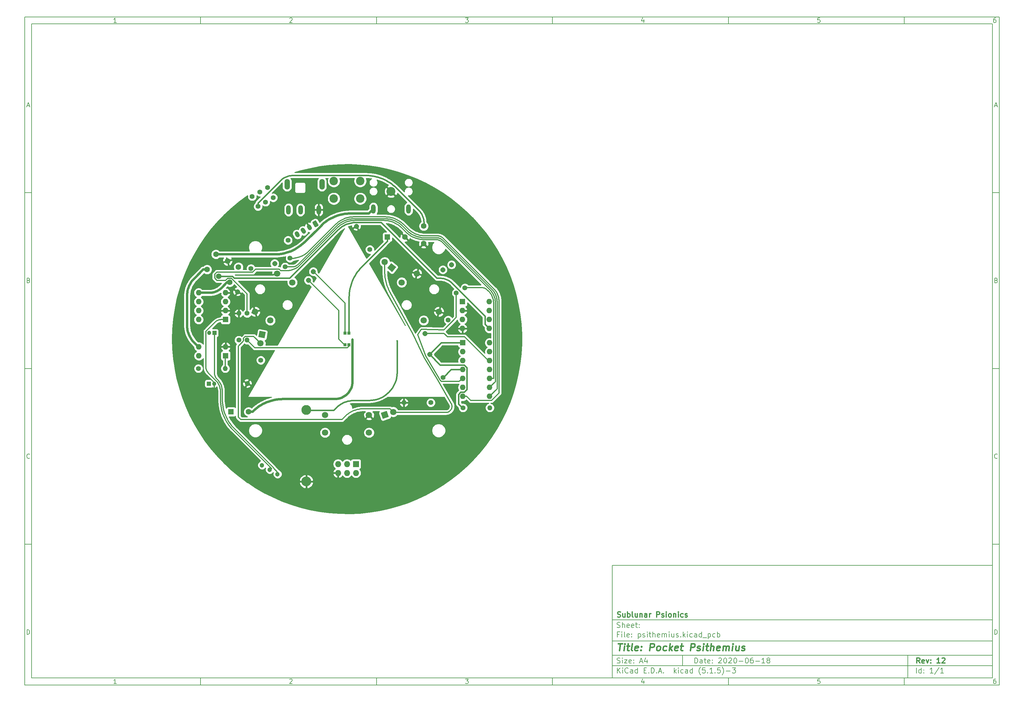
<source format=gbr>
G04 #@! TF.GenerationSoftware,KiCad,Pcbnew,(5.1.5)-3*
G04 #@! TF.CreationDate,2020-06-18T20:32:11+02:00*
G04 #@! TF.ProjectId,psithemius,70736974-6865-46d6-9975-732e6b696361,12*
G04 #@! TF.SameCoordinates,Original*
G04 #@! TF.FileFunction,Copper,L2,Bot*
G04 #@! TF.FilePolarity,Positive*
%FSLAX46Y46*%
G04 Gerber Fmt 4.6, Leading zero omitted, Abs format (unit mm)*
G04 Created by KiCad (PCBNEW (5.1.5)-3) date 2020-06-18 20:32:11*
%MOMM*%
%LPD*%
G04 APERTURE LIST*
%ADD10C,0.100000*%
%ADD11C,0.150000*%
%ADD12C,0.300000*%
%ADD13C,0.400000*%
%ADD14C,1.303000*%
%ADD15O,1.308000X2.616000*%
%ADD16C,2.550000*%
%ADD17O,1.508000X3.016000*%
%ADD18O,1.727200X1.727200*%
%ADD19R,1.727200X1.727200*%
%ADD20C,2.400000*%
%ADD21O,2.800000X2.800000*%
%ADD22C,2.800000*%
%ADD23R,1.600000X1.600000*%
%ADD24O,1.600000X1.600000*%
%ADD25C,1.400000*%
%ADD26O,1.400000X1.400000*%
%ADD27C,1.600000*%
%ADD28C,1.200000*%
%ADD29C,1.400000*%
%ADD30R,1.200000X1.200000*%
%ADD31C,1.200000*%
%ADD32C,1.800000*%
%ADD33C,0.500000*%
%ADD34R,0.850000X0.900000*%
%ADD35C,0.600000*%
%ADD36C,0.700000*%
%ADD37C,0.254000*%
G04 APERTURE END LIST*
D10*
D11*
X177002200Y-166007200D02*
X177002200Y-198007200D01*
X285002200Y-198007200D01*
X285002200Y-166007200D01*
X177002200Y-166007200D01*
D10*
D11*
X10000000Y-10000000D02*
X10000000Y-200007200D01*
X287002200Y-200007200D01*
X287002200Y-10000000D01*
X10000000Y-10000000D01*
D10*
D11*
X12000000Y-12000000D02*
X12000000Y-198007200D01*
X285002200Y-198007200D01*
X285002200Y-12000000D01*
X12000000Y-12000000D01*
D10*
D11*
X60000000Y-12000000D02*
X60000000Y-10000000D01*
D10*
D11*
X110000000Y-12000000D02*
X110000000Y-10000000D01*
D10*
D11*
X160000000Y-12000000D02*
X160000000Y-10000000D01*
D10*
D11*
X210000000Y-12000000D02*
X210000000Y-10000000D01*
D10*
D11*
X260000000Y-12000000D02*
X260000000Y-10000000D01*
D10*
D11*
X36065476Y-11588095D02*
X35322619Y-11588095D01*
X35694047Y-11588095D02*
X35694047Y-10288095D01*
X35570238Y-10473809D01*
X35446428Y-10597619D01*
X35322619Y-10659523D01*
D10*
D11*
X85322619Y-10411904D02*
X85384523Y-10350000D01*
X85508333Y-10288095D01*
X85817857Y-10288095D01*
X85941666Y-10350000D01*
X86003571Y-10411904D01*
X86065476Y-10535714D01*
X86065476Y-10659523D01*
X86003571Y-10845238D01*
X85260714Y-11588095D01*
X86065476Y-11588095D01*
D10*
D11*
X135260714Y-10288095D02*
X136065476Y-10288095D01*
X135632142Y-10783333D01*
X135817857Y-10783333D01*
X135941666Y-10845238D01*
X136003571Y-10907142D01*
X136065476Y-11030952D01*
X136065476Y-11340476D01*
X136003571Y-11464285D01*
X135941666Y-11526190D01*
X135817857Y-11588095D01*
X135446428Y-11588095D01*
X135322619Y-11526190D01*
X135260714Y-11464285D01*
D10*
D11*
X185941666Y-10721428D02*
X185941666Y-11588095D01*
X185632142Y-10226190D02*
X185322619Y-11154761D01*
X186127380Y-11154761D01*
D10*
D11*
X236003571Y-10288095D02*
X235384523Y-10288095D01*
X235322619Y-10907142D01*
X235384523Y-10845238D01*
X235508333Y-10783333D01*
X235817857Y-10783333D01*
X235941666Y-10845238D01*
X236003571Y-10907142D01*
X236065476Y-11030952D01*
X236065476Y-11340476D01*
X236003571Y-11464285D01*
X235941666Y-11526190D01*
X235817857Y-11588095D01*
X235508333Y-11588095D01*
X235384523Y-11526190D01*
X235322619Y-11464285D01*
D10*
D11*
X285941666Y-10288095D02*
X285694047Y-10288095D01*
X285570238Y-10350000D01*
X285508333Y-10411904D01*
X285384523Y-10597619D01*
X285322619Y-10845238D01*
X285322619Y-11340476D01*
X285384523Y-11464285D01*
X285446428Y-11526190D01*
X285570238Y-11588095D01*
X285817857Y-11588095D01*
X285941666Y-11526190D01*
X286003571Y-11464285D01*
X286065476Y-11340476D01*
X286065476Y-11030952D01*
X286003571Y-10907142D01*
X285941666Y-10845238D01*
X285817857Y-10783333D01*
X285570238Y-10783333D01*
X285446428Y-10845238D01*
X285384523Y-10907142D01*
X285322619Y-11030952D01*
D10*
D11*
X60000000Y-198007200D02*
X60000000Y-200007200D01*
D10*
D11*
X110000000Y-198007200D02*
X110000000Y-200007200D01*
D10*
D11*
X160000000Y-198007200D02*
X160000000Y-200007200D01*
D10*
D11*
X210000000Y-198007200D02*
X210000000Y-200007200D01*
D10*
D11*
X260000000Y-198007200D02*
X260000000Y-200007200D01*
D10*
D11*
X36065476Y-199595295D02*
X35322619Y-199595295D01*
X35694047Y-199595295D02*
X35694047Y-198295295D01*
X35570238Y-198481009D01*
X35446428Y-198604819D01*
X35322619Y-198666723D01*
D10*
D11*
X85322619Y-198419104D02*
X85384523Y-198357200D01*
X85508333Y-198295295D01*
X85817857Y-198295295D01*
X85941666Y-198357200D01*
X86003571Y-198419104D01*
X86065476Y-198542914D01*
X86065476Y-198666723D01*
X86003571Y-198852438D01*
X85260714Y-199595295D01*
X86065476Y-199595295D01*
D10*
D11*
X135260714Y-198295295D02*
X136065476Y-198295295D01*
X135632142Y-198790533D01*
X135817857Y-198790533D01*
X135941666Y-198852438D01*
X136003571Y-198914342D01*
X136065476Y-199038152D01*
X136065476Y-199347676D01*
X136003571Y-199471485D01*
X135941666Y-199533390D01*
X135817857Y-199595295D01*
X135446428Y-199595295D01*
X135322619Y-199533390D01*
X135260714Y-199471485D01*
D10*
D11*
X185941666Y-198728628D02*
X185941666Y-199595295D01*
X185632142Y-198233390D02*
X185322619Y-199161961D01*
X186127380Y-199161961D01*
D10*
D11*
X236003571Y-198295295D02*
X235384523Y-198295295D01*
X235322619Y-198914342D01*
X235384523Y-198852438D01*
X235508333Y-198790533D01*
X235817857Y-198790533D01*
X235941666Y-198852438D01*
X236003571Y-198914342D01*
X236065476Y-199038152D01*
X236065476Y-199347676D01*
X236003571Y-199471485D01*
X235941666Y-199533390D01*
X235817857Y-199595295D01*
X235508333Y-199595295D01*
X235384523Y-199533390D01*
X235322619Y-199471485D01*
D10*
D11*
X285941666Y-198295295D02*
X285694047Y-198295295D01*
X285570238Y-198357200D01*
X285508333Y-198419104D01*
X285384523Y-198604819D01*
X285322619Y-198852438D01*
X285322619Y-199347676D01*
X285384523Y-199471485D01*
X285446428Y-199533390D01*
X285570238Y-199595295D01*
X285817857Y-199595295D01*
X285941666Y-199533390D01*
X286003571Y-199471485D01*
X286065476Y-199347676D01*
X286065476Y-199038152D01*
X286003571Y-198914342D01*
X285941666Y-198852438D01*
X285817857Y-198790533D01*
X285570238Y-198790533D01*
X285446428Y-198852438D01*
X285384523Y-198914342D01*
X285322619Y-199038152D01*
D10*
D11*
X10000000Y-60000000D02*
X12000000Y-60000000D01*
D10*
D11*
X10000000Y-110000000D02*
X12000000Y-110000000D01*
D10*
D11*
X10000000Y-160000000D02*
X12000000Y-160000000D01*
D10*
D11*
X10690476Y-35216666D02*
X11309523Y-35216666D01*
X10566666Y-35588095D02*
X11000000Y-34288095D01*
X11433333Y-35588095D01*
D10*
D11*
X11092857Y-84907142D02*
X11278571Y-84969047D01*
X11340476Y-85030952D01*
X11402380Y-85154761D01*
X11402380Y-85340476D01*
X11340476Y-85464285D01*
X11278571Y-85526190D01*
X11154761Y-85588095D01*
X10659523Y-85588095D01*
X10659523Y-84288095D01*
X11092857Y-84288095D01*
X11216666Y-84350000D01*
X11278571Y-84411904D01*
X11340476Y-84535714D01*
X11340476Y-84659523D01*
X11278571Y-84783333D01*
X11216666Y-84845238D01*
X11092857Y-84907142D01*
X10659523Y-84907142D01*
D10*
D11*
X11402380Y-135464285D02*
X11340476Y-135526190D01*
X11154761Y-135588095D01*
X11030952Y-135588095D01*
X10845238Y-135526190D01*
X10721428Y-135402380D01*
X10659523Y-135278571D01*
X10597619Y-135030952D01*
X10597619Y-134845238D01*
X10659523Y-134597619D01*
X10721428Y-134473809D01*
X10845238Y-134350000D01*
X11030952Y-134288095D01*
X11154761Y-134288095D01*
X11340476Y-134350000D01*
X11402380Y-134411904D01*
D10*
D11*
X10659523Y-185588095D02*
X10659523Y-184288095D01*
X10969047Y-184288095D01*
X11154761Y-184350000D01*
X11278571Y-184473809D01*
X11340476Y-184597619D01*
X11402380Y-184845238D01*
X11402380Y-185030952D01*
X11340476Y-185278571D01*
X11278571Y-185402380D01*
X11154761Y-185526190D01*
X10969047Y-185588095D01*
X10659523Y-185588095D01*
D10*
D11*
X287002200Y-60000000D02*
X285002200Y-60000000D01*
D10*
D11*
X287002200Y-110000000D02*
X285002200Y-110000000D01*
D10*
D11*
X287002200Y-160000000D02*
X285002200Y-160000000D01*
D10*
D11*
X285692676Y-35216666D02*
X286311723Y-35216666D01*
X285568866Y-35588095D02*
X286002200Y-34288095D01*
X286435533Y-35588095D01*
D10*
D11*
X286095057Y-84907142D02*
X286280771Y-84969047D01*
X286342676Y-85030952D01*
X286404580Y-85154761D01*
X286404580Y-85340476D01*
X286342676Y-85464285D01*
X286280771Y-85526190D01*
X286156961Y-85588095D01*
X285661723Y-85588095D01*
X285661723Y-84288095D01*
X286095057Y-84288095D01*
X286218866Y-84350000D01*
X286280771Y-84411904D01*
X286342676Y-84535714D01*
X286342676Y-84659523D01*
X286280771Y-84783333D01*
X286218866Y-84845238D01*
X286095057Y-84907142D01*
X285661723Y-84907142D01*
D10*
D11*
X286404580Y-135464285D02*
X286342676Y-135526190D01*
X286156961Y-135588095D01*
X286033152Y-135588095D01*
X285847438Y-135526190D01*
X285723628Y-135402380D01*
X285661723Y-135278571D01*
X285599819Y-135030952D01*
X285599819Y-134845238D01*
X285661723Y-134597619D01*
X285723628Y-134473809D01*
X285847438Y-134350000D01*
X286033152Y-134288095D01*
X286156961Y-134288095D01*
X286342676Y-134350000D01*
X286404580Y-134411904D01*
D10*
D11*
X285661723Y-185588095D02*
X285661723Y-184288095D01*
X285971247Y-184288095D01*
X286156961Y-184350000D01*
X286280771Y-184473809D01*
X286342676Y-184597619D01*
X286404580Y-184845238D01*
X286404580Y-185030952D01*
X286342676Y-185278571D01*
X286280771Y-185402380D01*
X286156961Y-185526190D01*
X285971247Y-185588095D01*
X285661723Y-185588095D01*
D10*
D11*
X200434342Y-193785771D02*
X200434342Y-192285771D01*
X200791485Y-192285771D01*
X201005771Y-192357200D01*
X201148628Y-192500057D01*
X201220057Y-192642914D01*
X201291485Y-192928628D01*
X201291485Y-193142914D01*
X201220057Y-193428628D01*
X201148628Y-193571485D01*
X201005771Y-193714342D01*
X200791485Y-193785771D01*
X200434342Y-193785771D01*
X202577200Y-193785771D02*
X202577200Y-193000057D01*
X202505771Y-192857200D01*
X202362914Y-192785771D01*
X202077200Y-192785771D01*
X201934342Y-192857200D01*
X202577200Y-193714342D02*
X202434342Y-193785771D01*
X202077200Y-193785771D01*
X201934342Y-193714342D01*
X201862914Y-193571485D01*
X201862914Y-193428628D01*
X201934342Y-193285771D01*
X202077200Y-193214342D01*
X202434342Y-193214342D01*
X202577200Y-193142914D01*
X203077200Y-192785771D02*
X203648628Y-192785771D01*
X203291485Y-192285771D02*
X203291485Y-193571485D01*
X203362914Y-193714342D01*
X203505771Y-193785771D01*
X203648628Y-193785771D01*
X204720057Y-193714342D02*
X204577200Y-193785771D01*
X204291485Y-193785771D01*
X204148628Y-193714342D01*
X204077200Y-193571485D01*
X204077200Y-193000057D01*
X204148628Y-192857200D01*
X204291485Y-192785771D01*
X204577200Y-192785771D01*
X204720057Y-192857200D01*
X204791485Y-193000057D01*
X204791485Y-193142914D01*
X204077200Y-193285771D01*
X205434342Y-193642914D02*
X205505771Y-193714342D01*
X205434342Y-193785771D01*
X205362914Y-193714342D01*
X205434342Y-193642914D01*
X205434342Y-193785771D01*
X205434342Y-192857200D02*
X205505771Y-192928628D01*
X205434342Y-193000057D01*
X205362914Y-192928628D01*
X205434342Y-192857200D01*
X205434342Y-193000057D01*
X207220057Y-192428628D02*
X207291485Y-192357200D01*
X207434342Y-192285771D01*
X207791485Y-192285771D01*
X207934342Y-192357200D01*
X208005771Y-192428628D01*
X208077200Y-192571485D01*
X208077200Y-192714342D01*
X208005771Y-192928628D01*
X207148628Y-193785771D01*
X208077200Y-193785771D01*
X209005771Y-192285771D02*
X209148628Y-192285771D01*
X209291485Y-192357200D01*
X209362914Y-192428628D01*
X209434342Y-192571485D01*
X209505771Y-192857200D01*
X209505771Y-193214342D01*
X209434342Y-193500057D01*
X209362914Y-193642914D01*
X209291485Y-193714342D01*
X209148628Y-193785771D01*
X209005771Y-193785771D01*
X208862914Y-193714342D01*
X208791485Y-193642914D01*
X208720057Y-193500057D01*
X208648628Y-193214342D01*
X208648628Y-192857200D01*
X208720057Y-192571485D01*
X208791485Y-192428628D01*
X208862914Y-192357200D01*
X209005771Y-192285771D01*
X210077200Y-192428628D02*
X210148628Y-192357200D01*
X210291485Y-192285771D01*
X210648628Y-192285771D01*
X210791485Y-192357200D01*
X210862914Y-192428628D01*
X210934342Y-192571485D01*
X210934342Y-192714342D01*
X210862914Y-192928628D01*
X210005771Y-193785771D01*
X210934342Y-193785771D01*
X211862914Y-192285771D02*
X212005771Y-192285771D01*
X212148628Y-192357200D01*
X212220057Y-192428628D01*
X212291485Y-192571485D01*
X212362914Y-192857200D01*
X212362914Y-193214342D01*
X212291485Y-193500057D01*
X212220057Y-193642914D01*
X212148628Y-193714342D01*
X212005771Y-193785771D01*
X211862914Y-193785771D01*
X211720057Y-193714342D01*
X211648628Y-193642914D01*
X211577200Y-193500057D01*
X211505771Y-193214342D01*
X211505771Y-192857200D01*
X211577200Y-192571485D01*
X211648628Y-192428628D01*
X211720057Y-192357200D01*
X211862914Y-192285771D01*
X213005771Y-193214342D02*
X214148628Y-193214342D01*
X215148628Y-192285771D02*
X215291485Y-192285771D01*
X215434342Y-192357200D01*
X215505771Y-192428628D01*
X215577200Y-192571485D01*
X215648628Y-192857200D01*
X215648628Y-193214342D01*
X215577200Y-193500057D01*
X215505771Y-193642914D01*
X215434342Y-193714342D01*
X215291485Y-193785771D01*
X215148628Y-193785771D01*
X215005771Y-193714342D01*
X214934342Y-193642914D01*
X214862914Y-193500057D01*
X214791485Y-193214342D01*
X214791485Y-192857200D01*
X214862914Y-192571485D01*
X214934342Y-192428628D01*
X215005771Y-192357200D01*
X215148628Y-192285771D01*
X216934342Y-192285771D02*
X216648628Y-192285771D01*
X216505771Y-192357200D01*
X216434342Y-192428628D01*
X216291485Y-192642914D01*
X216220057Y-192928628D01*
X216220057Y-193500057D01*
X216291485Y-193642914D01*
X216362914Y-193714342D01*
X216505771Y-193785771D01*
X216791485Y-193785771D01*
X216934342Y-193714342D01*
X217005771Y-193642914D01*
X217077200Y-193500057D01*
X217077200Y-193142914D01*
X217005771Y-193000057D01*
X216934342Y-192928628D01*
X216791485Y-192857200D01*
X216505771Y-192857200D01*
X216362914Y-192928628D01*
X216291485Y-193000057D01*
X216220057Y-193142914D01*
X217720057Y-193214342D02*
X218862914Y-193214342D01*
X220362914Y-193785771D02*
X219505771Y-193785771D01*
X219934342Y-193785771D02*
X219934342Y-192285771D01*
X219791485Y-192500057D01*
X219648628Y-192642914D01*
X219505771Y-192714342D01*
X221220057Y-192928628D02*
X221077200Y-192857200D01*
X221005771Y-192785771D01*
X220934342Y-192642914D01*
X220934342Y-192571485D01*
X221005771Y-192428628D01*
X221077200Y-192357200D01*
X221220057Y-192285771D01*
X221505771Y-192285771D01*
X221648628Y-192357200D01*
X221720057Y-192428628D01*
X221791485Y-192571485D01*
X221791485Y-192642914D01*
X221720057Y-192785771D01*
X221648628Y-192857200D01*
X221505771Y-192928628D01*
X221220057Y-192928628D01*
X221077200Y-193000057D01*
X221005771Y-193071485D01*
X220934342Y-193214342D01*
X220934342Y-193500057D01*
X221005771Y-193642914D01*
X221077200Y-193714342D01*
X221220057Y-193785771D01*
X221505771Y-193785771D01*
X221648628Y-193714342D01*
X221720057Y-193642914D01*
X221791485Y-193500057D01*
X221791485Y-193214342D01*
X221720057Y-193071485D01*
X221648628Y-193000057D01*
X221505771Y-192928628D01*
D10*
D11*
X177002200Y-194507200D02*
X285002200Y-194507200D01*
D10*
D11*
X178434342Y-196585771D02*
X178434342Y-195085771D01*
X179291485Y-196585771D02*
X178648628Y-195728628D01*
X179291485Y-195085771D02*
X178434342Y-195942914D01*
X179934342Y-196585771D02*
X179934342Y-195585771D01*
X179934342Y-195085771D02*
X179862914Y-195157200D01*
X179934342Y-195228628D01*
X180005771Y-195157200D01*
X179934342Y-195085771D01*
X179934342Y-195228628D01*
X181505771Y-196442914D02*
X181434342Y-196514342D01*
X181220057Y-196585771D01*
X181077200Y-196585771D01*
X180862914Y-196514342D01*
X180720057Y-196371485D01*
X180648628Y-196228628D01*
X180577200Y-195942914D01*
X180577200Y-195728628D01*
X180648628Y-195442914D01*
X180720057Y-195300057D01*
X180862914Y-195157200D01*
X181077200Y-195085771D01*
X181220057Y-195085771D01*
X181434342Y-195157200D01*
X181505771Y-195228628D01*
X182791485Y-196585771D02*
X182791485Y-195800057D01*
X182720057Y-195657200D01*
X182577200Y-195585771D01*
X182291485Y-195585771D01*
X182148628Y-195657200D01*
X182791485Y-196514342D02*
X182648628Y-196585771D01*
X182291485Y-196585771D01*
X182148628Y-196514342D01*
X182077200Y-196371485D01*
X182077200Y-196228628D01*
X182148628Y-196085771D01*
X182291485Y-196014342D01*
X182648628Y-196014342D01*
X182791485Y-195942914D01*
X184148628Y-196585771D02*
X184148628Y-195085771D01*
X184148628Y-196514342D02*
X184005771Y-196585771D01*
X183720057Y-196585771D01*
X183577200Y-196514342D01*
X183505771Y-196442914D01*
X183434342Y-196300057D01*
X183434342Y-195871485D01*
X183505771Y-195728628D01*
X183577200Y-195657200D01*
X183720057Y-195585771D01*
X184005771Y-195585771D01*
X184148628Y-195657200D01*
X186005771Y-195800057D02*
X186505771Y-195800057D01*
X186720057Y-196585771D02*
X186005771Y-196585771D01*
X186005771Y-195085771D01*
X186720057Y-195085771D01*
X187362914Y-196442914D02*
X187434342Y-196514342D01*
X187362914Y-196585771D01*
X187291485Y-196514342D01*
X187362914Y-196442914D01*
X187362914Y-196585771D01*
X188077200Y-196585771D02*
X188077200Y-195085771D01*
X188434342Y-195085771D01*
X188648628Y-195157200D01*
X188791485Y-195300057D01*
X188862914Y-195442914D01*
X188934342Y-195728628D01*
X188934342Y-195942914D01*
X188862914Y-196228628D01*
X188791485Y-196371485D01*
X188648628Y-196514342D01*
X188434342Y-196585771D01*
X188077200Y-196585771D01*
X189577200Y-196442914D02*
X189648628Y-196514342D01*
X189577200Y-196585771D01*
X189505771Y-196514342D01*
X189577200Y-196442914D01*
X189577200Y-196585771D01*
X190220057Y-196157200D02*
X190934342Y-196157200D01*
X190077200Y-196585771D02*
X190577200Y-195085771D01*
X191077200Y-196585771D01*
X191577200Y-196442914D02*
X191648628Y-196514342D01*
X191577200Y-196585771D01*
X191505771Y-196514342D01*
X191577200Y-196442914D01*
X191577200Y-196585771D01*
X194577200Y-196585771D02*
X194577200Y-195085771D01*
X194720057Y-196014342D02*
X195148628Y-196585771D01*
X195148628Y-195585771D02*
X194577200Y-196157200D01*
X195791485Y-196585771D02*
X195791485Y-195585771D01*
X195791485Y-195085771D02*
X195720057Y-195157200D01*
X195791485Y-195228628D01*
X195862914Y-195157200D01*
X195791485Y-195085771D01*
X195791485Y-195228628D01*
X197148628Y-196514342D02*
X197005771Y-196585771D01*
X196720057Y-196585771D01*
X196577200Y-196514342D01*
X196505771Y-196442914D01*
X196434342Y-196300057D01*
X196434342Y-195871485D01*
X196505771Y-195728628D01*
X196577200Y-195657200D01*
X196720057Y-195585771D01*
X197005771Y-195585771D01*
X197148628Y-195657200D01*
X198434342Y-196585771D02*
X198434342Y-195800057D01*
X198362914Y-195657200D01*
X198220057Y-195585771D01*
X197934342Y-195585771D01*
X197791485Y-195657200D01*
X198434342Y-196514342D02*
X198291485Y-196585771D01*
X197934342Y-196585771D01*
X197791485Y-196514342D01*
X197720057Y-196371485D01*
X197720057Y-196228628D01*
X197791485Y-196085771D01*
X197934342Y-196014342D01*
X198291485Y-196014342D01*
X198434342Y-195942914D01*
X199791485Y-196585771D02*
X199791485Y-195085771D01*
X199791485Y-196514342D02*
X199648628Y-196585771D01*
X199362914Y-196585771D01*
X199220057Y-196514342D01*
X199148628Y-196442914D01*
X199077200Y-196300057D01*
X199077200Y-195871485D01*
X199148628Y-195728628D01*
X199220057Y-195657200D01*
X199362914Y-195585771D01*
X199648628Y-195585771D01*
X199791485Y-195657200D01*
X202077200Y-197157200D02*
X202005771Y-197085771D01*
X201862914Y-196871485D01*
X201791485Y-196728628D01*
X201720057Y-196514342D01*
X201648628Y-196157200D01*
X201648628Y-195871485D01*
X201720057Y-195514342D01*
X201791485Y-195300057D01*
X201862914Y-195157200D01*
X202005771Y-194942914D01*
X202077200Y-194871485D01*
X203362914Y-195085771D02*
X202648628Y-195085771D01*
X202577200Y-195800057D01*
X202648628Y-195728628D01*
X202791485Y-195657200D01*
X203148628Y-195657200D01*
X203291485Y-195728628D01*
X203362914Y-195800057D01*
X203434342Y-195942914D01*
X203434342Y-196300057D01*
X203362914Y-196442914D01*
X203291485Y-196514342D01*
X203148628Y-196585771D01*
X202791485Y-196585771D01*
X202648628Y-196514342D01*
X202577200Y-196442914D01*
X204077200Y-196442914D02*
X204148628Y-196514342D01*
X204077200Y-196585771D01*
X204005771Y-196514342D01*
X204077200Y-196442914D01*
X204077200Y-196585771D01*
X205577200Y-196585771D02*
X204720057Y-196585771D01*
X205148628Y-196585771D02*
X205148628Y-195085771D01*
X205005771Y-195300057D01*
X204862914Y-195442914D01*
X204720057Y-195514342D01*
X206220057Y-196442914D02*
X206291485Y-196514342D01*
X206220057Y-196585771D01*
X206148628Y-196514342D01*
X206220057Y-196442914D01*
X206220057Y-196585771D01*
X207648628Y-195085771D02*
X206934342Y-195085771D01*
X206862914Y-195800057D01*
X206934342Y-195728628D01*
X207077200Y-195657200D01*
X207434342Y-195657200D01*
X207577200Y-195728628D01*
X207648628Y-195800057D01*
X207720057Y-195942914D01*
X207720057Y-196300057D01*
X207648628Y-196442914D01*
X207577200Y-196514342D01*
X207434342Y-196585771D01*
X207077200Y-196585771D01*
X206934342Y-196514342D01*
X206862914Y-196442914D01*
X208220057Y-197157200D02*
X208291485Y-197085771D01*
X208434342Y-196871485D01*
X208505771Y-196728628D01*
X208577200Y-196514342D01*
X208648628Y-196157200D01*
X208648628Y-195871485D01*
X208577200Y-195514342D01*
X208505771Y-195300057D01*
X208434342Y-195157200D01*
X208291485Y-194942914D01*
X208220057Y-194871485D01*
X209362914Y-196014342D02*
X210505771Y-196014342D01*
X211077200Y-195085771D02*
X212005771Y-195085771D01*
X211505771Y-195657200D01*
X211720057Y-195657200D01*
X211862914Y-195728628D01*
X211934342Y-195800057D01*
X212005771Y-195942914D01*
X212005771Y-196300057D01*
X211934342Y-196442914D01*
X211862914Y-196514342D01*
X211720057Y-196585771D01*
X211291485Y-196585771D01*
X211148628Y-196514342D01*
X211077200Y-196442914D01*
D10*
D11*
X177002200Y-191507200D02*
X285002200Y-191507200D01*
D10*
D12*
X264411485Y-193785771D02*
X263911485Y-193071485D01*
X263554342Y-193785771D02*
X263554342Y-192285771D01*
X264125771Y-192285771D01*
X264268628Y-192357200D01*
X264340057Y-192428628D01*
X264411485Y-192571485D01*
X264411485Y-192785771D01*
X264340057Y-192928628D01*
X264268628Y-193000057D01*
X264125771Y-193071485D01*
X263554342Y-193071485D01*
X265625771Y-193714342D02*
X265482914Y-193785771D01*
X265197200Y-193785771D01*
X265054342Y-193714342D01*
X264982914Y-193571485D01*
X264982914Y-193000057D01*
X265054342Y-192857200D01*
X265197200Y-192785771D01*
X265482914Y-192785771D01*
X265625771Y-192857200D01*
X265697200Y-193000057D01*
X265697200Y-193142914D01*
X264982914Y-193285771D01*
X266197200Y-192785771D02*
X266554342Y-193785771D01*
X266911485Y-192785771D01*
X267482914Y-193642914D02*
X267554342Y-193714342D01*
X267482914Y-193785771D01*
X267411485Y-193714342D01*
X267482914Y-193642914D01*
X267482914Y-193785771D01*
X267482914Y-192857200D02*
X267554342Y-192928628D01*
X267482914Y-193000057D01*
X267411485Y-192928628D01*
X267482914Y-192857200D01*
X267482914Y-193000057D01*
X270125771Y-193785771D02*
X269268628Y-193785771D01*
X269697200Y-193785771D02*
X269697200Y-192285771D01*
X269554342Y-192500057D01*
X269411485Y-192642914D01*
X269268628Y-192714342D01*
X270697200Y-192428628D02*
X270768628Y-192357200D01*
X270911485Y-192285771D01*
X271268628Y-192285771D01*
X271411485Y-192357200D01*
X271482914Y-192428628D01*
X271554342Y-192571485D01*
X271554342Y-192714342D01*
X271482914Y-192928628D01*
X270625771Y-193785771D01*
X271554342Y-193785771D01*
D10*
D11*
X178362914Y-193714342D02*
X178577200Y-193785771D01*
X178934342Y-193785771D01*
X179077200Y-193714342D01*
X179148628Y-193642914D01*
X179220057Y-193500057D01*
X179220057Y-193357200D01*
X179148628Y-193214342D01*
X179077200Y-193142914D01*
X178934342Y-193071485D01*
X178648628Y-193000057D01*
X178505771Y-192928628D01*
X178434342Y-192857200D01*
X178362914Y-192714342D01*
X178362914Y-192571485D01*
X178434342Y-192428628D01*
X178505771Y-192357200D01*
X178648628Y-192285771D01*
X179005771Y-192285771D01*
X179220057Y-192357200D01*
X179862914Y-193785771D02*
X179862914Y-192785771D01*
X179862914Y-192285771D02*
X179791485Y-192357200D01*
X179862914Y-192428628D01*
X179934342Y-192357200D01*
X179862914Y-192285771D01*
X179862914Y-192428628D01*
X180434342Y-192785771D02*
X181220057Y-192785771D01*
X180434342Y-193785771D01*
X181220057Y-193785771D01*
X182362914Y-193714342D02*
X182220057Y-193785771D01*
X181934342Y-193785771D01*
X181791485Y-193714342D01*
X181720057Y-193571485D01*
X181720057Y-193000057D01*
X181791485Y-192857200D01*
X181934342Y-192785771D01*
X182220057Y-192785771D01*
X182362914Y-192857200D01*
X182434342Y-193000057D01*
X182434342Y-193142914D01*
X181720057Y-193285771D01*
X183077200Y-193642914D02*
X183148628Y-193714342D01*
X183077200Y-193785771D01*
X183005771Y-193714342D01*
X183077200Y-193642914D01*
X183077200Y-193785771D01*
X183077200Y-192857200D02*
X183148628Y-192928628D01*
X183077200Y-193000057D01*
X183005771Y-192928628D01*
X183077200Y-192857200D01*
X183077200Y-193000057D01*
X184862914Y-193357200D02*
X185577200Y-193357200D01*
X184720057Y-193785771D02*
X185220057Y-192285771D01*
X185720057Y-193785771D01*
X186862914Y-192785771D02*
X186862914Y-193785771D01*
X186505771Y-192214342D02*
X186148628Y-193285771D01*
X187077200Y-193285771D01*
D10*
D11*
X263434342Y-196585771D02*
X263434342Y-195085771D01*
X264791485Y-196585771D02*
X264791485Y-195085771D01*
X264791485Y-196514342D02*
X264648628Y-196585771D01*
X264362914Y-196585771D01*
X264220057Y-196514342D01*
X264148628Y-196442914D01*
X264077200Y-196300057D01*
X264077200Y-195871485D01*
X264148628Y-195728628D01*
X264220057Y-195657200D01*
X264362914Y-195585771D01*
X264648628Y-195585771D01*
X264791485Y-195657200D01*
X265505771Y-196442914D02*
X265577200Y-196514342D01*
X265505771Y-196585771D01*
X265434342Y-196514342D01*
X265505771Y-196442914D01*
X265505771Y-196585771D01*
X265505771Y-195657200D02*
X265577200Y-195728628D01*
X265505771Y-195800057D01*
X265434342Y-195728628D01*
X265505771Y-195657200D01*
X265505771Y-195800057D01*
X268148628Y-196585771D02*
X267291485Y-196585771D01*
X267720057Y-196585771D02*
X267720057Y-195085771D01*
X267577200Y-195300057D01*
X267434342Y-195442914D01*
X267291485Y-195514342D01*
X269862914Y-195014342D02*
X268577200Y-196942914D01*
X271148628Y-196585771D02*
X270291485Y-196585771D01*
X270720057Y-196585771D02*
X270720057Y-195085771D01*
X270577200Y-195300057D01*
X270434342Y-195442914D01*
X270291485Y-195514342D01*
D10*
D11*
X177002200Y-187507200D02*
X285002200Y-187507200D01*
D10*
D13*
X178714580Y-188211961D02*
X179857438Y-188211961D01*
X179036009Y-190211961D02*
X179286009Y-188211961D01*
X180274104Y-190211961D02*
X180440771Y-188878628D01*
X180524104Y-188211961D02*
X180416961Y-188307200D01*
X180500295Y-188402438D01*
X180607438Y-188307200D01*
X180524104Y-188211961D01*
X180500295Y-188402438D01*
X181107438Y-188878628D02*
X181869342Y-188878628D01*
X181476485Y-188211961D02*
X181262200Y-189926247D01*
X181333628Y-190116723D01*
X181512200Y-190211961D01*
X181702676Y-190211961D01*
X182655057Y-190211961D02*
X182476485Y-190116723D01*
X182405057Y-189926247D01*
X182619342Y-188211961D01*
X184190771Y-190116723D02*
X183988390Y-190211961D01*
X183607438Y-190211961D01*
X183428866Y-190116723D01*
X183357438Y-189926247D01*
X183452676Y-189164342D01*
X183571723Y-188973866D01*
X183774104Y-188878628D01*
X184155057Y-188878628D01*
X184333628Y-188973866D01*
X184405057Y-189164342D01*
X184381247Y-189354819D01*
X183405057Y-189545295D01*
X185155057Y-190021485D02*
X185238390Y-190116723D01*
X185131247Y-190211961D01*
X185047914Y-190116723D01*
X185155057Y-190021485D01*
X185131247Y-190211961D01*
X185286009Y-188973866D02*
X185369342Y-189069104D01*
X185262200Y-189164342D01*
X185178866Y-189069104D01*
X185286009Y-188973866D01*
X185262200Y-189164342D01*
X187607438Y-190211961D02*
X187857438Y-188211961D01*
X188619342Y-188211961D01*
X188797914Y-188307200D01*
X188881247Y-188402438D01*
X188952676Y-188592914D01*
X188916961Y-188878628D01*
X188797914Y-189069104D01*
X188690771Y-189164342D01*
X188488390Y-189259580D01*
X187726485Y-189259580D01*
X189893152Y-190211961D02*
X189714580Y-190116723D01*
X189631247Y-190021485D01*
X189559819Y-189831009D01*
X189631247Y-189259580D01*
X189750295Y-189069104D01*
X189857438Y-188973866D01*
X190059819Y-188878628D01*
X190345533Y-188878628D01*
X190524104Y-188973866D01*
X190607438Y-189069104D01*
X190678866Y-189259580D01*
X190607438Y-189831009D01*
X190488390Y-190021485D01*
X190381247Y-190116723D01*
X190178866Y-190211961D01*
X189893152Y-190211961D01*
X192286009Y-190116723D02*
X192083628Y-190211961D01*
X191702676Y-190211961D01*
X191524104Y-190116723D01*
X191440771Y-190021485D01*
X191369342Y-189831009D01*
X191440771Y-189259580D01*
X191559819Y-189069104D01*
X191666961Y-188973866D01*
X191869342Y-188878628D01*
X192250295Y-188878628D01*
X192428866Y-188973866D01*
X193131247Y-190211961D02*
X193381247Y-188211961D01*
X193416961Y-189450057D02*
X193893152Y-190211961D01*
X194059819Y-188878628D02*
X193202676Y-189640533D01*
X195524104Y-190116723D02*
X195321723Y-190211961D01*
X194940771Y-190211961D01*
X194762200Y-190116723D01*
X194690771Y-189926247D01*
X194786009Y-189164342D01*
X194905057Y-188973866D01*
X195107438Y-188878628D01*
X195488390Y-188878628D01*
X195666961Y-188973866D01*
X195738390Y-189164342D01*
X195714580Y-189354819D01*
X194738390Y-189545295D01*
X196345533Y-188878628D02*
X197107438Y-188878628D01*
X196714580Y-188211961D02*
X196500295Y-189926247D01*
X196571723Y-190116723D01*
X196750295Y-190211961D01*
X196940771Y-190211961D01*
X199131247Y-190211961D02*
X199381247Y-188211961D01*
X200143152Y-188211961D01*
X200321723Y-188307200D01*
X200405057Y-188402438D01*
X200476485Y-188592914D01*
X200440771Y-188878628D01*
X200321723Y-189069104D01*
X200214580Y-189164342D01*
X200012200Y-189259580D01*
X199250295Y-189259580D01*
X201047914Y-190116723D02*
X201226485Y-190211961D01*
X201607438Y-190211961D01*
X201809819Y-190116723D01*
X201928866Y-189926247D01*
X201940771Y-189831009D01*
X201869342Y-189640533D01*
X201690771Y-189545295D01*
X201405057Y-189545295D01*
X201226485Y-189450057D01*
X201155057Y-189259580D01*
X201166961Y-189164342D01*
X201286009Y-188973866D01*
X201488390Y-188878628D01*
X201774104Y-188878628D01*
X201952676Y-188973866D01*
X202750295Y-190211961D02*
X202916961Y-188878628D01*
X203000295Y-188211961D02*
X202893152Y-188307200D01*
X202976485Y-188402438D01*
X203083628Y-188307200D01*
X203000295Y-188211961D01*
X202976485Y-188402438D01*
X203583628Y-188878628D02*
X204345533Y-188878628D01*
X203952676Y-188211961D02*
X203738390Y-189926247D01*
X203809819Y-190116723D01*
X203988390Y-190211961D01*
X204178866Y-190211961D01*
X204845533Y-190211961D02*
X205095533Y-188211961D01*
X205702676Y-190211961D02*
X205833628Y-189164342D01*
X205762200Y-188973866D01*
X205583628Y-188878628D01*
X205297914Y-188878628D01*
X205095533Y-188973866D01*
X204988390Y-189069104D01*
X207428866Y-190116723D02*
X207226485Y-190211961D01*
X206845533Y-190211961D01*
X206666961Y-190116723D01*
X206595533Y-189926247D01*
X206690771Y-189164342D01*
X206809819Y-188973866D01*
X207012200Y-188878628D01*
X207393152Y-188878628D01*
X207571723Y-188973866D01*
X207643152Y-189164342D01*
X207619342Y-189354819D01*
X206643152Y-189545295D01*
X208369342Y-190211961D02*
X208536009Y-188878628D01*
X208512200Y-189069104D02*
X208619342Y-188973866D01*
X208821723Y-188878628D01*
X209107438Y-188878628D01*
X209286009Y-188973866D01*
X209357438Y-189164342D01*
X209226485Y-190211961D01*
X209357438Y-189164342D02*
X209476485Y-188973866D01*
X209678866Y-188878628D01*
X209964580Y-188878628D01*
X210143152Y-188973866D01*
X210214580Y-189164342D01*
X210083628Y-190211961D01*
X211036009Y-190211961D02*
X211202676Y-188878628D01*
X211286009Y-188211961D02*
X211178866Y-188307200D01*
X211262200Y-188402438D01*
X211369342Y-188307200D01*
X211286009Y-188211961D01*
X211262200Y-188402438D01*
X213012200Y-188878628D02*
X212845533Y-190211961D01*
X212155057Y-188878628D02*
X212024104Y-189926247D01*
X212095533Y-190116723D01*
X212274104Y-190211961D01*
X212559819Y-190211961D01*
X212762200Y-190116723D01*
X212869342Y-190021485D01*
X213714580Y-190116723D02*
X213893152Y-190211961D01*
X214274104Y-190211961D01*
X214476485Y-190116723D01*
X214595533Y-189926247D01*
X214607438Y-189831009D01*
X214536009Y-189640533D01*
X214357438Y-189545295D01*
X214071723Y-189545295D01*
X213893152Y-189450057D01*
X213821723Y-189259580D01*
X213833628Y-189164342D01*
X213952676Y-188973866D01*
X214155057Y-188878628D01*
X214440771Y-188878628D01*
X214619342Y-188973866D01*
D10*
D11*
X178934342Y-185600057D02*
X178434342Y-185600057D01*
X178434342Y-186385771D02*
X178434342Y-184885771D01*
X179148628Y-184885771D01*
X179720057Y-186385771D02*
X179720057Y-185385771D01*
X179720057Y-184885771D02*
X179648628Y-184957200D01*
X179720057Y-185028628D01*
X179791485Y-184957200D01*
X179720057Y-184885771D01*
X179720057Y-185028628D01*
X180648628Y-186385771D02*
X180505771Y-186314342D01*
X180434342Y-186171485D01*
X180434342Y-184885771D01*
X181791485Y-186314342D02*
X181648628Y-186385771D01*
X181362914Y-186385771D01*
X181220057Y-186314342D01*
X181148628Y-186171485D01*
X181148628Y-185600057D01*
X181220057Y-185457200D01*
X181362914Y-185385771D01*
X181648628Y-185385771D01*
X181791485Y-185457200D01*
X181862914Y-185600057D01*
X181862914Y-185742914D01*
X181148628Y-185885771D01*
X182505771Y-186242914D02*
X182577200Y-186314342D01*
X182505771Y-186385771D01*
X182434342Y-186314342D01*
X182505771Y-186242914D01*
X182505771Y-186385771D01*
X182505771Y-185457200D02*
X182577200Y-185528628D01*
X182505771Y-185600057D01*
X182434342Y-185528628D01*
X182505771Y-185457200D01*
X182505771Y-185600057D01*
X184362914Y-185385771D02*
X184362914Y-186885771D01*
X184362914Y-185457200D02*
X184505771Y-185385771D01*
X184791485Y-185385771D01*
X184934342Y-185457200D01*
X185005771Y-185528628D01*
X185077200Y-185671485D01*
X185077200Y-186100057D01*
X185005771Y-186242914D01*
X184934342Y-186314342D01*
X184791485Y-186385771D01*
X184505771Y-186385771D01*
X184362914Y-186314342D01*
X185648628Y-186314342D02*
X185791485Y-186385771D01*
X186077200Y-186385771D01*
X186220057Y-186314342D01*
X186291485Y-186171485D01*
X186291485Y-186100057D01*
X186220057Y-185957200D01*
X186077200Y-185885771D01*
X185862914Y-185885771D01*
X185720057Y-185814342D01*
X185648628Y-185671485D01*
X185648628Y-185600057D01*
X185720057Y-185457200D01*
X185862914Y-185385771D01*
X186077200Y-185385771D01*
X186220057Y-185457200D01*
X186934342Y-186385771D02*
X186934342Y-185385771D01*
X186934342Y-184885771D02*
X186862914Y-184957200D01*
X186934342Y-185028628D01*
X187005771Y-184957200D01*
X186934342Y-184885771D01*
X186934342Y-185028628D01*
X187434342Y-185385771D02*
X188005771Y-185385771D01*
X187648628Y-184885771D02*
X187648628Y-186171485D01*
X187720057Y-186314342D01*
X187862914Y-186385771D01*
X188005771Y-186385771D01*
X188505771Y-186385771D02*
X188505771Y-184885771D01*
X189148628Y-186385771D02*
X189148628Y-185600057D01*
X189077200Y-185457200D01*
X188934342Y-185385771D01*
X188720057Y-185385771D01*
X188577200Y-185457200D01*
X188505771Y-185528628D01*
X190434342Y-186314342D02*
X190291485Y-186385771D01*
X190005771Y-186385771D01*
X189862914Y-186314342D01*
X189791485Y-186171485D01*
X189791485Y-185600057D01*
X189862914Y-185457200D01*
X190005771Y-185385771D01*
X190291485Y-185385771D01*
X190434342Y-185457200D01*
X190505771Y-185600057D01*
X190505771Y-185742914D01*
X189791485Y-185885771D01*
X191148628Y-186385771D02*
X191148628Y-185385771D01*
X191148628Y-185528628D02*
X191220057Y-185457200D01*
X191362914Y-185385771D01*
X191577200Y-185385771D01*
X191720057Y-185457200D01*
X191791485Y-185600057D01*
X191791485Y-186385771D01*
X191791485Y-185600057D02*
X191862914Y-185457200D01*
X192005771Y-185385771D01*
X192220057Y-185385771D01*
X192362914Y-185457200D01*
X192434342Y-185600057D01*
X192434342Y-186385771D01*
X193148628Y-186385771D02*
X193148628Y-185385771D01*
X193148628Y-184885771D02*
X193077200Y-184957200D01*
X193148628Y-185028628D01*
X193220057Y-184957200D01*
X193148628Y-184885771D01*
X193148628Y-185028628D01*
X194505771Y-185385771D02*
X194505771Y-186385771D01*
X193862914Y-185385771D02*
X193862914Y-186171485D01*
X193934342Y-186314342D01*
X194077200Y-186385771D01*
X194291485Y-186385771D01*
X194434342Y-186314342D01*
X194505771Y-186242914D01*
X195148628Y-186314342D02*
X195291485Y-186385771D01*
X195577200Y-186385771D01*
X195720057Y-186314342D01*
X195791485Y-186171485D01*
X195791485Y-186100057D01*
X195720057Y-185957200D01*
X195577200Y-185885771D01*
X195362914Y-185885771D01*
X195220057Y-185814342D01*
X195148628Y-185671485D01*
X195148628Y-185600057D01*
X195220057Y-185457200D01*
X195362914Y-185385771D01*
X195577200Y-185385771D01*
X195720057Y-185457200D01*
X196434342Y-186242914D02*
X196505771Y-186314342D01*
X196434342Y-186385771D01*
X196362914Y-186314342D01*
X196434342Y-186242914D01*
X196434342Y-186385771D01*
X197148628Y-186385771D02*
X197148628Y-184885771D01*
X197291485Y-185814342D02*
X197720057Y-186385771D01*
X197720057Y-185385771D02*
X197148628Y-185957200D01*
X198362914Y-186385771D02*
X198362914Y-185385771D01*
X198362914Y-184885771D02*
X198291485Y-184957200D01*
X198362914Y-185028628D01*
X198434342Y-184957200D01*
X198362914Y-184885771D01*
X198362914Y-185028628D01*
X199720057Y-186314342D02*
X199577200Y-186385771D01*
X199291485Y-186385771D01*
X199148628Y-186314342D01*
X199077200Y-186242914D01*
X199005771Y-186100057D01*
X199005771Y-185671485D01*
X199077200Y-185528628D01*
X199148628Y-185457200D01*
X199291485Y-185385771D01*
X199577200Y-185385771D01*
X199720057Y-185457200D01*
X201005771Y-186385771D02*
X201005771Y-185600057D01*
X200934342Y-185457200D01*
X200791485Y-185385771D01*
X200505771Y-185385771D01*
X200362914Y-185457200D01*
X201005771Y-186314342D02*
X200862914Y-186385771D01*
X200505771Y-186385771D01*
X200362914Y-186314342D01*
X200291485Y-186171485D01*
X200291485Y-186028628D01*
X200362914Y-185885771D01*
X200505771Y-185814342D01*
X200862914Y-185814342D01*
X201005771Y-185742914D01*
X202362914Y-186385771D02*
X202362914Y-184885771D01*
X202362914Y-186314342D02*
X202220057Y-186385771D01*
X201934342Y-186385771D01*
X201791485Y-186314342D01*
X201720057Y-186242914D01*
X201648628Y-186100057D01*
X201648628Y-185671485D01*
X201720057Y-185528628D01*
X201791485Y-185457200D01*
X201934342Y-185385771D01*
X202220057Y-185385771D01*
X202362914Y-185457200D01*
X202720057Y-186528628D02*
X203862914Y-186528628D01*
X204220057Y-185385771D02*
X204220057Y-186885771D01*
X204220057Y-185457200D02*
X204362914Y-185385771D01*
X204648628Y-185385771D01*
X204791485Y-185457200D01*
X204862914Y-185528628D01*
X204934342Y-185671485D01*
X204934342Y-186100057D01*
X204862914Y-186242914D01*
X204791485Y-186314342D01*
X204648628Y-186385771D01*
X204362914Y-186385771D01*
X204220057Y-186314342D01*
X206220057Y-186314342D02*
X206077200Y-186385771D01*
X205791485Y-186385771D01*
X205648628Y-186314342D01*
X205577200Y-186242914D01*
X205505771Y-186100057D01*
X205505771Y-185671485D01*
X205577200Y-185528628D01*
X205648628Y-185457200D01*
X205791485Y-185385771D01*
X206077200Y-185385771D01*
X206220057Y-185457200D01*
X206862914Y-186385771D02*
X206862914Y-184885771D01*
X206862914Y-185457200D02*
X207005771Y-185385771D01*
X207291485Y-185385771D01*
X207434342Y-185457200D01*
X207505771Y-185528628D01*
X207577200Y-185671485D01*
X207577200Y-186100057D01*
X207505771Y-186242914D01*
X207434342Y-186314342D01*
X207291485Y-186385771D01*
X207005771Y-186385771D01*
X206862914Y-186314342D01*
D10*
D11*
X177002200Y-181507200D02*
X285002200Y-181507200D01*
D10*
D11*
X178362914Y-183614342D02*
X178577200Y-183685771D01*
X178934342Y-183685771D01*
X179077200Y-183614342D01*
X179148628Y-183542914D01*
X179220057Y-183400057D01*
X179220057Y-183257200D01*
X179148628Y-183114342D01*
X179077200Y-183042914D01*
X178934342Y-182971485D01*
X178648628Y-182900057D01*
X178505771Y-182828628D01*
X178434342Y-182757200D01*
X178362914Y-182614342D01*
X178362914Y-182471485D01*
X178434342Y-182328628D01*
X178505771Y-182257200D01*
X178648628Y-182185771D01*
X179005771Y-182185771D01*
X179220057Y-182257200D01*
X179862914Y-183685771D02*
X179862914Y-182185771D01*
X180505771Y-183685771D02*
X180505771Y-182900057D01*
X180434342Y-182757200D01*
X180291485Y-182685771D01*
X180077200Y-182685771D01*
X179934342Y-182757200D01*
X179862914Y-182828628D01*
X181791485Y-183614342D02*
X181648628Y-183685771D01*
X181362914Y-183685771D01*
X181220057Y-183614342D01*
X181148628Y-183471485D01*
X181148628Y-182900057D01*
X181220057Y-182757200D01*
X181362914Y-182685771D01*
X181648628Y-182685771D01*
X181791485Y-182757200D01*
X181862914Y-182900057D01*
X181862914Y-183042914D01*
X181148628Y-183185771D01*
X183077200Y-183614342D02*
X182934342Y-183685771D01*
X182648628Y-183685771D01*
X182505771Y-183614342D01*
X182434342Y-183471485D01*
X182434342Y-182900057D01*
X182505771Y-182757200D01*
X182648628Y-182685771D01*
X182934342Y-182685771D01*
X183077200Y-182757200D01*
X183148628Y-182900057D01*
X183148628Y-183042914D01*
X182434342Y-183185771D01*
X183577200Y-182685771D02*
X184148628Y-182685771D01*
X183791485Y-182185771D02*
X183791485Y-183471485D01*
X183862914Y-183614342D01*
X184005771Y-183685771D01*
X184148628Y-183685771D01*
X184648628Y-183542914D02*
X184720057Y-183614342D01*
X184648628Y-183685771D01*
X184577200Y-183614342D01*
X184648628Y-183542914D01*
X184648628Y-183685771D01*
X184648628Y-182757200D02*
X184720057Y-182828628D01*
X184648628Y-182900057D01*
X184577200Y-182828628D01*
X184648628Y-182757200D01*
X184648628Y-182900057D01*
D10*
D12*
X178482914Y-180614342D02*
X178697200Y-180685771D01*
X179054342Y-180685771D01*
X179197200Y-180614342D01*
X179268628Y-180542914D01*
X179340057Y-180400057D01*
X179340057Y-180257200D01*
X179268628Y-180114342D01*
X179197200Y-180042914D01*
X179054342Y-179971485D01*
X178768628Y-179900057D01*
X178625771Y-179828628D01*
X178554342Y-179757200D01*
X178482914Y-179614342D01*
X178482914Y-179471485D01*
X178554342Y-179328628D01*
X178625771Y-179257200D01*
X178768628Y-179185771D01*
X179125771Y-179185771D01*
X179340057Y-179257200D01*
X180625771Y-179685771D02*
X180625771Y-180685771D01*
X179982914Y-179685771D02*
X179982914Y-180471485D01*
X180054342Y-180614342D01*
X180197200Y-180685771D01*
X180411485Y-180685771D01*
X180554342Y-180614342D01*
X180625771Y-180542914D01*
X181340057Y-180685771D02*
X181340057Y-179185771D01*
X181340057Y-179757200D02*
X181482914Y-179685771D01*
X181768628Y-179685771D01*
X181911485Y-179757200D01*
X181982914Y-179828628D01*
X182054342Y-179971485D01*
X182054342Y-180400057D01*
X181982914Y-180542914D01*
X181911485Y-180614342D01*
X181768628Y-180685771D01*
X181482914Y-180685771D01*
X181340057Y-180614342D01*
X182911485Y-180685771D02*
X182768628Y-180614342D01*
X182697200Y-180471485D01*
X182697200Y-179185771D01*
X184125771Y-179685771D02*
X184125771Y-180685771D01*
X183482914Y-179685771D02*
X183482914Y-180471485D01*
X183554342Y-180614342D01*
X183697200Y-180685771D01*
X183911485Y-180685771D01*
X184054342Y-180614342D01*
X184125771Y-180542914D01*
X184840057Y-179685771D02*
X184840057Y-180685771D01*
X184840057Y-179828628D02*
X184911485Y-179757200D01*
X185054342Y-179685771D01*
X185268628Y-179685771D01*
X185411485Y-179757200D01*
X185482914Y-179900057D01*
X185482914Y-180685771D01*
X186840057Y-180685771D02*
X186840057Y-179900057D01*
X186768628Y-179757200D01*
X186625771Y-179685771D01*
X186340057Y-179685771D01*
X186197200Y-179757200D01*
X186840057Y-180614342D02*
X186697200Y-180685771D01*
X186340057Y-180685771D01*
X186197200Y-180614342D01*
X186125771Y-180471485D01*
X186125771Y-180328628D01*
X186197200Y-180185771D01*
X186340057Y-180114342D01*
X186697200Y-180114342D01*
X186840057Y-180042914D01*
X187554342Y-180685771D02*
X187554342Y-179685771D01*
X187554342Y-179971485D02*
X187625771Y-179828628D01*
X187697200Y-179757200D01*
X187840057Y-179685771D01*
X187982914Y-179685771D01*
X189625771Y-180685771D02*
X189625771Y-179185771D01*
X190197200Y-179185771D01*
X190340057Y-179257200D01*
X190411485Y-179328628D01*
X190482914Y-179471485D01*
X190482914Y-179685771D01*
X190411485Y-179828628D01*
X190340057Y-179900057D01*
X190197200Y-179971485D01*
X189625771Y-179971485D01*
X191054342Y-180614342D02*
X191197200Y-180685771D01*
X191482914Y-180685771D01*
X191625771Y-180614342D01*
X191697200Y-180471485D01*
X191697200Y-180400057D01*
X191625771Y-180257200D01*
X191482914Y-180185771D01*
X191268628Y-180185771D01*
X191125771Y-180114342D01*
X191054342Y-179971485D01*
X191054342Y-179900057D01*
X191125771Y-179757200D01*
X191268628Y-179685771D01*
X191482914Y-179685771D01*
X191625771Y-179757200D01*
X192340057Y-180685771D02*
X192340057Y-179685771D01*
X192340057Y-179185771D02*
X192268628Y-179257200D01*
X192340057Y-179328628D01*
X192411485Y-179257200D01*
X192340057Y-179185771D01*
X192340057Y-179328628D01*
X193268628Y-180685771D02*
X193125771Y-180614342D01*
X193054342Y-180542914D01*
X192982914Y-180400057D01*
X192982914Y-179971485D01*
X193054342Y-179828628D01*
X193125771Y-179757200D01*
X193268628Y-179685771D01*
X193482914Y-179685771D01*
X193625771Y-179757200D01*
X193697200Y-179828628D01*
X193768628Y-179971485D01*
X193768628Y-180400057D01*
X193697200Y-180542914D01*
X193625771Y-180614342D01*
X193482914Y-180685771D01*
X193268628Y-180685771D01*
X194411485Y-179685771D02*
X194411485Y-180685771D01*
X194411485Y-179828628D02*
X194482914Y-179757200D01*
X194625771Y-179685771D01*
X194840057Y-179685771D01*
X194982914Y-179757200D01*
X195054342Y-179900057D01*
X195054342Y-180685771D01*
X195768628Y-180685771D02*
X195768628Y-179685771D01*
X195768628Y-179185771D02*
X195697200Y-179257200D01*
X195768628Y-179328628D01*
X195840057Y-179257200D01*
X195768628Y-179185771D01*
X195768628Y-179328628D01*
X197125771Y-180614342D02*
X196982914Y-180685771D01*
X196697200Y-180685771D01*
X196554342Y-180614342D01*
X196482914Y-180542914D01*
X196411485Y-180400057D01*
X196411485Y-179971485D01*
X196482914Y-179828628D01*
X196554342Y-179757200D01*
X196697200Y-179685771D01*
X196982914Y-179685771D01*
X197125771Y-179757200D01*
X197697200Y-180614342D02*
X197840057Y-180685771D01*
X198125771Y-180685771D01*
X198268628Y-180614342D01*
X198340057Y-180471485D01*
X198340057Y-180400057D01*
X198268628Y-180257200D01*
X198125771Y-180185771D01*
X197911485Y-180185771D01*
X197768628Y-180114342D01*
X197697200Y-179971485D01*
X197697200Y-179900057D01*
X197768628Y-179757200D01*
X197911485Y-179685771D01*
X198125771Y-179685771D01*
X198268628Y-179757200D01*
D10*
D11*
X197002200Y-191507200D02*
X197002200Y-194507200D01*
D10*
D11*
X261002200Y-191507200D02*
X261002200Y-198007200D01*
D14*
X77447091Y-137486160D03*
X79646795Y-138756160D03*
X81846500Y-140026160D03*
D15*
X119110000Y-64618000D03*
X109110000Y-64618000D03*
D16*
X114110000Y-59618000D03*
D15*
X84985000Y-64875000D03*
X88385000Y-64875000D03*
X93585000Y-64875000D03*
D17*
X94485000Y-57575000D03*
X84585000Y-57575000D03*
D18*
X99060000Y-139700000D03*
X99060000Y-137160000D03*
X101600000Y-139700000D03*
X101600000Y-137160000D03*
X104140000Y-139700000D03*
D19*
X104140000Y-137160000D03*
D20*
X97850000Y-56682000D03*
X105350000Y-56682000D03*
X97850000Y-61682000D03*
X105350000Y-61682000D03*
D21*
X90043000Y-142113000D03*
D22*
X90043000Y-121793000D03*
D23*
X67119500Y-106362500D03*
D24*
X59499500Y-103822500D03*
X67119500Y-103822500D03*
X59499500Y-106362500D03*
D25*
X59372500Y-109982000D03*
D26*
X66992500Y-109982000D03*
D23*
X113093500Y-72580500D03*
D27*
X118093500Y-72580500D03*
X123380500Y-74485500D03*
X123380500Y-69485500D03*
G04 #@! TA.AperFunction,ComponentPad*
D10*
G36*
X92653460Y-67868269D02*
G01*
X92677833Y-67871073D01*
X92701813Y-67876252D01*
X92725171Y-67883757D01*
X92747681Y-67893516D01*
X92769125Y-67905433D01*
X92789299Y-67919395D01*
X92808006Y-67935268D01*
X92825068Y-67952897D01*
X92840320Y-67972114D01*
X92853614Y-67992733D01*
X93478615Y-69075266D01*
X93489825Y-69097090D01*
X93498842Y-69119906D01*
X93505578Y-69143497D01*
X93509970Y-69167635D01*
X93511975Y-69192086D01*
X93511574Y-69216617D01*
X93508770Y-69240990D01*
X93503591Y-69264970D01*
X93496086Y-69288328D01*
X93486327Y-69310838D01*
X93474410Y-69332282D01*
X93460448Y-69352456D01*
X93444575Y-69371163D01*
X93426946Y-69388225D01*
X93407729Y-69403477D01*
X93387110Y-69416771D01*
X92780891Y-69766772D01*
X92759067Y-69777982D01*
X92736251Y-69786999D01*
X92712660Y-69793735D01*
X92688523Y-69798127D01*
X92664071Y-69800132D01*
X92639540Y-69799731D01*
X92615167Y-69796927D01*
X92591187Y-69791748D01*
X92567829Y-69784243D01*
X92545319Y-69774484D01*
X92523875Y-69762567D01*
X92503701Y-69748605D01*
X92484994Y-69732732D01*
X92467932Y-69715103D01*
X92452680Y-69695886D01*
X92439386Y-69675267D01*
X91814385Y-68592734D01*
X91803175Y-68570910D01*
X91794158Y-68548094D01*
X91787422Y-68524503D01*
X91783030Y-68500365D01*
X91781025Y-68475914D01*
X91781426Y-68451383D01*
X91784230Y-68427010D01*
X91789409Y-68403030D01*
X91796914Y-68379672D01*
X91806673Y-68357162D01*
X91818590Y-68335718D01*
X91832552Y-68315544D01*
X91848425Y-68296837D01*
X91866054Y-68279775D01*
X91885271Y-68264523D01*
X91905890Y-68251229D01*
X92512109Y-67901228D01*
X92533933Y-67890018D01*
X92556749Y-67881001D01*
X92580340Y-67874265D01*
X92604477Y-67869873D01*
X92628929Y-67867868D01*
X92653460Y-67868269D01*
G37*
G04 #@! TD.AperFunction*
D28*
X91051949Y-70072157D02*
X90776949Y-69595843D01*
X89319898Y-71072157D02*
X89044898Y-70595843D01*
X87587848Y-72072157D02*
X87312848Y-71595843D01*
D25*
X132652000Y-88519000D03*
D29*
X128842000Y-81919886D02*
X128842000Y-81919886D01*
D24*
X142050000Y-90995500D03*
X134430000Y-98615500D03*
X142050000Y-93535500D03*
X134430000Y-96075500D03*
X142050000Y-96075500D03*
X134430000Y-93535500D03*
X142050000Y-98615500D03*
D23*
X134430000Y-90995500D03*
X134492000Y-102680000D03*
D24*
X142112000Y-117920000D03*
X134492000Y-105220000D03*
X142112000Y-115380000D03*
X134492000Y-107760000D03*
X142112000Y-112840000D03*
X134492000Y-110300000D03*
X142112000Y-110300000D03*
X134492000Y-112840000D03*
X142112000Y-107760000D03*
X134492000Y-115380000D03*
X142112000Y-105220000D03*
X134492000Y-117920000D03*
X142112000Y-102680000D03*
D25*
X128905000Y-112585500D03*
D29*
X125095000Y-105986386D02*
X125095000Y-105986386D01*
D25*
X70866000Y-101918000D03*
D26*
X70866000Y-94298000D03*
D25*
X85407500Y-78613000D03*
D29*
X92006614Y-82423000D02*
X92006614Y-82423000D01*
D25*
X84010500Y-81089500D03*
D29*
X90609614Y-84899500D02*
X90609614Y-84899500D01*
D25*
X134556500Y-121158000D03*
D26*
X142176500Y-121158000D03*
D25*
X130366000Y-96202500D03*
D29*
X123766886Y-100012500D02*
X123766886Y-100012500D01*
D25*
X135116000Y-87082600D03*
D29*
X131306000Y-80483486D02*
X131306000Y-80483486D01*
D25*
X125412500Y-119697500D03*
D26*
X117792500Y-119697500D03*
D25*
X108077000Y-76136500D03*
D29*
X104267000Y-69537386D02*
X104267000Y-69537386D01*
D27*
X65151000Y-83756500D03*
X67651000Y-79426373D03*
D23*
X67056000Y-96075500D03*
D24*
X59436000Y-88455500D03*
X67056000Y-93535500D03*
X59436000Y-90995500D03*
X67056000Y-90995500D03*
X59436000Y-93535500D03*
X67056000Y-88455500D03*
X59436000Y-96075500D03*
D25*
X74295000Y-81534000D03*
D29*
X70485000Y-88133114D02*
X70485000Y-88133114D01*
D25*
X73215500Y-94297500D03*
D26*
X73215500Y-101917500D03*
D25*
X77089000Y-107632500D03*
D29*
X73279000Y-114231614D02*
X73279000Y-114231614D01*
D25*
X84836000Y-73533000D03*
D29*
X81026000Y-80132114D02*
X81026000Y-80132114D01*
D30*
X63944500Y-99885500D03*
D31*
X62444500Y-99885500D03*
D27*
X61849000Y-81851500D03*
X64349000Y-77521373D03*
X68262500Y-85471000D03*
X70762500Y-81140873D03*
D23*
X68643500Y-122301000D03*
D27*
X73643500Y-122301000D03*
D30*
X62357000Y-114300000D03*
D31*
X63857000Y-114300000D03*
G04 #@! TA.AperFunction,ComponentPad*
D10*
G36*
X111822095Y-124353541D02*
G01*
X111206459Y-122662095D01*
X112897905Y-122046459D01*
X113513541Y-123737905D01*
X111822095Y-124353541D01*
G37*
G04 #@! TD.AperFunction*
D32*
X114746819Y-122331269D03*
G04 #@! TA.AperFunction,ComponentPad*
D10*
G36*
X115565820Y-81166957D02*
G01*
X114433043Y-82565820D01*
X113034180Y-81433043D01*
X114166957Y-80034180D01*
X115565820Y-81166957D01*
G37*
G04 #@! TD.AperFunction*
D32*
X112326049Y-79701526D03*
D33*
X103190000Y-101630000D03*
X115840000Y-102100000D03*
D32*
X77028934Y-102831412D03*
G04 #@! TA.AperFunction,ComponentPad*
D10*
G36*
X76739956Y-99287390D02*
G01*
X78512610Y-99599956D01*
X78200044Y-101372610D01*
X76427390Y-101060044D01*
X76739956Y-99287390D01*
G37*
G04 #@! TD.AperFunction*
D34*
X102175000Y-99950000D03*
X101025000Y-99950000D03*
X101025000Y-103250000D03*
X102175000Y-103250000D03*
D32*
X75481936Y-93824659D03*
X81731936Y-82999341D03*
X79812064Y-96324659D03*
X86062064Y-85499341D03*
X95350000Y-123230000D03*
X107850000Y-123230000D03*
X95350000Y-128230000D03*
X107850000Y-128230000D03*
X123387936Y-96324659D03*
X117137936Y-85499341D03*
X127718064Y-93824659D03*
X121468064Y-82999341D03*
D25*
X76305936Y-63897298D03*
X78471000Y-62647298D03*
X80636064Y-61397298D03*
X74655936Y-61039414D03*
X76821000Y-59789414D03*
X78986064Y-58539414D03*
D35*
X128714500Y-104330500D03*
X117792500Y-88392000D03*
X110807500Y-74041000D03*
X121666000Y-70739000D03*
D12*
X101698589Y-104081413D02*
X102108000Y-103672002D01*
X73215500Y-101917500D02*
X75379413Y-104081413D01*
X75379413Y-104081413D02*
X101698589Y-104081413D01*
X102108000Y-103672002D02*
X102108000Y-103060500D01*
X63857000Y-114300000D02*
X63857000Y-115800000D01*
X63857000Y-113969998D02*
X62917002Y-113030000D01*
X63857000Y-114300000D02*
X63857000Y-113969998D01*
X62917002Y-113030000D02*
X62674500Y-113030000D01*
X123766886Y-100012500D02*
X129159000Y-100012500D01*
X129159000Y-100012500D02*
X130048000Y-100901500D01*
X130048000Y-100901500D02*
X130048000Y-100965000D01*
X135007002Y-100965000D02*
X141928502Y-107886500D01*
X130048000Y-100965000D02*
X135007002Y-100965000D01*
D13*
X113093500Y-72580500D02*
X113093500Y-73780500D01*
X105707033Y-81166966D02*
X113093500Y-73780500D01*
X105707033Y-81166966D02*
X105298495Y-81596066D01*
X105298495Y-81596066D02*
X104911505Y-82044695D01*
X104911505Y-82044695D02*
X104546994Y-82511773D01*
X104546994Y-82511773D02*
X104205840Y-82996173D01*
X104205840Y-82996173D02*
X103888866Y-83496730D01*
X103888866Y-83496730D02*
X103596835Y-84012237D01*
X103596835Y-84012237D02*
X103330450Y-84541453D01*
X103330450Y-84541453D02*
X103090354Y-85083102D01*
X103090354Y-85083102D02*
X102877124Y-85635879D01*
X102877124Y-85635879D02*
X102691275Y-86198453D01*
X102691275Y-86198453D02*
X102533254Y-86769469D01*
X102533254Y-86769469D02*
X102403441Y-87347551D01*
X102403441Y-87347551D02*
X102302150Y-87931306D01*
X102302150Y-87931306D02*
X102229624Y-88519328D01*
X102229624Y-88519328D02*
X102186039Y-89110200D01*
X102186039Y-89110200D02*
X102171500Y-89702500D01*
X102171500Y-89702500D02*
X102171500Y-99885500D01*
X76305936Y-63897298D02*
X76305936Y-62907349D01*
X107053001Y-55081999D02*
X107645300Y-55096539D01*
X107645300Y-55096539D02*
X108236172Y-55140124D01*
X108236172Y-55140124D02*
X108824194Y-55212650D01*
X108824194Y-55212650D02*
X109407949Y-55313941D01*
X109407949Y-55313941D02*
X109986030Y-55443753D01*
X109986030Y-55443753D02*
X110557046Y-55601775D01*
X110557046Y-55601775D02*
X111119620Y-55787624D01*
X111119620Y-55787624D02*
X111672397Y-56000854D01*
X111672397Y-56000854D02*
X112214046Y-56240950D01*
X112214046Y-56240950D02*
X112743262Y-56507335D01*
X112743262Y-56507335D02*
X113258769Y-56799366D01*
X113258769Y-56799366D02*
X113759325Y-57116340D01*
X113759325Y-57116340D02*
X114243726Y-57457493D01*
X114243726Y-57457493D02*
X114710804Y-57822004D01*
X114710804Y-57822004D02*
X115159433Y-58208995D01*
X115159433Y-58208995D02*
X115588534Y-58617532D01*
X86131286Y-55081999D02*
X107053001Y-55081999D01*
X86131286Y-55081999D02*
X85894366Y-55087814D01*
X85894366Y-55087814D02*
X85658017Y-55105248D01*
X85658017Y-55105248D02*
X85422808Y-55134259D01*
X85422808Y-55134259D02*
X85189306Y-55174775D01*
X85189306Y-55174775D02*
X84958073Y-55226700D01*
X84958073Y-55226700D02*
X84729667Y-55289908D01*
X84729667Y-55289908D02*
X84504637Y-55364248D01*
X84504637Y-55364248D02*
X84283526Y-55449540D01*
X84283526Y-55449540D02*
X84066867Y-55545579D01*
X84066867Y-55545579D02*
X83855180Y-55652133D01*
X83855180Y-55652133D02*
X83648978Y-55768945D01*
X83648978Y-55768945D02*
X83448755Y-55895735D01*
X83448755Y-55895735D02*
X83254994Y-56032196D01*
X83254994Y-56032196D02*
X83068163Y-56178000D01*
X83068163Y-56178000D02*
X82888711Y-56332796D01*
X82888711Y-56332796D02*
X82717072Y-56496212D01*
X82717072Y-56496212D02*
X76305936Y-62907349D01*
X123444000Y-68472998D02*
X123444000Y-69596000D01*
X123444000Y-68472998D02*
X123438182Y-68236078D01*
X123438182Y-68236078D02*
X123420748Y-67999729D01*
X123420748Y-67999729D02*
X123391738Y-67764520D01*
X123391738Y-67764520D02*
X123351222Y-67531018D01*
X123351222Y-67531018D02*
X123299297Y-67299785D01*
X123299297Y-67299785D02*
X123236088Y-67071379D01*
X123236088Y-67071379D02*
X123161748Y-66846349D01*
X123161748Y-66846349D02*
X123076456Y-66625238D01*
X123076456Y-66625238D02*
X122980418Y-66408579D01*
X122980418Y-66408579D02*
X122873864Y-66196893D01*
X122873864Y-66196893D02*
X122757052Y-65990690D01*
X122757052Y-65990690D02*
X122630262Y-65790467D01*
X122630262Y-65790467D02*
X122493801Y-65596707D01*
X122493801Y-65596707D02*
X122347996Y-65409876D01*
X122347996Y-65409876D02*
X122193200Y-65230424D01*
X122193200Y-65230424D02*
X122029786Y-65058784D01*
X122029786Y-65058784D02*
X115588534Y-58617532D01*
X134492000Y-102680000D02*
X128396500Y-102680000D01*
X128396500Y-102680000D02*
X125031500Y-106045000D01*
X133291999Y-117343999D02*
X133291999Y-120083999D01*
X134928003Y-116719999D02*
X133915999Y-116719999D01*
X128068615Y-108960001D02*
X134928003Y-108960001D01*
X133915999Y-116719999D02*
X133291999Y-117343999D01*
X125095000Y-105986386D02*
X128068615Y-108960001D01*
X134928003Y-108960001D02*
X135692001Y-109723999D01*
X135692001Y-115956001D02*
X134928003Y-116719999D01*
X135692001Y-109723999D02*
X135692001Y-115956001D01*
X133291999Y-120083999D02*
X134493000Y-121285000D01*
D36*
X68199000Y-85471000D02*
X67550463Y-85471000D01*
X60567370Y-88455500D02*
X59436000Y-88455500D01*
X62565963Y-88455500D02*
X60567370Y-88455500D01*
X62565963Y-88455500D02*
X62802882Y-88449683D01*
X62802882Y-88449683D02*
X63039231Y-88432249D01*
X63039231Y-88432249D02*
X63274440Y-88403239D01*
X63274440Y-88403239D02*
X63507942Y-88362722D01*
X63507942Y-88362722D02*
X63739174Y-88310797D01*
X63739174Y-88310797D02*
X63967581Y-88247589D01*
X63967581Y-88247589D02*
X64192610Y-88173249D01*
X64192610Y-88173249D02*
X64413721Y-88087957D01*
X64413721Y-88087957D02*
X64630381Y-87991918D01*
X64630381Y-87991918D02*
X64842067Y-87885364D01*
X64842067Y-87885364D02*
X65048270Y-87768552D01*
X65048270Y-87768552D02*
X65248492Y-87641762D01*
X65248492Y-87641762D02*
X65442253Y-87505301D01*
X65442253Y-87505301D02*
X65629084Y-87359496D01*
X65629084Y-87359496D02*
X65808535Y-87204700D01*
X65808535Y-87204700D02*
X65980176Y-87041286D01*
X65980176Y-87041286D02*
X67550463Y-85471000D01*
D13*
X134492000Y-110300000D02*
X131190500Y-110300000D01*
X131190500Y-110300000D02*
X128968500Y-112522000D01*
D12*
X142112000Y-112840000D02*
X143243370Y-112840000D01*
X143243370Y-112840000D02*
X143262001Y-112821369D01*
X141846032Y-87995543D02*
X142009624Y-88166956D01*
X142009624Y-88166956D02*
X142164594Y-88346202D01*
X142164594Y-88346202D02*
X142310569Y-88532848D01*
X142310569Y-88532848D02*
X142447194Y-88726442D01*
X142447194Y-88726442D02*
X142574140Y-88926516D01*
X142574140Y-88926516D02*
X142691100Y-89132587D01*
X142691100Y-89132587D02*
X142797791Y-89344158D01*
X142797791Y-89344158D02*
X142893956Y-89560716D01*
X142893956Y-89560716D02*
X142979361Y-89781738D01*
X142979361Y-89781738D02*
X143053801Y-90006691D01*
X143053801Y-90006691D02*
X143117096Y-90235030D01*
X143117096Y-90235030D02*
X143169093Y-90466204D01*
X143169093Y-90466204D02*
X143209666Y-90699654D01*
X143209666Y-90699654D02*
X143238717Y-90934816D01*
X143238717Y-90934816D02*
X143256175Y-91171122D01*
X143256175Y-91171122D02*
X143262001Y-91408000D01*
X143262001Y-91408000D02*
X143262001Y-112821369D01*
X139843000Y-86995000D02*
X135128000Y-86995000D01*
X139843000Y-86995000D02*
X139961480Y-86997903D01*
X139961480Y-86997903D02*
X140079676Y-87006608D01*
X140079676Y-87006608D02*
X140197304Y-87021093D01*
X140197304Y-87021093D02*
X140314081Y-87041323D01*
X140314081Y-87041323D02*
X140429727Y-87067250D01*
X140429727Y-87067250D02*
X140543963Y-87098811D01*
X140543963Y-87098811D02*
X140656516Y-87135930D01*
X140656516Y-87135930D02*
X140767116Y-87178519D01*
X140767116Y-87178519D02*
X140875496Y-87226475D01*
X140875496Y-87226475D02*
X140981397Y-87279683D01*
X140981397Y-87279683D02*
X141084564Y-87338016D01*
X141084564Y-87338016D02*
X141184750Y-87401332D01*
X141184750Y-87401332D02*
X141281713Y-87469481D01*
X141281713Y-87469481D02*
X141375221Y-87542298D01*
X141375221Y-87542298D02*
X141465050Y-87619608D01*
X141465050Y-87619608D02*
X141550984Y-87701227D01*
X141550984Y-87701227D02*
X141846032Y-87995543D01*
X82331937Y-81749340D02*
X75633662Y-81749340D01*
X75633662Y-81749340D02*
X74799001Y-82584001D01*
X74799001Y-82584001D02*
X64621497Y-82584001D01*
X64621497Y-82584001D02*
X64000999Y-83204499D01*
X73215500Y-88721998D02*
X73215500Y-94361000D01*
X82722098Y-82139501D02*
X82331937Y-81749340D01*
X67124997Y-84906501D02*
X67710499Y-84320999D01*
X68814501Y-84320999D02*
X73215500Y-88721998D01*
X67710499Y-84320999D02*
X68814501Y-84320999D01*
X64000999Y-83204499D02*
X64000999Y-84308501D01*
X64598999Y-84906501D02*
X67124997Y-84906501D01*
X142112000Y-115380000D02*
X143762012Y-113729989D01*
X64000999Y-84308501D02*
X64598999Y-84906501D01*
X143762011Y-91176009D02*
X143762012Y-113729989D01*
X143762011Y-91176009D02*
X143756194Y-90939089D01*
X143756194Y-90939089D02*
X143738760Y-90702740D01*
X143738760Y-90702740D02*
X143709750Y-90467531D01*
X143709750Y-90467531D02*
X143669234Y-90234029D01*
X143669234Y-90234029D02*
X143617309Y-90002796D01*
X143617309Y-90002796D02*
X143554100Y-89774390D01*
X143554100Y-89774390D02*
X143479760Y-89549360D01*
X143479760Y-89549360D02*
X143394468Y-89328249D01*
X143394468Y-89328249D02*
X143298430Y-89111590D01*
X143298430Y-89111590D02*
X143191876Y-88899903D01*
X143191876Y-88899903D02*
X143075063Y-88693700D01*
X143075063Y-88693700D02*
X142948274Y-88493478D01*
X142948274Y-88493478D02*
X142811812Y-88299717D01*
X142811812Y-88299717D02*
X142666008Y-88112886D01*
X142666008Y-88112886D02*
X142511212Y-87933434D01*
X142511212Y-87933434D02*
X142347797Y-87761795D01*
X126921501Y-73335499D02*
X127039960Y-73338407D01*
X127039960Y-73338407D02*
X127158135Y-73347124D01*
X127158135Y-73347124D02*
X127275739Y-73361629D01*
X127275739Y-73361629D02*
X127392490Y-73381887D01*
X127392490Y-73381887D02*
X127508106Y-73407849D01*
X127508106Y-73407849D02*
X127622309Y-73439454D01*
X127622309Y-73439454D02*
X127734824Y-73476624D01*
X127734824Y-73476624D02*
X127845379Y-73519269D01*
X127845379Y-73519269D02*
X127953709Y-73567289D01*
X127953709Y-73567289D02*
X128059552Y-73620566D01*
X128059552Y-73620566D02*
X128162654Y-73678972D01*
X128162654Y-73678972D02*
X128262765Y-73742367D01*
X128262765Y-73742367D02*
X128359645Y-73810597D01*
X128359645Y-73810597D02*
X128453060Y-73883499D01*
X128453060Y-73883499D02*
X128542786Y-73960897D01*
X128542786Y-73960897D02*
X128628607Y-74042605D01*
X128628607Y-74042605D02*
X142347797Y-87761795D01*
X118386056Y-71214178D02*
X118643515Y-71459300D01*
X118643515Y-71459300D02*
X118912693Y-71691495D01*
X118912693Y-71691495D02*
X119192940Y-71910201D01*
X119192940Y-71910201D02*
X119483580Y-72114893D01*
X119483580Y-72114893D02*
X119783914Y-72305078D01*
X119783914Y-72305078D02*
X120093219Y-72480297D01*
X120093219Y-72480297D02*
X120410748Y-72640127D01*
X120410748Y-72640127D02*
X120735737Y-72784185D01*
X120735737Y-72784185D02*
X121067404Y-72912123D01*
X121067404Y-72912123D02*
X121404948Y-73023633D01*
X121404948Y-73023633D02*
X121747558Y-73118445D01*
X121747558Y-73118445D02*
X122094407Y-73196333D01*
X122094407Y-73196333D02*
X122444660Y-73257108D01*
X122444660Y-73257108D02*
X122797473Y-73300623D01*
X122797473Y-73300623D02*
X123151997Y-73326774D01*
X123151997Y-73326774D02*
X123507377Y-73335499D01*
X123507377Y-73335499D02*
X126921501Y-73335499D01*
X112059253Y-67887375D02*
X112414632Y-67896099D01*
X112414632Y-67896099D02*
X112769155Y-67922250D01*
X112769155Y-67922250D02*
X113121969Y-67965765D01*
X113121969Y-67965765D02*
X113472221Y-68026540D01*
X113472221Y-68026540D02*
X113819070Y-68104427D01*
X113819070Y-68104427D02*
X114161680Y-68199240D01*
X114161680Y-68199240D02*
X114499224Y-68310750D01*
X114499224Y-68310750D02*
X114830891Y-68438688D01*
X114830891Y-68438688D02*
X115155880Y-68582745D01*
X115155880Y-68582745D02*
X115473409Y-68742576D01*
X115473409Y-68742576D02*
X115782714Y-68917795D01*
X115782714Y-68917795D02*
X116083048Y-69107979D01*
X116083048Y-69107979D02*
X116373688Y-69312672D01*
X116373688Y-69312672D02*
X116653935Y-69531378D01*
X116653935Y-69531378D02*
X116923112Y-69763572D01*
X116923112Y-69763572D02*
X117180573Y-70008695D01*
X117180573Y-70008695D02*
X118386056Y-71214178D01*
X98791548Y-70008695D02*
X99049007Y-69763571D01*
X99049007Y-69763571D02*
X99318185Y-69531377D01*
X99318185Y-69531377D02*
X99598431Y-69312671D01*
X99598431Y-69312671D02*
X99889072Y-69107979D01*
X99889072Y-69107979D02*
X100189406Y-68917794D01*
X100189406Y-68917794D02*
X100498711Y-68742576D01*
X100498711Y-68742576D02*
X100816240Y-68582745D01*
X100816240Y-68582745D02*
X101141229Y-68438687D01*
X101141229Y-68438687D02*
X101472896Y-68310749D01*
X101472896Y-68310749D02*
X101810440Y-68199240D01*
X101810440Y-68199240D02*
X102153050Y-68104427D01*
X102153050Y-68104427D02*
X102499899Y-68026539D01*
X102499899Y-68026539D02*
X102850152Y-67965765D01*
X102850152Y-67965765D02*
X103202965Y-67922249D01*
X103202965Y-67922249D02*
X103557489Y-67896098D01*
X103557489Y-67896098D02*
X103912869Y-67887375D01*
X103912869Y-67887375D02*
X112059253Y-67887375D01*
X84660743Y-82139501D02*
X82722098Y-82139501D01*
X84660743Y-82139501D02*
X84897662Y-82133684D01*
X84897662Y-82133684D02*
X85134011Y-82116250D01*
X85134011Y-82116250D02*
X85369220Y-82087240D01*
X85369220Y-82087240D02*
X85602722Y-82046723D01*
X85602722Y-82046723D02*
X85833954Y-81994798D01*
X85833954Y-81994798D02*
X86062361Y-81931590D01*
X86062361Y-81931590D02*
X86287390Y-81857250D01*
X86287390Y-81857250D02*
X86508501Y-81771958D01*
X86508501Y-81771958D02*
X86725161Y-81675919D01*
X86725161Y-81675919D02*
X86936847Y-81569365D01*
X86936847Y-81569365D02*
X87143050Y-81452553D01*
X87143050Y-81452553D02*
X87343272Y-81325763D01*
X87343272Y-81325763D02*
X87537033Y-81189302D01*
X87537033Y-81189302D02*
X87723864Y-81043497D01*
X87723864Y-81043497D02*
X87903315Y-80888701D01*
X87903315Y-80888701D02*
X88074956Y-80725287D01*
X88074956Y-80725287D02*
X98791548Y-70008695D01*
X98841897Y-69263561D02*
X98584437Y-69508684D01*
X99111074Y-69031367D02*
X98841897Y-69263561D01*
X99391321Y-68812660D02*
X99111074Y-69031367D01*
X99681961Y-68607968D02*
X99391321Y-68812660D01*
X99982296Y-68417784D02*
X99681961Y-68607968D01*
X100291600Y-68242565D02*
X99982296Y-68417784D01*
X100609129Y-68082734D02*
X100291600Y-68242565D01*
X100934119Y-67938676D02*
X100609129Y-68082734D01*
X102995854Y-67422238D02*
X102643041Y-67465754D01*
X103350378Y-67396087D02*
X102995854Y-67422238D01*
X103705758Y-67387364D02*
X103350378Y-67396087D01*
X112309488Y-67387364D02*
X103705758Y-67387364D01*
X112664867Y-67396088D02*
X112309488Y-67387364D01*
X114069305Y-67604416D02*
X113722456Y-67526529D01*
X114411915Y-67699229D02*
X114069305Y-67604416D01*
X114749459Y-67810739D02*
X114411915Y-67699229D01*
X115081126Y-67938677D02*
X114749459Y-67810739D01*
X115406115Y-68082734D02*
X115081126Y-67938677D01*
X115723644Y-68242565D02*
X115406115Y-68082734D01*
X101945939Y-67604416D02*
X101603330Y-67699229D01*
X116032949Y-68417784D02*
X115723644Y-68242565D01*
X116333283Y-68607968D02*
X116032949Y-68417784D01*
X116623923Y-68812661D02*
X116333283Y-68607968D01*
X116904170Y-69031367D02*
X116623923Y-68812661D01*
X117173347Y-69263561D02*
X116904170Y-69031367D01*
X102643041Y-67465754D02*
X102292788Y-67526528D01*
X117430808Y-69508684D02*
X117173347Y-69263561D01*
X118635303Y-70713179D02*
X117430808Y-69508684D01*
X118892763Y-70958301D02*
X118635303Y-70713179D01*
X119161940Y-71190495D02*
X118892763Y-70958301D01*
X119442187Y-71409202D02*
X119161940Y-71190495D01*
X119732827Y-71613894D02*
X119442187Y-71409202D01*
X120033162Y-71804078D02*
X119732827Y-71613894D01*
X128565768Y-73309598D02*
X128468888Y-73241368D01*
X128051502Y-73018270D02*
X127940947Y-72975625D01*
X128748909Y-73459898D02*
X128659183Y-73382500D01*
X127940947Y-72975625D02*
X127828432Y-72938455D01*
X102292788Y-67526528D02*
X101945939Y-67604416D01*
X143011220Y-87726322D02*
X142847806Y-87554682D01*
X143311821Y-88092605D02*
X143166016Y-87905774D01*
X143575072Y-88486588D02*
X143448282Y-88286365D01*
X113722456Y-67526529D02*
X113372204Y-67465754D01*
X143691884Y-88692791D02*
X143575072Y-88486588D01*
X143798438Y-88904477D02*
X143691884Y-88692791D01*
X144238768Y-90495627D02*
X144209758Y-90260418D01*
X128159832Y-73066290D02*
X128051502Y-73018270D01*
X143894476Y-89121136D02*
X143798438Y-88904477D01*
X144256202Y-90731976D02*
X144238768Y-90495627D01*
X142847806Y-87554682D02*
X128834730Y-73541606D01*
X101603330Y-67699229D02*
X101265785Y-67810738D01*
X144262022Y-115769977D02*
X144262020Y-90968896D01*
X113019390Y-67422239D02*
X112664867Y-67396088D01*
X143166016Y-87905774D02*
X143011220Y-87726322D01*
X144169242Y-90026916D02*
X144117317Y-89795683D01*
X128834730Y-73541606D02*
X128748909Y-73459898D01*
X142112000Y-117920000D02*
X144262022Y-115769977D01*
X128659183Y-73382500D02*
X128565768Y-73309598D01*
X143448282Y-88286365D02*
X143311821Y-88092605D01*
X113372204Y-67465754D02*
X113019390Y-67422239D01*
X144262020Y-90968896D02*
X144256202Y-90731976D01*
X144209758Y-90260418D02*
X144169242Y-90026916D01*
X127127624Y-72834500D02*
X123756624Y-72834500D01*
X144117317Y-89795683D02*
X144054108Y-89567277D01*
X144054108Y-89567277D02*
X143979768Y-89342247D01*
X143979768Y-89342247D02*
X143894476Y-89121136D01*
X128468888Y-73241368D02*
X128368777Y-73177973D01*
X128368777Y-73177973D02*
X128265675Y-73119567D01*
X128265675Y-73119567D02*
X128159832Y-73066290D01*
X101265785Y-67810738D02*
X100934119Y-67938676D01*
X127828432Y-72938455D02*
X127714229Y-72906850D01*
X120659995Y-72139128D02*
X120342466Y-71979297D01*
X127714229Y-72906850D02*
X127598613Y-72880888D01*
X123401244Y-72825775D02*
X123046720Y-72799624D01*
X127598613Y-72880888D02*
X127481862Y-72860630D01*
X127481862Y-72860630D02*
X127364258Y-72846125D01*
X127364258Y-72846125D02*
X127246083Y-72837408D01*
X123756624Y-72834500D02*
X123401244Y-72825775D01*
X127246083Y-72837408D02*
X127127624Y-72834500D01*
X123046720Y-72799624D02*
X122693907Y-72756108D01*
X122693907Y-72756108D02*
X122343654Y-72695334D01*
X122343654Y-72695334D02*
X121996805Y-72617446D01*
X121996805Y-72617446D02*
X121654196Y-72522633D01*
X121654196Y-72522633D02*
X121316651Y-72411124D01*
X121316651Y-72411124D02*
X120984985Y-72283186D01*
X120984985Y-72283186D02*
X120659995Y-72139128D01*
X120342466Y-71979297D02*
X120033162Y-71804078D01*
X86003622Y-81089500D02*
X84010500Y-81089500D01*
X86003622Y-81089500D02*
X86122081Y-81086591D01*
X86122081Y-81086591D02*
X86240256Y-81077874D01*
X86240256Y-81077874D02*
X86357860Y-81063369D01*
X86357860Y-81063369D02*
X86474611Y-81043111D01*
X86474611Y-81043111D02*
X86590227Y-81017148D01*
X86590227Y-81017148D02*
X86704430Y-80985544D01*
X86704430Y-80985544D02*
X86816945Y-80948374D01*
X86816945Y-80948374D02*
X86927501Y-80905728D01*
X86927501Y-80905728D02*
X87035830Y-80857709D01*
X87035830Y-80857709D02*
X87141673Y-80804432D01*
X87141673Y-80804432D02*
X87244775Y-80746025D01*
X87244775Y-80746025D02*
X87344886Y-80682631D01*
X87344886Y-80682631D02*
X87441766Y-80614400D01*
X87441766Y-80614400D02*
X87535181Y-80541498D01*
X87535181Y-80541498D02*
X87624907Y-80464100D01*
X87624907Y-80464100D02*
X87710728Y-80382393D01*
X87710728Y-80382393D02*
X98584437Y-69508684D01*
X135623370Y-117920000D02*
X136773371Y-119070001D01*
X136773371Y-119070001D02*
X142664001Y-119070001D01*
X134492000Y-117920000D02*
X135623370Y-117920000D01*
X142664001Y-119070001D02*
X144780000Y-116954002D01*
X143366075Y-87365251D02*
X143529460Y-87536928D01*
X143529460Y-87536928D02*
X143684227Y-87716414D01*
X143684227Y-87716414D02*
X143830004Y-87903275D01*
X143830004Y-87903275D02*
X143966438Y-88097063D01*
X143966438Y-88097063D02*
X144093202Y-88297310D01*
X144093202Y-88297310D02*
X144209990Y-88503535D01*
X144209990Y-88503535D02*
X144316522Y-88715240D01*
X144316522Y-88715240D02*
X144412539Y-88931916D01*
X144412539Y-88931916D02*
X144497813Y-89153042D01*
X144497813Y-89153042D02*
X144572136Y-89378084D01*
X144572136Y-89378084D02*
X144635330Y-89606501D01*
X144635330Y-89606501D02*
X144687243Y-89837744D01*
X144687243Y-89837744D02*
X144727751Y-90071254D01*
X144727751Y-90071254D02*
X144756754Y-90306471D01*
X144756754Y-90306471D02*
X144774184Y-90542827D01*
X144774184Y-90542827D02*
X144780000Y-90779754D01*
X144780000Y-90779754D02*
X144780000Y-116954002D01*
X127270000Y-72263000D02*
X127388456Y-72265908D01*
X127388456Y-72265908D02*
X127506627Y-72274627D01*
X127506627Y-72274627D02*
X127624227Y-72289135D01*
X127624227Y-72289135D02*
X127740974Y-72309398D01*
X127740974Y-72309398D02*
X127856586Y-72335367D01*
X127856586Y-72335367D02*
X127970783Y-72366978D01*
X127970783Y-72366978D02*
X128083292Y-72404156D01*
X128083292Y-72404156D02*
X128193840Y-72446811D01*
X128193840Y-72446811D02*
X128302161Y-72494841D01*
X128302161Y-72494841D02*
X128407995Y-72548129D01*
X128407995Y-72548129D02*
X128511085Y-72606548D01*
X128511085Y-72606548D02*
X128611185Y-72669955D01*
X128611185Y-72669955D02*
X128708051Y-72738200D01*
X128708051Y-72738200D02*
X128801451Y-72811116D01*
X128801451Y-72811116D02*
X128891160Y-72888528D01*
X128891160Y-72888528D02*
X128976962Y-72970251D01*
X128976962Y-72970251D02*
X143366075Y-87365251D01*
X118780373Y-70143988D02*
X119038130Y-70388876D01*
X119038130Y-70388876D02*
X119307578Y-70620840D01*
X119307578Y-70620840D02*
X119588069Y-70839323D01*
X119588069Y-70839323D02*
X119878927Y-71043800D01*
X119878927Y-71043800D02*
X120179456Y-71233778D01*
X120179456Y-71233778D02*
X120488933Y-71408803D01*
X120488933Y-71408803D02*
X120806614Y-71568453D01*
X120806614Y-71568453D02*
X121131737Y-71712345D01*
X121131737Y-71712345D02*
X121463519Y-71840134D01*
X121463519Y-71840134D02*
X121801165Y-71951511D01*
X121801165Y-71951511D02*
X122143862Y-72046211D01*
X122143862Y-72046211D02*
X122490789Y-72124004D01*
X122490789Y-72124004D02*
X122841110Y-72184705D01*
X122841110Y-72184705D02*
X123193985Y-72228167D01*
X123193985Y-72228167D02*
X123548565Y-72254286D01*
X123548565Y-72254286D02*
X123904000Y-72263000D01*
X123904000Y-72263000D02*
X127270000Y-72263000D01*
X112494746Y-66865500D02*
X112850180Y-66874212D01*
X112850180Y-66874212D02*
X113204760Y-66900331D01*
X113204760Y-66900331D02*
X113557635Y-66943793D01*
X113557635Y-66943793D02*
X113907956Y-67004494D01*
X113907956Y-67004494D02*
X114254882Y-67082287D01*
X114254882Y-67082287D02*
X114597580Y-67176986D01*
X114597580Y-67176986D02*
X114935225Y-67288364D01*
X114935225Y-67288364D02*
X115267008Y-67416152D01*
X115267008Y-67416152D02*
X115592130Y-67560045D01*
X115592130Y-67560045D02*
X115909811Y-67719695D01*
X115909811Y-67719695D02*
X116219288Y-67894719D01*
X116219288Y-67894719D02*
X116519817Y-68084698D01*
X116519817Y-68084698D02*
X116810676Y-68289175D01*
X116810676Y-68289175D02*
X117091166Y-68507657D01*
X117091166Y-68507657D02*
X117360614Y-68739622D01*
X117360614Y-68739622D02*
X117618372Y-68984511D01*
X117618372Y-68984511D02*
X118780373Y-70143988D01*
X98399179Y-68986820D02*
X98656639Y-68741697D01*
X98656639Y-68741697D02*
X98925816Y-68509503D01*
X98925816Y-68509503D02*
X99206063Y-68290796D01*
X99206063Y-68290796D02*
X99496703Y-68086104D01*
X99496703Y-68086104D02*
X99797038Y-67895920D01*
X99797038Y-67895920D02*
X100106342Y-67720701D01*
X100106342Y-67720701D02*
X100423871Y-67560870D01*
X100423871Y-67560870D02*
X100748861Y-67416812D01*
X100748861Y-67416812D02*
X101080527Y-67288874D01*
X101080527Y-67288874D02*
X101418072Y-67177365D01*
X101418072Y-67177365D02*
X101760681Y-67082552D01*
X101760681Y-67082552D02*
X102107530Y-67004664D01*
X102107530Y-67004664D02*
X102457783Y-66943890D01*
X102457783Y-66943890D02*
X102810596Y-66900374D01*
X102810596Y-66900374D02*
X103165120Y-66874223D01*
X103165120Y-66874223D02*
X103520500Y-66865500D01*
X103520500Y-66865500D02*
X112494746Y-66865500D01*
X85709500Y-78676500D02*
X85344000Y-78676500D01*
X85709500Y-78676500D02*
X86064879Y-78667775D01*
X86064879Y-78667775D02*
X86419402Y-78641624D01*
X86419402Y-78641624D02*
X86772216Y-78598108D01*
X86772216Y-78598108D02*
X87122469Y-78537334D01*
X87122469Y-78537334D02*
X87469318Y-78459446D01*
X87469318Y-78459446D02*
X87811927Y-78364633D01*
X87811927Y-78364633D02*
X88149472Y-78253124D01*
X88149472Y-78253124D02*
X88481138Y-78125186D01*
X88481138Y-78125186D02*
X88806127Y-77981128D01*
X88806127Y-77981128D02*
X89123656Y-77821297D01*
X89123656Y-77821297D02*
X89432961Y-77646078D01*
X89432961Y-77646078D02*
X89733295Y-77455894D01*
X89733295Y-77455894D02*
X90023935Y-77251202D01*
X90023935Y-77251202D02*
X90304182Y-77032495D01*
X90304182Y-77032495D02*
X90573359Y-76800301D01*
X90573359Y-76800301D02*
X90830820Y-76555179D01*
X90830820Y-76555179D02*
X98399179Y-68986820D01*
D13*
X142050000Y-98615500D02*
X140849999Y-97415499D01*
X85309158Y-84299342D02*
X69570676Y-84299342D01*
X69570676Y-84299342D02*
X69027835Y-83756500D01*
X140849999Y-97415499D02*
X140849999Y-95095497D01*
X127132344Y-84299342D02*
X111270387Y-68437385D01*
X69027835Y-83756500D02*
X65278000Y-83756500D01*
X131468057Y-85713555D02*
X140849999Y-95095497D01*
X131468057Y-85713555D02*
X131296416Y-85550140D01*
X131296416Y-85550140D02*
X131116965Y-85395343D01*
X131116965Y-85395343D02*
X130930134Y-85249539D01*
X130930134Y-85249539D02*
X130736373Y-85113078D01*
X130736373Y-85113078D02*
X130536151Y-84986288D01*
X130536151Y-84986288D02*
X130329948Y-84869476D01*
X130329948Y-84869476D02*
X130118262Y-84762922D01*
X130118262Y-84762922D02*
X129901602Y-84666883D01*
X129901602Y-84666883D02*
X129680491Y-84581591D01*
X129680491Y-84581591D02*
X129455462Y-84507252D01*
X129455462Y-84507252D02*
X129227055Y-84444043D01*
X129227055Y-84444043D02*
X128995823Y-84392118D01*
X128995823Y-84392118D02*
X128762321Y-84351602D01*
X128762321Y-84351602D02*
X128527112Y-84322591D01*
X128527112Y-84322591D02*
X128290763Y-84305157D01*
X128290763Y-84305157D02*
X128053844Y-84299342D01*
X128053844Y-84299342D02*
X127132344Y-84299342D01*
X99049794Y-70558705D02*
X85309158Y-84299342D01*
X99049794Y-70558705D02*
X99307253Y-70313581D01*
X99307253Y-70313581D02*
X99576431Y-70081387D01*
X99576431Y-70081387D02*
X99856677Y-69862681D01*
X99856677Y-69862681D02*
X100147318Y-69657989D01*
X100147318Y-69657989D02*
X100447652Y-69467804D01*
X100447652Y-69467804D02*
X100756957Y-69292586D01*
X100756957Y-69292586D02*
X101074486Y-69132755D01*
X101074486Y-69132755D02*
X101399475Y-68988697D01*
X101399475Y-68988697D02*
X101731142Y-68860759D01*
X101731142Y-68860759D02*
X102068686Y-68749250D01*
X102068686Y-68749250D02*
X102411296Y-68654437D01*
X102411296Y-68654437D02*
X102758145Y-68576549D01*
X102758145Y-68576549D02*
X103108398Y-68515775D01*
X103108398Y-68515775D02*
X103461211Y-68472259D01*
X103461211Y-68472259D02*
X103815735Y-68446108D01*
X103815735Y-68446108D02*
X104171115Y-68437385D01*
X104171115Y-68437385D02*
X111270387Y-68437385D01*
D12*
X127854999Y-113089501D02*
X128400999Y-113635501D01*
X127854999Y-112995999D02*
X127854999Y-113089501D01*
X124015500Y-106426000D02*
X127854999Y-112995999D01*
X133506499Y-113635501D02*
X134366000Y-112776000D01*
X132652000Y-95470502D02*
X129160003Y-98962499D01*
X132652000Y-88519000D02*
X132652000Y-95470502D01*
X128400999Y-113635501D02*
X133506499Y-113635501D01*
X122745500Y-98869500D02*
X121666000Y-100393500D01*
X129160003Y-98962499D02*
X122745500Y-98869500D01*
X121666000Y-100393500D02*
X124015500Y-106426000D01*
D36*
X107835001Y-65892999D02*
X109110000Y-64618000D01*
X102700006Y-65892999D02*
X107835001Y-65892999D01*
X102107706Y-65907538D02*
X102700006Y-65892999D01*
X100928812Y-66023649D02*
X101516834Y-65951123D01*
X100345057Y-66124940D02*
X100928812Y-66023649D01*
X99766975Y-66254753D02*
X100345057Y-66124940D01*
X99195959Y-66412774D02*
X99766975Y-66254753D01*
X98633385Y-66598623D02*
X99195959Y-66412774D01*
X98080608Y-66811853D02*
X98633385Y-66598623D01*
X97538959Y-67051949D02*
X98080608Y-66811853D01*
X97009743Y-67318334D02*
X97538959Y-67051949D01*
X96494236Y-67610365D02*
X97009743Y-67318334D01*
X86220550Y-76374547D02*
X86749766Y-76108162D01*
X85126124Y-76827873D02*
X85678902Y-76614643D01*
X82242676Y-77475373D02*
X82830698Y-77402848D01*
X84563550Y-77013722D02*
X85126124Y-76827873D01*
X81059505Y-77533500D02*
X81651804Y-77518959D01*
X101516834Y-65951123D02*
X102107706Y-65907538D01*
X85678902Y-76614643D02*
X86220550Y-76374547D01*
X83992534Y-77171744D02*
X84563550Y-77013722D01*
X64262000Y-77533500D02*
X81059505Y-77533500D01*
X87765830Y-75499157D02*
X88250230Y-75158003D01*
X81651804Y-77518959D02*
X82242676Y-77475373D01*
X88717308Y-74793492D02*
X89165937Y-74406502D01*
X94593572Y-69019994D02*
X95042201Y-68633004D01*
X83414453Y-77301556D02*
X83992534Y-77171744D01*
X82830698Y-77402848D02*
X83414453Y-77301556D01*
X86749766Y-76108162D02*
X87265273Y-75816131D01*
X87265273Y-75816131D02*
X87765830Y-75499157D01*
X88250230Y-75158003D02*
X88717308Y-74793492D01*
X89165937Y-74406502D02*
X89595038Y-73997965D01*
X95042201Y-68633004D02*
X95509279Y-68268493D01*
X89595038Y-73997965D02*
X94234000Y-69428532D01*
X94234000Y-69428532D02*
X94593572Y-69019994D01*
X95509279Y-68268493D02*
X95993679Y-67927339D01*
X95993679Y-67927339D02*
X96494236Y-67610365D01*
X61849000Y-81851500D02*
X60717630Y-81851500D01*
X58255320Y-84313809D02*
X60717630Y-81851500D01*
X58255320Y-84313809D02*
X58010197Y-84571269D01*
X58010197Y-84571269D02*
X57778003Y-84840446D01*
X57778003Y-84840446D02*
X57559296Y-85120693D01*
X57559296Y-85120693D02*
X57354604Y-85411333D01*
X57354604Y-85411333D02*
X57164420Y-85711668D01*
X57164420Y-85711668D02*
X56989201Y-86020972D01*
X56989201Y-86020972D02*
X56829370Y-86338501D01*
X56829370Y-86338501D02*
X56685312Y-86663491D01*
X56685312Y-86663491D02*
X56557374Y-86995157D01*
X56557374Y-86995157D02*
X56445865Y-87332702D01*
X56445865Y-87332702D02*
X56351052Y-87675311D01*
X56351052Y-87675311D02*
X56273164Y-88022160D01*
X56273164Y-88022160D02*
X56212390Y-88372413D01*
X56212390Y-88372413D02*
X56168874Y-88725226D01*
X56168874Y-88725226D02*
X56142723Y-89079750D01*
X56142723Y-89079750D02*
X56134000Y-89435130D01*
X58255320Y-102705320D02*
X59372500Y-103822500D01*
X58255320Y-102705320D02*
X58010197Y-102447859D01*
X58010197Y-102447859D02*
X57778003Y-102178682D01*
X57778003Y-102178682D02*
X57559296Y-101898435D01*
X57559296Y-101898435D02*
X57354604Y-101607795D01*
X57354604Y-101607795D02*
X57164420Y-101307461D01*
X57164420Y-101307461D02*
X56989201Y-100998156D01*
X56989201Y-100998156D02*
X56829370Y-100680627D01*
X56829370Y-100680627D02*
X56685312Y-100355638D01*
X56685312Y-100355638D02*
X56557375Y-100023971D01*
X56557375Y-100023971D02*
X56445865Y-99686427D01*
X56445865Y-99686427D02*
X56351052Y-99343818D01*
X56351052Y-99343818D02*
X56273165Y-98996969D01*
X56273165Y-98996969D02*
X56212390Y-98646716D01*
X56212390Y-98646716D02*
X56168875Y-98293902D01*
X56168875Y-98293902D02*
X56142723Y-97939379D01*
X56142723Y-97939379D02*
X56134000Y-97584000D01*
X56134000Y-97584000D02*
X56134000Y-89435130D01*
D12*
X80700510Y-138222888D02*
X80700510Y-138327652D01*
X80700510Y-138327652D02*
X81851500Y-139478643D01*
X69694544Y-127216922D02*
X80700510Y-138222888D01*
X69694544Y-127216922D02*
X69286006Y-126787822D01*
X69286006Y-126787822D02*
X68899015Y-126339193D01*
X68899015Y-126339193D02*
X68534504Y-125872115D01*
X68534504Y-125872115D02*
X68193351Y-125387714D01*
X68193351Y-125387714D02*
X67876377Y-124887157D01*
X67876377Y-124887157D02*
X67584345Y-124371650D01*
X67584345Y-124371650D02*
X67317961Y-123842435D01*
X67317961Y-123842435D02*
X67077864Y-123300786D01*
X67077864Y-123300786D02*
X66864635Y-122748009D01*
X66864635Y-122748009D02*
X66678785Y-122185434D01*
X66678785Y-122185434D02*
X66520764Y-121614419D01*
X66520764Y-121614419D02*
X66390951Y-121036337D01*
X66390951Y-121036337D02*
X66289660Y-120452582D01*
X66289660Y-120452582D02*
X66217134Y-119864560D01*
X66217134Y-119864560D02*
X66173549Y-119273688D01*
X66173549Y-119273688D02*
X66159011Y-118681389D01*
X64744797Y-113074673D02*
X64908211Y-113246313D01*
X64908211Y-113246313D02*
X65063008Y-113425764D01*
X65063008Y-113425764D02*
X65208812Y-113612595D01*
X65208812Y-113612595D02*
X65345273Y-113806356D01*
X65345273Y-113806356D02*
X65472063Y-114006579D01*
X65472063Y-114006579D02*
X65588876Y-114212781D01*
X65588876Y-114212781D02*
X65695429Y-114424468D01*
X65695429Y-114424468D02*
X65791468Y-114641127D01*
X65791468Y-114641127D02*
X65876760Y-114862238D01*
X65876760Y-114862238D02*
X65951100Y-115087268D01*
X65951100Y-115087268D02*
X66014308Y-115315674D01*
X66014308Y-115315674D02*
X66066233Y-115546907D01*
X66066233Y-115546907D02*
X66106750Y-115780409D01*
X66106750Y-115780409D02*
X66135760Y-116015618D01*
X66135760Y-116015618D02*
X66153194Y-116251967D01*
X66153194Y-116251967D02*
X66159011Y-116488887D01*
X66159011Y-116488887D02*
X66159011Y-118681389D01*
X63944500Y-111274376D02*
X63944500Y-99885500D01*
X63944500Y-111274376D02*
X63947408Y-111392835D01*
X63947408Y-111392835D02*
X63956125Y-111511010D01*
X63956125Y-111511010D02*
X63970630Y-111628614D01*
X63970630Y-111628614D02*
X63990888Y-111745365D01*
X63990888Y-111745365D02*
X64016850Y-111860981D01*
X64016850Y-111860981D02*
X64048455Y-111975184D01*
X64048455Y-111975184D02*
X64085625Y-112087699D01*
X64085625Y-112087699D02*
X64128270Y-112198254D01*
X64128270Y-112198254D02*
X64176290Y-112306584D01*
X64176290Y-112306584D02*
X64229567Y-112412427D01*
X64229567Y-112412427D02*
X64287973Y-112515529D01*
X64287973Y-112515529D02*
X64351368Y-112615640D01*
X64351368Y-112615640D02*
X64419598Y-112712520D01*
X64419598Y-112712520D02*
X64492500Y-112805935D01*
X64492500Y-112805935D02*
X64569898Y-112895661D01*
X64569898Y-112895661D02*
X64651606Y-112981482D01*
X64651606Y-112981482D02*
X64744797Y-113074673D01*
D36*
X73643500Y-122301000D02*
X74774870Y-122301000D01*
X98187500Y-118681500D02*
X98677585Y-118657423D01*
X98677585Y-118657423D02*
X99162951Y-118585426D01*
X99162951Y-118585426D02*
X99638923Y-118466201D01*
X99638923Y-118466201D02*
X100100917Y-118300897D01*
X100100917Y-118300897D02*
X100544483Y-118091106D01*
X100544483Y-118091106D02*
X100965351Y-117838848D01*
X100965351Y-117838848D02*
X101359466Y-117546552D01*
X101359466Y-117546552D02*
X101723033Y-117217033D01*
X101723033Y-117217033D02*
X102052552Y-116853466D01*
X102052552Y-116853466D02*
X102344848Y-116459351D01*
X102344848Y-116459351D02*
X102597106Y-116038483D01*
X102597106Y-116038483D02*
X102806897Y-115594917D01*
X102806897Y-115594917D02*
X102972201Y-115132923D01*
X102972201Y-115132923D02*
X103091426Y-114656951D01*
X103091426Y-114656951D02*
X103163423Y-114171585D01*
X103163423Y-114171585D02*
X103187500Y-113681500D01*
X103187500Y-113681500D02*
X103187500Y-101831398D01*
X74858836Y-122217033D02*
X74774870Y-122301000D01*
X74858836Y-122217033D02*
X75287935Y-121808494D01*
X75287935Y-121808494D02*
X75736565Y-121421504D01*
X75736565Y-121421504D02*
X76203642Y-121056993D01*
X76203642Y-121056993D02*
X76688043Y-120715840D01*
X76688043Y-120715840D02*
X77188600Y-120398866D01*
X77188600Y-120398866D02*
X77704107Y-120106835D01*
X77704107Y-120106835D02*
X78233323Y-119840450D01*
X78233323Y-119840450D02*
X78774972Y-119600354D01*
X78774972Y-119600354D02*
X79327749Y-119387124D01*
X79327749Y-119387124D02*
X79890323Y-119201275D01*
X79890323Y-119201275D02*
X80461339Y-119043253D01*
X80461339Y-119043253D02*
X81039421Y-118913441D01*
X81039421Y-118913441D02*
X81623176Y-118812150D01*
X81623176Y-118812150D02*
X82211198Y-118739624D01*
X82211198Y-118739624D02*
X82802070Y-118696039D01*
X82802070Y-118696039D02*
X83394370Y-118681500D01*
X83394370Y-118681500D02*
X98187500Y-118681500D01*
D12*
X90609614Y-84899500D02*
X99250500Y-93540386D01*
X99250500Y-93540386D02*
X99250500Y-101600000D01*
X99250500Y-101600000D02*
X100901500Y-103251000D01*
X92706613Y-83122999D02*
X92774999Y-83122999D01*
X92006614Y-82423000D02*
X92706613Y-83122999D01*
X92774999Y-83122999D02*
X101028500Y-91376500D01*
X101028500Y-91376500D02*
X101028500Y-100012500D01*
X100200001Y-124480001D02*
X71394001Y-124480001D01*
X114746819Y-122331269D02*
X113846820Y-121431270D01*
X72165499Y-101413499D02*
X72711499Y-100867499D01*
X72165499Y-102172503D02*
X72165499Y-101413499D01*
X70693512Y-103644490D02*
X72165499Y-102172503D01*
X72711499Y-100867499D02*
X75086499Y-100867499D01*
X70693512Y-123779512D02*
X70693512Y-103644490D01*
X71394001Y-124480001D02*
X70693512Y-123779512D01*
X75086499Y-100867499D02*
X77152500Y-102933500D01*
X101127411Y-123552590D02*
X100200001Y-124480001D01*
X101127411Y-123552590D02*
X101384870Y-123307466D01*
X101384870Y-123307466D02*
X101654048Y-123075272D01*
X101654048Y-123075272D02*
X101934294Y-122856566D01*
X101934294Y-122856566D02*
X102224935Y-122651874D01*
X102224935Y-122651874D02*
X102525269Y-122461689D01*
X102525269Y-122461689D02*
X102834574Y-122286471D01*
X102834574Y-122286471D02*
X103152103Y-122126640D01*
X103152103Y-122126640D02*
X103477092Y-121982582D01*
X103477092Y-121982582D02*
X103808759Y-121854644D01*
X103808759Y-121854644D02*
X104146303Y-121743135D01*
X104146303Y-121743135D02*
X104488913Y-121648322D01*
X104488913Y-121648322D02*
X104835762Y-121570434D01*
X104835762Y-121570434D02*
X105186015Y-121509660D01*
X105186015Y-121509660D02*
X105538828Y-121466144D01*
X105538828Y-121466144D02*
X105893352Y-121439993D01*
X105893352Y-121439993D02*
X106248732Y-121431270D01*
X106248732Y-121431270D02*
X113846820Y-121431270D01*
X112326049Y-80974318D02*
X112326049Y-79701526D01*
X127354988Y-113266610D02*
X123507500Y-106807000D01*
X123507500Y-106807000D02*
X120396000Y-100330000D01*
X131207831Y-119897575D02*
X127354988Y-113266610D01*
X131207831Y-119897575D02*
X131308391Y-120100124D01*
X131308391Y-120100124D02*
X131381617Y-120314078D01*
X131381617Y-120314078D02*
X131426251Y-120535768D01*
X131426251Y-120535768D02*
X131441528Y-120761390D01*
X131441528Y-120761390D02*
X131427185Y-120987073D01*
X131427185Y-120987073D02*
X131383470Y-121208946D01*
X131383470Y-121208946D02*
X131311131Y-121423202D01*
X131311131Y-121423202D02*
X131211410Y-121626166D01*
X131211410Y-121626166D02*
X131086018Y-121814356D01*
X131086018Y-121814356D02*
X130937105Y-121984543D01*
X130937105Y-121984543D02*
X130767227Y-122133808D01*
X130767227Y-122133808D02*
X130579297Y-122259590D01*
X130579297Y-122259590D02*
X130376540Y-122359731D01*
X130376540Y-122359731D02*
X130162434Y-122432513D01*
X130162434Y-122432513D02*
X129940653Y-122476688D01*
X129940653Y-122476688D02*
X129715000Y-122491500D01*
X129715000Y-122491500D02*
X114617500Y-122491500D01*
X112326049Y-82529050D02*
X112326049Y-80974318D01*
X112326049Y-82529050D02*
X112331776Y-82896171D01*
X112331776Y-82896171D02*
X112348952Y-83262934D01*
X112348952Y-83262934D02*
X112377560Y-83628984D01*
X112377560Y-83628984D02*
X112417573Y-83993963D01*
X112417573Y-83993963D02*
X112468952Y-84357516D01*
X112468952Y-84357516D02*
X112531645Y-84719290D01*
X112531645Y-84719290D02*
X112605594Y-85078932D01*
X112605594Y-85078932D02*
X112690724Y-85436092D01*
X112690724Y-85436092D02*
X112786955Y-85790424D01*
X112786955Y-85790424D02*
X112894191Y-86141580D01*
X112894191Y-86141580D02*
X113012329Y-86489221D01*
X113012329Y-86489221D02*
X113141253Y-86833008D01*
X113141253Y-86833008D02*
X113280839Y-87172606D01*
X113280839Y-87172606D02*
X113430950Y-87507684D01*
X113430950Y-87507684D02*
X113591440Y-87837917D01*
X113591440Y-87837917D02*
X113762153Y-88162983D01*
X113762153Y-88162983D02*
X120396000Y-100330000D01*
X66992500Y-109982000D02*
X66992500Y-108992051D01*
X66992500Y-108992051D02*
X66992500Y-106362500D01*
X65659000Y-118888500D02*
X65673540Y-119480799D01*
X65673540Y-119480799D02*
X65717125Y-120071671D01*
X65717125Y-120071671D02*
X65789651Y-120659693D01*
X65789651Y-120659693D02*
X65890942Y-121243448D01*
X65890942Y-121243448D02*
X66020754Y-121821529D01*
X66020754Y-121821529D02*
X66178776Y-122392545D01*
X66178776Y-122392545D02*
X66364625Y-122955119D01*
X66364625Y-122955119D02*
X66577855Y-123507896D01*
X66577855Y-123507896D02*
X66817951Y-124049545D01*
X66817951Y-124049545D02*
X67084336Y-124578761D01*
X67084336Y-124578761D02*
X67376367Y-125094268D01*
X67376367Y-125094268D02*
X67693341Y-125594824D01*
X67693341Y-125594824D02*
X68034494Y-126079225D01*
X68034494Y-126079225D02*
X68399005Y-126546303D01*
X68399005Y-126546303D02*
X68785996Y-126994932D01*
X68785996Y-126994932D02*
X69194533Y-127424033D01*
X69194533Y-127424033D02*
X80200500Y-138430000D01*
X64244786Y-113281784D02*
X64408200Y-113453424D01*
X64408200Y-113453424D02*
X64562997Y-113632875D01*
X64562997Y-113632875D02*
X64708801Y-113819706D01*
X64708801Y-113819706D02*
X64845262Y-114013467D01*
X64845262Y-114013467D02*
X64972052Y-114213690D01*
X64972052Y-114213690D02*
X65088865Y-114419892D01*
X65088865Y-114419892D02*
X65195418Y-114631579D01*
X65195418Y-114631579D02*
X65291457Y-114848238D01*
X65291457Y-114848238D02*
X65376749Y-115069349D01*
X65376749Y-115069349D02*
X65451089Y-115294379D01*
X65451089Y-115294379D02*
X65514297Y-115522785D01*
X65514297Y-115522785D02*
X65566222Y-115754018D01*
X65566222Y-115754018D02*
X65606739Y-115987520D01*
X65606739Y-115987520D02*
X65635749Y-116222729D01*
X65635749Y-116222729D02*
X65653183Y-116459078D01*
X65653183Y-116459078D02*
X65659000Y-116695998D01*
X65659000Y-116695998D02*
X65659000Y-118888500D01*
X61494499Y-109531497D02*
X61497407Y-109649956D01*
X61497407Y-109649956D02*
X61506124Y-109768131D01*
X61506124Y-109768131D02*
X61520629Y-109885735D01*
X61520629Y-109885735D02*
X61540887Y-110002486D01*
X61540887Y-110002486D02*
X61566849Y-110118102D01*
X61566849Y-110118102D02*
X61598454Y-110232305D01*
X61598454Y-110232305D02*
X61635624Y-110344820D01*
X61635624Y-110344820D02*
X61678269Y-110455375D01*
X61678269Y-110455375D02*
X61726289Y-110563705D01*
X61726289Y-110563705D02*
X61779566Y-110669548D01*
X61779566Y-110669548D02*
X61837972Y-110772650D01*
X61837972Y-110772650D02*
X61901367Y-110872761D01*
X61901367Y-110872761D02*
X61969597Y-110969641D01*
X61969597Y-110969641D02*
X62042499Y-111063056D01*
X62042499Y-111063056D02*
X62119897Y-111152782D01*
X62119897Y-111152782D02*
X62201605Y-111238603D01*
X62201605Y-111238603D02*
X64244786Y-113281784D01*
X61494499Y-109531497D02*
X61494499Y-99429499D01*
X65848498Y-96075500D02*
X67056000Y-96075500D01*
X65848498Y-96075500D02*
X65730038Y-96078407D01*
X65730038Y-96078407D02*
X65611863Y-96087124D01*
X65611863Y-96087124D02*
X65494259Y-96101629D01*
X65494259Y-96101629D02*
X65377508Y-96121887D01*
X65377508Y-96121887D02*
X65261891Y-96147850D01*
X65261891Y-96147850D02*
X65147688Y-96179454D01*
X65147688Y-96179454D02*
X65035173Y-96216624D01*
X65035173Y-96216624D02*
X64924618Y-96259270D01*
X64924618Y-96259270D02*
X64816288Y-96307289D01*
X64816288Y-96307289D02*
X64710445Y-96360566D01*
X64710445Y-96360566D02*
X64607344Y-96418972D01*
X64607344Y-96418972D02*
X64507232Y-96482367D01*
X64507232Y-96482367D02*
X64410352Y-96550598D01*
X64410352Y-96550598D02*
X64316936Y-96623500D01*
X64316936Y-96623500D02*
X64227211Y-96700898D01*
X64227211Y-96700898D02*
X64141391Y-96782606D01*
X64141391Y-96782606D02*
X61494499Y-99429499D01*
D13*
X115840000Y-102453553D02*
X115887500Y-102501053D01*
X115840000Y-102100000D02*
X115840000Y-102453553D01*
X108608137Y-119023977D02*
X107824000Y-119062500D01*
X109384722Y-118908782D02*
X108608137Y-119023977D01*
X110146277Y-118718022D02*
X109384722Y-118908782D01*
X112268561Y-117714256D02*
X111595173Y-118117870D01*
X112899146Y-117246583D02*
X112268561Y-117714256D01*
X114008083Y-116137646D02*
X113480854Y-116719354D01*
X115824000Y-111062500D02*
X115785477Y-111846637D01*
X114879370Y-114833673D02*
X114475756Y-115507061D01*
X111595173Y-118117870D02*
X110885467Y-118453536D01*
X97790000Y-121856500D02*
X89916000Y-121856500D01*
X115840000Y-102453553D02*
X115824000Y-102469553D01*
X115824000Y-102469553D02*
X115824000Y-111062500D01*
X110885467Y-118453536D02*
X110146277Y-118718022D01*
X115785477Y-111846637D02*
X115670282Y-112623222D01*
X115670282Y-112623222D02*
X115479522Y-113384777D01*
X115479522Y-113384777D02*
X115215036Y-114123967D01*
X115215036Y-114123967D02*
X114879370Y-114833673D01*
X113480854Y-116719354D02*
X112899146Y-117246583D01*
X114475756Y-115507061D02*
X114008083Y-116137646D01*
X103584000Y-119062500D02*
X107824000Y-119062500D01*
X103584000Y-119062500D02*
X103228620Y-119071223D01*
X103228620Y-119071223D02*
X102874096Y-119097374D01*
X102874096Y-119097374D02*
X102521283Y-119140890D01*
X102521283Y-119140890D02*
X102171030Y-119201664D01*
X102171030Y-119201664D02*
X101824181Y-119279552D01*
X101824181Y-119279552D02*
X101481572Y-119374365D01*
X101481572Y-119374365D02*
X101144027Y-119485874D01*
X101144027Y-119485874D02*
X100812361Y-119613812D01*
X100812361Y-119613812D02*
X100487371Y-119757870D01*
X100487371Y-119757870D02*
X100169842Y-119917701D01*
X100169842Y-119917701D02*
X99860537Y-120092920D01*
X99860537Y-120092920D02*
X99560203Y-120283104D01*
X99560203Y-120283104D02*
X99269563Y-120487796D01*
X99269563Y-120487796D02*
X98989316Y-120706503D01*
X98989316Y-120706503D02*
X98720138Y-120938697D01*
X98720138Y-120938697D02*
X98462679Y-121183820D01*
X98462679Y-121183820D02*
X97790000Y-121856500D01*
D37*
G36*
X105109427Y-52084209D02*
G01*
X107905165Y-52362062D01*
X110680705Y-52797639D01*
X113427156Y-53389545D01*
X116135722Y-54135883D01*
X118797726Y-55034263D01*
X121404640Y-56081808D01*
X123948114Y-57275160D01*
X126420000Y-58610499D01*
X128812380Y-60083546D01*
X131117591Y-61689582D01*
X133328248Y-63423464D01*
X135437270Y-65279637D01*
X137437901Y-67252155D01*
X139323732Y-69334699D01*
X141088723Y-71520599D01*
X142727219Y-73802852D01*
X144233973Y-76174147D01*
X145604157Y-78626890D01*
X146833382Y-81153222D01*
X147917712Y-83745051D01*
X148853671Y-86394076D01*
X149638263Y-89091809D01*
X150268974Y-91829610D01*
X150743784Y-94598708D01*
X151061171Y-97390234D01*
X151220120Y-100195245D01*
X151220120Y-103004755D01*
X151061171Y-105809766D01*
X150743784Y-108601292D01*
X150268974Y-111370390D01*
X149638263Y-114108191D01*
X148853671Y-116805924D01*
X147917712Y-119454949D01*
X146833382Y-122046778D01*
X145604157Y-124573110D01*
X144233973Y-127025853D01*
X142727219Y-129397148D01*
X141088723Y-131679401D01*
X139323732Y-133865301D01*
X137437901Y-135947845D01*
X135437270Y-137920363D01*
X133328248Y-139776536D01*
X131117591Y-141510418D01*
X128812380Y-143116454D01*
X126420000Y-144589501D01*
X123948114Y-145924840D01*
X121404640Y-147118192D01*
X118797726Y-148165737D01*
X116135722Y-149064117D01*
X113427156Y-149810455D01*
X110680705Y-150402361D01*
X107905165Y-150837938D01*
X105109427Y-151115791D01*
X102302448Y-151235030D01*
X99493219Y-151195273D01*
X96690738Y-150996647D01*
X93903983Y-150639789D01*
X91141881Y-150125842D01*
X88413279Y-149456452D01*
X85726919Y-148633763D01*
X83091404Y-147660411D01*
X80515179Y-146539514D01*
X78006494Y-145274662D01*
X75573386Y-143869906D01*
X73569077Y-142556161D01*
X88056836Y-142556161D01*
X88181456Y-142935127D01*
X88377614Y-143282499D01*
X88637772Y-143584928D01*
X88951932Y-143830792D01*
X89308021Y-144010642D01*
X89599840Y-144099160D01*
X89916000Y-143984947D01*
X89916000Y-142240000D01*
X90170000Y-142240000D01*
X90170000Y-143984947D01*
X90486160Y-144099160D01*
X90777979Y-144010642D01*
X91134068Y-143830792D01*
X91448228Y-143584928D01*
X91708386Y-143282499D01*
X91904544Y-142935127D01*
X92029164Y-142556161D01*
X91915287Y-142240000D01*
X90170000Y-142240000D01*
X89916000Y-142240000D01*
X88170713Y-142240000D01*
X88056836Y-142556161D01*
X73569077Y-142556161D01*
X73223650Y-142329748D01*
X72331394Y-141669839D01*
X88056836Y-141669839D01*
X88170713Y-141986000D01*
X89916000Y-141986000D01*
X89916000Y-140241053D01*
X90170000Y-140241053D01*
X90170000Y-141986000D01*
X91915287Y-141986000D01*
X92029164Y-141669839D01*
X91904544Y-141290873D01*
X91708386Y-140943501D01*
X91448228Y-140641072D01*
X91134068Y-140395208D01*
X90777979Y-140215358D01*
X90486160Y-140126840D01*
X90170000Y-140241053D01*
X89916000Y-140241053D01*
X89599840Y-140126840D01*
X89308021Y-140215358D01*
X88951932Y-140395208D01*
X88637772Y-140641072D01*
X88377614Y-140943501D01*
X88181456Y-141290873D01*
X88056836Y-141669839D01*
X72331394Y-141669839D01*
X70964811Y-140659120D01*
X68804107Y-138863373D01*
X66748457Y-136948261D01*
X64804448Y-134919918D01*
X62978305Y-132784841D01*
X61275880Y-130549869D01*
X59702625Y-128222162D01*
X58263579Y-125809177D01*
X56963354Y-123318642D01*
X55806113Y-120758536D01*
X54795564Y-118137059D01*
X53934943Y-115462610D01*
X53227008Y-112743754D01*
X52674026Y-109989201D01*
X52654268Y-109850514D01*
X58037500Y-109850514D01*
X58037500Y-110113486D01*
X58088804Y-110371405D01*
X58189439Y-110614359D01*
X58335538Y-110833013D01*
X58521487Y-111018962D01*
X58740141Y-111165061D01*
X58983095Y-111265696D01*
X59241014Y-111317000D01*
X59503986Y-111317000D01*
X59761905Y-111265696D01*
X60004859Y-111165061D01*
X60223513Y-111018962D01*
X60409462Y-110833013D01*
X60555561Y-110614359D01*
X60656196Y-110371405D01*
X60707500Y-110113486D01*
X60707500Y-109850514D01*
X60656196Y-109592595D01*
X60555561Y-109349641D01*
X60409462Y-109130987D01*
X60223513Y-108945038D01*
X60004859Y-108798939D01*
X59761905Y-108698304D01*
X59503986Y-108647000D01*
X59241014Y-108647000D01*
X58983095Y-108698304D01*
X58740141Y-108798939D01*
X58521487Y-108945038D01*
X58335538Y-109130987D01*
X58189439Y-109349641D01*
X58088804Y-109592595D01*
X58037500Y-109850514D01*
X52654268Y-109850514D01*
X52277769Y-107207775D01*
X52039506Y-104408385D01*
X51960000Y-101600000D01*
X52039506Y-98791615D01*
X52277769Y-95992225D01*
X52674026Y-93210799D01*
X53227008Y-90456246D01*
X53486586Y-89459325D01*
X55148110Y-89459325D01*
X55149001Y-89471403D01*
X55149000Y-97547740D01*
X55148110Y-97559805D01*
X55149000Y-97596065D01*
X55149000Y-97632379D01*
X55150187Y-97644433D01*
X55157427Y-97939396D01*
X55156833Y-97963593D01*
X55158613Y-97987727D01*
X55159207Y-98011914D01*
X55162169Y-98035933D01*
X55184767Y-98342265D01*
X55185361Y-98366459D01*
X55188324Y-98390482D01*
X55190104Y-98414613D01*
X55194240Y-98438451D01*
X55231841Y-98743312D01*
X55233621Y-98767446D01*
X55237757Y-98791285D01*
X55240720Y-98815305D01*
X55246023Y-98838921D01*
X55298538Y-99141575D01*
X55301499Y-99165577D01*
X55306797Y-99189172D01*
X55310938Y-99213035D01*
X55317397Y-99236376D01*
X55384692Y-99536053D01*
X55388830Y-99559903D01*
X55395285Y-99583228D01*
X55400586Y-99606835D01*
X55408177Y-99629812D01*
X55490104Y-99925858D01*
X55495405Y-99949466D01*
X55502994Y-99972438D01*
X55509450Y-99995767D01*
X55518162Y-100018351D01*
X55614509Y-100309996D01*
X55620965Y-100333326D01*
X55629678Y-100355914D01*
X55637267Y-100378886D01*
X55647069Y-100400999D01*
X55757624Y-100687604D01*
X55765211Y-100710571D01*
X55775011Y-100732679D01*
X55783725Y-100755270D01*
X55794613Y-100776901D01*
X55919083Y-101057702D01*
X55927793Y-101080280D01*
X55938673Y-101101895D01*
X55948480Y-101124019D01*
X55960409Y-101145076D01*
X56098510Y-101419435D01*
X56108319Y-101441565D01*
X56120250Y-101462626D01*
X56131128Y-101484237D01*
X56144073Y-101504679D01*
X56295473Y-101771938D01*
X56306356Y-101793558D01*
X56319305Y-101814007D01*
X56331231Y-101835059D01*
X56345163Y-101854841D01*
X56509499Y-102114357D01*
X56521426Y-102135411D01*
X56535359Y-102155194D01*
X56548306Y-102175640D01*
X56563196Y-102194720D01*
X56740061Y-102445850D01*
X56753010Y-102466298D01*
X56767901Y-102485379D01*
X56781833Y-102505161D01*
X56797636Y-102523481D01*
X56986622Y-102765643D01*
X57000553Y-102785424D01*
X57016356Y-102803744D01*
X57031247Y-102822825D01*
X57047937Y-102840355D01*
X57248568Y-103072941D01*
X57263454Y-103092016D01*
X57280137Y-103109539D01*
X57295948Y-103127868D01*
X57313477Y-103144557D01*
X57516925Y-103358246D01*
X57524610Y-103367610D01*
X57550285Y-103393285D01*
X57575297Y-103419556D01*
X57584461Y-103427461D01*
X58064500Y-103907500D01*
X58064500Y-103963835D01*
X58119647Y-104241074D01*
X58227820Y-104502227D01*
X58384863Y-104737259D01*
X58584741Y-104937137D01*
X58817259Y-105092500D01*
X58584741Y-105247863D01*
X58384863Y-105447741D01*
X58227820Y-105682773D01*
X58119647Y-105943926D01*
X58064500Y-106221165D01*
X58064500Y-106503835D01*
X58119647Y-106781074D01*
X58227820Y-107042227D01*
X58384863Y-107277259D01*
X58584741Y-107477137D01*
X58819773Y-107634180D01*
X59080926Y-107742353D01*
X59358165Y-107797500D01*
X59640835Y-107797500D01*
X59918074Y-107742353D01*
X60179227Y-107634180D01*
X60414259Y-107477137D01*
X60614137Y-107277259D01*
X60709499Y-107134539D01*
X60709499Y-109502601D01*
X60708790Y-109512213D01*
X60709499Y-109541099D01*
X60709499Y-109570057D01*
X60710446Y-109579669D01*
X60712171Y-109649969D01*
X60711698Y-109669246D01*
X60713116Y-109688476D01*
X60713590Y-109707770D01*
X60715952Y-109726922D01*
X60721835Y-109806671D01*
X60722308Y-109825951D01*
X60724669Y-109845090D01*
X60726088Y-109864334D01*
X60729387Y-109883344D01*
X60739175Y-109962712D01*
X60740594Y-109981945D01*
X60743891Y-110000947D01*
X60746253Y-110020097D01*
X60750481Y-110038923D01*
X60764150Y-110117702D01*
X60766512Y-110136853D01*
X60770741Y-110155684D01*
X60774037Y-110174682D01*
X60779179Y-110193261D01*
X60796705Y-110271313D01*
X60800002Y-110290312D01*
X60805143Y-110308890D01*
X60809371Y-110327717D01*
X60815426Y-110346045D01*
X60836752Y-110423104D01*
X60840979Y-110441930D01*
X60847033Y-110460257D01*
X60852177Y-110478843D01*
X60859116Y-110496831D01*
X60884204Y-110572773D01*
X60889346Y-110591355D01*
X60896287Y-110609349D01*
X60902341Y-110627675D01*
X60910159Y-110645312D01*
X60938939Y-110719924D01*
X60944990Y-110738240D01*
X60952804Y-110755867D01*
X60959746Y-110773865D01*
X60968422Y-110791102D01*
X61000829Y-110864208D01*
X61007771Y-110882206D01*
X61016446Y-110899439D01*
X61024263Y-110917075D01*
X61033770Y-110933856D01*
X61069724Y-111005285D01*
X61077540Y-111022918D01*
X61087050Y-111039705D01*
X61095723Y-111056936D01*
X61106041Y-111073230D01*
X61145464Y-111142822D01*
X61154134Y-111160046D01*
X61164448Y-111176333D01*
X61173959Y-111193123D01*
X61185071Y-111208901D01*
X61227852Y-111276459D01*
X61237358Y-111293240D01*
X61248467Y-111309013D01*
X61258789Y-111325314D01*
X61270655Y-111340519D01*
X61316698Y-111405895D01*
X61327022Y-111422199D01*
X61338893Y-111437411D01*
X61349995Y-111453174D01*
X61362591Y-111467777D01*
X61411800Y-111530832D01*
X61422903Y-111546597D01*
X61435500Y-111561201D01*
X61447372Y-111576413D01*
X61460675Y-111590385D01*
X61512909Y-111650939D01*
X61524773Y-111666142D01*
X61538071Y-111680110D01*
X61550675Y-111694721D01*
X61564648Y-111708024D01*
X61613137Y-111758954D01*
X61619260Y-111766415D01*
X61639715Y-111786870D01*
X61659660Y-111807819D01*
X61666967Y-111814122D01*
X62914772Y-113061928D01*
X61757000Y-113061928D01*
X61632518Y-113074188D01*
X61512820Y-113110498D01*
X61402506Y-113169463D01*
X61305815Y-113248815D01*
X61226463Y-113345506D01*
X61167498Y-113455820D01*
X61131188Y-113575518D01*
X61118928Y-113700000D01*
X61118928Y-114900000D01*
X61131188Y-115024482D01*
X61167498Y-115144180D01*
X61226463Y-115254494D01*
X61305815Y-115351185D01*
X61402506Y-115430537D01*
X61512820Y-115489502D01*
X61632518Y-115525812D01*
X61757000Y-115538072D01*
X62957000Y-115538072D01*
X63081482Y-115525812D01*
X63201180Y-115489502D01*
X63311494Y-115430537D01*
X63328681Y-115416432D01*
X63455516Y-115474237D01*
X63692313Y-115530000D01*
X63935438Y-115538495D01*
X64175549Y-115499395D01*
X64403418Y-115414202D01*
X64479852Y-115373348D01*
X64527158Y-115149766D01*
X64591029Y-115213637D01*
X64637415Y-115333889D01*
X64699663Y-115522314D01*
X64752594Y-115713582D01*
X64796072Y-115907200D01*
X64830003Y-116102748D01*
X64854295Y-116299700D01*
X64868893Y-116497617D01*
X64874000Y-116705627D01*
X64874001Y-118859591D01*
X64873291Y-118869216D01*
X64874001Y-118898139D01*
X64874001Y-118927061D01*
X64874947Y-118936662D01*
X64888304Y-119480814D01*
X64887831Y-119500090D01*
X64889249Y-119519319D01*
X64889723Y-119538612D01*
X64892085Y-119557763D01*
X64932836Y-120110213D01*
X64933309Y-120129492D01*
X64935670Y-120148631D01*
X64937089Y-120167874D01*
X64940388Y-120186884D01*
X65008198Y-120736677D01*
X65009616Y-120755904D01*
X65012912Y-120774902D01*
X65015275Y-120794057D01*
X65019503Y-120812886D01*
X65114205Y-121358665D01*
X65116567Y-121377817D01*
X65120795Y-121396646D01*
X65124092Y-121415646D01*
X65129235Y-121434230D01*
X65250609Y-121974732D01*
X65253906Y-121993735D01*
X65259050Y-122012322D01*
X65263277Y-122031147D01*
X65269329Y-122049467D01*
X65417077Y-122583358D01*
X65421301Y-122602169D01*
X65427349Y-122620477D01*
X65432497Y-122639079D01*
X65439442Y-122657084D01*
X65613200Y-123183057D01*
X65618348Y-123201659D01*
X65625295Y-123219668D01*
X65631342Y-123237973D01*
X65639154Y-123255598D01*
X65838523Y-123772438D01*
X65844574Y-123790757D01*
X65852394Y-123808398D01*
X65859334Y-123826390D01*
X65868004Y-123843614D01*
X66092493Y-124350054D01*
X66099433Y-124368046D01*
X66108103Y-124385270D01*
X66115923Y-124402912D01*
X66125433Y-124419700D01*
X66374498Y-124914505D01*
X66382312Y-124932134D01*
X66391817Y-124948912D01*
X66400493Y-124966149D01*
X66410817Y-124982452D01*
X66683851Y-125464424D01*
X66692528Y-125481663D01*
X66702853Y-125497969D01*
X66712356Y-125514743D01*
X66723457Y-125530505D01*
X67019827Y-125998525D01*
X67029333Y-126015305D01*
X67040440Y-126031076D01*
X67050762Y-126047376D01*
X67062630Y-126062583D01*
X67381595Y-126515481D01*
X67391918Y-126531782D01*
X67403791Y-126546995D01*
X67414894Y-126562761D01*
X67427489Y-126577362D01*
X67768309Y-127014083D01*
X67779410Y-127029845D01*
X67792002Y-127044443D01*
X67803877Y-127059659D01*
X67817185Y-127073637D01*
X68179009Y-127493090D01*
X68190872Y-127508292D01*
X68204170Y-127522260D01*
X68216775Y-127536872D01*
X68230748Y-127550175D01*
X68606066Y-127944385D01*
X68612188Y-127951845D01*
X68632642Y-127972299D01*
X68652588Y-127993249D01*
X68659895Y-127999552D01*
X76957005Y-136296662D01*
X76837705Y-136346078D01*
X76626995Y-136486870D01*
X76447801Y-136666064D01*
X76307009Y-136876774D01*
X76210030Y-137110902D01*
X76160591Y-137359451D01*
X76160591Y-137612869D01*
X76210030Y-137861418D01*
X76307009Y-138095546D01*
X76447801Y-138306256D01*
X76626995Y-138485450D01*
X76837705Y-138626242D01*
X77071833Y-138723221D01*
X77320382Y-138772660D01*
X77573800Y-138772660D01*
X77822349Y-138723221D01*
X78056477Y-138626242D01*
X78267187Y-138485450D01*
X78436603Y-138316034D01*
X78409734Y-138380902D01*
X78360295Y-138629451D01*
X78360295Y-138882869D01*
X78409734Y-139131418D01*
X78506713Y-139365546D01*
X78647505Y-139576256D01*
X78826699Y-139755450D01*
X79037409Y-139896242D01*
X79271537Y-139993221D01*
X79520086Y-140042660D01*
X79773504Y-140042660D01*
X80022053Y-139993221D01*
X80256181Y-139896242D01*
X80466891Y-139755450D01*
X80636309Y-139586032D01*
X80609439Y-139650902D01*
X80560000Y-139899451D01*
X80560000Y-140152869D01*
X80609439Y-140401418D01*
X80706418Y-140635546D01*
X80847210Y-140846256D01*
X81026404Y-141025450D01*
X81237114Y-141166242D01*
X81471242Y-141263221D01*
X81719791Y-141312660D01*
X81973209Y-141312660D01*
X82221758Y-141263221D01*
X82455886Y-141166242D01*
X82666596Y-141025450D01*
X82845790Y-140846256D01*
X82986582Y-140635546D01*
X83083561Y-140401418D01*
X83133000Y-140152869D01*
X83133000Y-140059027D01*
X97605037Y-140059027D01*
X97703036Y-140335978D01*
X97853183Y-140588488D01*
X98049707Y-140806854D01*
X98285056Y-140982684D01*
X98550186Y-141109222D01*
X98700974Y-141154958D01*
X98933000Y-141033817D01*
X98933000Y-139827000D01*
X97725536Y-139827000D01*
X97605037Y-140059027D01*
X83133000Y-140059027D01*
X83133000Y-139899451D01*
X83083561Y-139650902D01*
X82986582Y-139416774D01*
X82845790Y-139206064D01*
X82666596Y-139026870D01*
X82455886Y-138886078D01*
X82307721Y-138824706D01*
X81440246Y-137957231D01*
X81429264Y-137921028D01*
X81356372Y-137784655D01*
X81258274Y-137665124D01*
X81228327Y-137640547D01*
X80600181Y-137012401D01*
X97561400Y-137012401D01*
X97561400Y-137307599D01*
X97618990Y-137597125D01*
X97731958Y-137869853D01*
X97895961Y-138115302D01*
X98104698Y-138324039D01*
X98265813Y-138431692D01*
X98049707Y-138593146D01*
X97853183Y-138811512D01*
X97703036Y-139064022D01*
X97605037Y-139340973D01*
X97725536Y-139573000D01*
X98933000Y-139573000D01*
X98933000Y-139553000D01*
X99187000Y-139553000D01*
X99187000Y-139573000D01*
X99207000Y-139573000D01*
X99207000Y-139827000D01*
X99187000Y-139827000D01*
X99187000Y-141033817D01*
X99419026Y-141154958D01*
X99569814Y-141109222D01*
X99834944Y-140982684D01*
X100070293Y-140806854D01*
X100266817Y-140588488D01*
X100325441Y-140489897D01*
X100435961Y-140655302D01*
X100644698Y-140864039D01*
X100890147Y-141028042D01*
X101162875Y-141141010D01*
X101452401Y-141198600D01*
X101747599Y-141198600D01*
X102037125Y-141141010D01*
X102309853Y-141028042D01*
X102555302Y-140864039D01*
X102764039Y-140655302D01*
X102870000Y-140496719D01*
X102975961Y-140655302D01*
X103184698Y-140864039D01*
X103430147Y-141028042D01*
X103702875Y-141141010D01*
X103992401Y-141198600D01*
X104287599Y-141198600D01*
X104577125Y-141141010D01*
X104849853Y-141028042D01*
X105095302Y-140864039D01*
X105304039Y-140655302D01*
X105468042Y-140409853D01*
X105581010Y-140137125D01*
X105638600Y-139847599D01*
X105638600Y-139552401D01*
X105581010Y-139262875D01*
X105468042Y-138990147D01*
X105304039Y-138744698D01*
X105189977Y-138630636D01*
X105247780Y-138613102D01*
X105358094Y-138554137D01*
X105454785Y-138474785D01*
X105534137Y-138378094D01*
X105593102Y-138267780D01*
X105629412Y-138148082D01*
X105641672Y-138023600D01*
X105641672Y-136296400D01*
X105629412Y-136171918D01*
X105593102Y-136052220D01*
X105534137Y-135941906D01*
X105454785Y-135845215D01*
X105358094Y-135765863D01*
X105247780Y-135706898D01*
X105128082Y-135670588D01*
X105003600Y-135658328D01*
X103276400Y-135658328D01*
X103151918Y-135670588D01*
X103032220Y-135706898D01*
X102921906Y-135765863D01*
X102825215Y-135845215D01*
X102745863Y-135941906D01*
X102686898Y-136052220D01*
X102669364Y-136110023D01*
X102555302Y-135995961D01*
X102309853Y-135831958D01*
X102037125Y-135718990D01*
X101747599Y-135661400D01*
X101452401Y-135661400D01*
X101162875Y-135718990D01*
X100890147Y-135831958D01*
X100644698Y-135995961D01*
X100435961Y-136204698D01*
X100330000Y-136363281D01*
X100224039Y-136204698D01*
X100015302Y-135995961D01*
X99769853Y-135831958D01*
X99497125Y-135718990D01*
X99207599Y-135661400D01*
X98912401Y-135661400D01*
X98622875Y-135718990D01*
X98350147Y-135831958D01*
X98104698Y-135995961D01*
X97895961Y-136204698D01*
X97731958Y-136450147D01*
X97618990Y-136722875D01*
X97561400Y-137012401D01*
X80600181Y-137012401D01*
X73666596Y-130078816D01*
X100065000Y-130078816D01*
X100065000Y-130381184D01*
X100123989Y-130677743D01*
X100239701Y-130957095D01*
X100407688Y-131208505D01*
X100621495Y-131422312D01*
X100872905Y-131590299D01*
X101152257Y-131706011D01*
X101448816Y-131765000D01*
X101751184Y-131765000D01*
X102047743Y-131706011D01*
X102327095Y-131590299D01*
X102578505Y-131422312D01*
X102792312Y-131208505D01*
X102960299Y-130957095D01*
X103076011Y-130677743D01*
X103135000Y-130381184D01*
X103135000Y-130078816D01*
X103076011Y-129782257D01*
X102960299Y-129502905D01*
X102792312Y-129251495D01*
X102578505Y-129037688D01*
X102327095Y-128869701D01*
X102047743Y-128753989D01*
X101751184Y-128695000D01*
X101448816Y-128695000D01*
X101152257Y-128753989D01*
X100872905Y-128869701D01*
X100621495Y-129037688D01*
X100407688Y-129251495D01*
X100239701Y-129502905D01*
X100123989Y-129782257D01*
X100065000Y-130078816D01*
X73666596Y-130078816D01*
X71027275Y-127439495D01*
X73580000Y-127439495D01*
X73580000Y-127830505D01*
X73656282Y-128214003D01*
X73805915Y-128575250D01*
X74023149Y-128900364D01*
X74299636Y-129176851D01*
X74624750Y-129394085D01*
X74985997Y-129543718D01*
X75369495Y-129620000D01*
X75760505Y-129620000D01*
X76144003Y-129543718D01*
X76505250Y-129394085D01*
X76830364Y-129176851D01*
X77106851Y-128900364D01*
X77324085Y-128575250D01*
X77473718Y-128214003D01*
X77500608Y-128078816D01*
X93815000Y-128078816D01*
X93815000Y-128381184D01*
X93873989Y-128677743D01*
X93989701Y-128957095D01*
X94157688Y-129208505D01*
X94371495Y-129422312D01*
X94622905Y-129590299D01*
X94902257Y-129706011D01*
X95198816Y-129765000D01*
X95501184Y-129765000D01*
X95797743Y-129706011D01*
X96077095Y-129590299D01*
X96328505Y-129422312D01*
X96542312Y-129208505D01*
X96710299Y-128957095D01*
X96826011Y-128677743D01*
X96885000Y-128381184D01*
X96885000Y-128078816D01*
X106315000Y-128078816D01*
X106315000Y-128381184D01*
X106373989Y-128677743D01*
X106489701Y-128957095D01*
X106657688Y-129208505D01*
X106871495Y-129422312D01*
X107122905Y-129590299D01*
X107402257Y-129706011D01*
X107698816Y-129765000D01*
X108001184Y-129765000D01*
X108297743Y-129706011D01*
X108577095Y-129590299D01*
X108828505Y-129422312D01*
X109042312Y-129208505D01*
X109210299Y-128957095D01*
X109326011Y-128677743D01*
X109385000Y-128381184D01*
X109385000Y-128078816D01*
X109326011Y-127782257D01*
X109210299Y-127502905D01*
X109167930Y-127439495D01*
X125650000Y-127439495D01*
X125650000Y-127830505D01*
X125726282Y-128214003D01*
X125875915Y-128575250D01*
X126093149Y-128900364D01*
X126369636Y-129176851D01*
X126694750Y-129394085D01*
X127055997Y-129543718D01*
X127439495Y-129620000D01*
X127830505Y-129620000D01*
X128214003Y-129543718D01*
X128575250Y-129394085D01*
X128900364Y-129176851D01*
X129176851Y-128900364D01*
X129394085Y-128575250D01*
X129543718Y-128214003D01*
X129620000Y-127830505D01*
X129620000Y-127439495D01*
X129543718Y-127055997D01*
X129394085Y-126694750D01*
X129176851Y-126369636D01*
X128900364Y-126093149D01*
X128575250Y-125875915D01*
X128214003Y-125726282D01*
X127830505Y-125650000D01*
X127439495Y-125650000D01*
X127055997Y-125726282D01*
X126694750Y-125875915D01*
X126369636Y-126093149D01*
X126093149Y-126369636D01*
X125875915Y-126694750D01*
X125726282Y-127055997D01*
X125650000Y-127439495D01*
X109167930Y-127439495D01*
X109042312Y-127251495D01*
X108828505Y-127037688D01*
X108577095Y-126869701D01*
X108297743Y-126753989D01*
X108001184Y-126695000D01*
X107698816Y-126695000D01*
X107402257Y-126753989D01*
X107122905Y-126869701D01*
X106871495Y-127037688D01*
X106657688Y-127251495D01*
X106489701Y-127502905D01*
X106373989Y-127782257D01*
X106315000Y-128078816D01*
X96885000Y-128078816D01*
X96826011Y-127782257D01*
X96710299Y-127502905D01*
X96542312Y-127251495D01*
X96328505Y-127037688D01*
X96077095Y-126869701D01*
X95797743Y-126753989D01*
X95501184Y-126695000D01*
X95198816Y-126695000D01*
X94902257Y-126753989D01*
X94622905Y-126869701D01*
X94371495Y-127037688D01*
X94157688Y-127251495D01*
X93989701Y-127502905D01*
X93873989Y-127782257D01*
X93815000Y-128078816D01*
X77500608Y-128078816D01*
X77550000Y-127830505D01*
X77550000Y-127439495D01*
X77473718Y-127055997D01*
X77324085Y-126694750D01*
X77106851Y-126369636D01*
X76830364Y-126093149D01*
X76505250Y-125875915D01*
X76144003Y-125726282D01*
X75760505Y-125650000D01*
X75369495Y-125650000D01*
X74985997Y-125726282D01*
X74624750Y-125875915D01*
X74299636Y-126093149D01*
X74023149Y-126369636D01*
X73805915Y-126694750D01*
X73656282Y-127055997D01*
X73580000Y-127439495D01*
X71027275Y-127439495D01*
X70256427Y-126668648D01*
X69867823Y-126260485D01*
X69506021Y-125841056D01*
X69165211Y-125404349D01*
X68846263Y-124951478D01*
X68549897Y-124483466D01*
X68276858Y-124001486D01*
X68144770Y-123739072D01*
X69443500Y-123739072D01*
X69567982Y-123726812D01*
X69687680Y-123690502D01*
X69797994Y-123631537D01*
X69894685Y-123552185D01*
X69908512Y-123535337D01*
X69908512Y-123740959D01*
X69904715Y-123779512D01*
X69908512Y-123818065D01*
X69908512Y-123818072D01*
X69919871Y-123933398D01*
X69964758Y-124081371D01*
X70037650Y-124217744D01*
X70135748Y-124337276D01*
X70165701Y-124361859D01*
X70811658Y-125007816D01*
X70836237Y-125037765D01*
X70866185Y-125062343D01*
X70866188Y-125062346D01*
X70894345Y-125085454D01*
X70955768Y-125135863D01*
X71092141Y-125208755D01*
X71240114Y-125253642D01*
X71355440Y-125265001D01*
X71355447Y-125265001D01*
X71394000Y-125268798D01*
X71432553Y-125265001D01*
X100161446Y-125265001D01*
X100200001Y-125268798D01*
X100238554Y-125265001D01*
X100238562Y-125265001D01*
X100353888Y-125253642D01*
X100501861Y-125208755D01*
X100638234Y-125135863D01*
X100757765Y-125037765D01*
X100782348Y-125007811D01*
X101496079Y-124294080D01*
X106965525Y-124294080D01*
X107049208Y-124548261D01*
X107321775Y-124679158D01*
X107614642Y-124754365D01*
X107916553Y-124770991D01*
X108215907Y-124728397D01*
X108501199Y-124628222D01*
X108650792Y-124548261D01*
X108734475Y-124294080D01*
X107850000Y-123409605D01*
X106965525Y-124294080D01*
X101496079Y-124294080D01*
X101675713Y-124114446D01*
X101912206Y-123889284D01*
X102152184Y-123682278D01*
X102402068Y-123487267D01*
X102661185Y-123304776D01*
X102928970Y-123135203D01*
X103204724Y-122978991D01*
X103487837Y-122836484D01*
X103777591Y-122708045D01*
X104073299Y-122593977D01*
X104374259Y-122494555D01*
X104679711Y-122410025D01*
X104988961Y-122340581D01*
X105301229Y-122286397D01*
X105615792Y-122247599D01*
X105931886Y-122224283D01*
X106258345Y-122216270D01*
X106683278Y-122216270D01*
X106669970Y-122229578D01*
X106785918Y-122345526D01*
X106531739Y-122429208D01*
X106400842Y-122701775D01*
X106325635Y-122994642D01*
X106309009Y-123296553D01*
X106351603Y-123595907D01*
X106451778Y-123881199D01*
X106531739Y-124030792D01*
X106785920Y-124114475D01*
X107670395Y-123230000D01*
X107656253Y-123215858D01*
X107835858Y-123036253D01*
X107850000Y-123050395D01*
X107864143Y-123036253D01*
X108043748Y-123215858D01*
X108029605Y-123230000D01*
X108914080Y-124114475D01*
X109168261Y-124030792D01*
X109299158Y-123758225D01*
X109374365Y-123465358D01*
X109390991Y-123163447D01*
X109348397Y-122864093D01*
X109248222Y-122578801D01*
X109168261Y-122429208D01*
X108914082Y-122345526D01*
X109030030Y-122229578D01*
X109016722Y-122216270D01*
X110753321Y-122216270D01*
X110691889Y-122284797D01*
X110628169Y-122392434D01*
X110586673Y-122510434D01*
X110568994Y-122634263D01*
X110575813Y-122759161D01*
X110606867Y-122880328D01*
X111222503Y-124571774D01*
X111276600Y-124684556D01*
X111351659Y-124784616D01*
X111444797Y-124868111D01*
X111552434Y-124931831D01*
X111670434Y-124973327D01*
X111794263Y-124991006D01*
X111919161Y-124984187D01*
X112040328Y-124953133D01*
X113731774Y-124337497D01*
X113844556Y-124283400D01*
X113944616Y-124208341D01*
X114028111Y-124115203D01*
X114091831Y-124007566D01*
X114133327Y-123889566D01*
X114151006Y-123765737D01*
X114149901Y-123745489D01*
X114299076Y-123807280D01*
X114595635Y-123866269D01*
X114898003Y-123866269D01*
X115194562Y-123807280D01*
X115473914Y-123691568D01*
X115725324Y-123523581D01*
X115939131Y-123309774D01*
X115961364Y-123276500D01*
X129702208Y-123276500D01*
X129727939Y-123277340D01*
X129740736Y-123276500D01*
X129753561Y-123276500D01*
X129779188Y-123273976D01*
X129927911Y-123264213D01*
X129940858Y-123265485D01*
X130004940Y-123259157D01*
X130030548Y-123257476D01*
X130043306Y-123255368D01*
X130056181Y-123254097D01*
X130081354Y-123249083D01*
X130144883Y-123238588D01*
X130157061Y-123234003D01*
X130252725Y-123214948D01*
X130265729Y-123214517D01*
X130328435Y-123199868D01*
X130353598Y-123194856D01*
X130365971Y-123191099D01*
X130378574Y-123188155D01*
X130402880Y-123179893D01*
X130464483Y-123161188D01*
X130475958Y-123155050D01*
X130568316Y-123123655D01*
X130581155Y-123121527D01*
X130641412Y-123098807D01*
X130665698Y-123090551D01*
X130677473Y-123085210D01*
X130689587Y-123080642D01*
X130712612Y-123069270D01*
X130771232Y-123042679D01*
X130781804Y-123035096D01*
X130869272Y-122991896D01*
X130881722Y-122988109D01*
X130938488Y-122957711D01*
X130961492Y-122946349D01*
X130972472Y-122939512D01*
X130983880Y-122933403D01*
X131005209Y-122919127D01*
X131059864Y-122885095D01*
X131069357Y-122876193D01*
X131150428Y-122821932D01*
X131162274Y-122816551D01*
X131214563Y-122779006D01*
X131235902Y-122764724D01*
X131245902Y-122756504D01*
X131256406Y-122748962D01*
X131275676Y-122732031D01*
X131325424Y-122691138D01*
X131333673Y-122681071D01*
X131406953Y-122616683D01*
X131417995Y-122609799D01*
X131464947Y-122565725D01*
X131484219Y-122548792D01*
X131493048Y-122539347D01*
X131502486Y-122530488D01*
X131519395Y-122511163D01*
X131563356Y-122464137D01*
X131570216Y-122453081D01*
X131634456Y-122379664D01*
X131644504Y-122371396D01*
X131685284Y-122321575D01*
X131702184Y-122302260D01*
X131709709Y-122291735D01*
X131717904Y-122281722D01*
X131732134Y-122260365D01*
X131769578Y-122207988D01*
X131774936Y-122196128D01*
X131829027Y-122114947D01*
X131837908Y-122105437D01*
X131871835Y-122050700D01*
X131886060Y-122029351D01*
X131892139Y-122017942D01*
X131898959Y-122006939D01*
X131910285Y-121983887D01*
X131940554Y-121927080D01*
X131944314Y-121914627D01*
X131987334Y-121827067D01*
X131994894Y-121816481D01*
X132021366Y-121757801D01*
X132032689Y-121734756D01*
X132037229Y-121722640D01*
X132042548Y-121710849D01*
X132050759Y-121686529D01*
X132073349Y-121626239D01*
X132075449Y-121613400D01*
X132106655Y-121520973D01*
X132112770Y-121509483D01*
X132131348Y-121447836D01*
X132139557Y-121423523D01*
X132142475Y-121410915D01*
X132146208Y-121398528D01*
X132151168Y-121373353D01*
X132165686Y-121310624D01*
X132166091Y-121297616D01*
X132184949Y-121201901D01*
X132189507Y-121189718D01*
X132199867Y-121126186D01*
X132204832Y-121100988D01*
X132206077Y-121088105D01*
X132208158Y-121075345D01*
X132209785Y-121049744D01*
X132215981Y-120985642D01*
X132214682Y-120972694D01*
X132220869Y-120875340D01*
X132223797Y-120862661D01*
X132225764Y-120798320D01*
X132227393Y-120772697D01*
X132226944Y-120759759D01*
X132227339Y-120746831D01*
X132225606Y-120721234D01*
X132223371Y-120656882D01*
X132220391Y-120644214D01*
X132213801Y-120546885D01*
X132215046Y-120533931D01*
X132208585Y-120469864D01*
X132206852Y-120444264D01*
X132204717Y-120431506D01*
X132203419Y-120418631D01*
X132198353Y-120393467D01*
X132187728Y-120329969D01*
X132183118Y-120317801D01*
X132163863Y-120222166D01*
X132163405Y-120209160D01*
X132148626Y-120146486D01*
X132143563Y-120121337D01*
X132139781Y-120108972D01*
X132136809Y-120096370D01*
X132128493Y-120072072D01*
X132109665Y-120010522D01*
X132103505Y-119999062D01*
X132071915Y-119906761D01*
X132069762Y-119893933D01*
X132046924Y-119833741D01*
X132038610Y-119809449D01*
X132033241Y-119797678D01*
X132028653Y-119785586D01*
X132017241Y-119762599D01*
X131990519Y-119704015D01*
X131982914Y-119693458D01*
X131916643Y-119559974D01*
X131905947Y-119536540D01*
X131899498Y-119525440D01*
X131893798Y-119513960D01*
X131880157Y-119492153D01*
X128933333Y-114420501D01*
X133422103Y-114420501D01*
X133377363Y-114465241D01*
X133220320Y-114700273D01*
X133112147Y-114961426D01*
X133057000Y-115238665D01*
X133057000Y-115521335D01*
X133112147Y-115798574D01*
X133220320Y-116059727D01*
X133290448Y-116164682D01*
X132730577Y-116724553D01*
X132698708Y-116750708D01*
X132611220Y-116857314D01*
X132594363Y-116877854D01*
X132516827Y-117022913D01*
X132469081Y-117180311D01*
X132452959Y-117343999D01*
X132456999Y-117385018D01*
X132457000Y-120042971D01*
X132452959Y-120083999D01*
X132469081Y-120247687D01*
X132516827Y-120405085D01*
X132594363Y-120550144D01*
X132599960Y-120556964D01*
X132698709Y-120677290D01*
X132730573Y-120703440D01*
X133221500Y-121194368D01*
X133221500Y-121289486D01*
X133272804Y-121547405D01*
X133373439Y-121790359D01*
X133519538Y-122009013D01*
X133705487Y-122194962D01*
X133924141Y-122341061D01*
X134167095Y-122441696D01*
X134425014Y-122493000D01*
X134687986Y-122493000D01*
X134945905Y-122441696D01*
X135188859Y-122341061D01*
X135407513Y-122194962D01*
X135593462Y-122009013D01*
X135739561Y-121790359D01*
X135840196Y-121547405D01*
X135891500Y-121289486D01*
X135891500Y-121026514D01*
X135840196Y-120768595D01*
X135739561Y-120525641D01*
X135593462Y-120306987D01*
X135407513Y-120121038D01*
X135188859Y-119974939D01*
X134945905Y-119874304D01*
X134687986Y-119823000D01*
X134425014Y-119823000D01*
X134247231Y-119858364D01*
X134126999Y-119738132D01*
X134126999Y-119310509D01*
X134350665Y-119355000D01*
X134633335Y-119355000D01*
X134910574Y-119299853D01*
X135171727Y-119191680D01*
X135406759Y-119034637D01*
X135517304Y-118924092D01*
X136191029Y-119597816D01*
X136215607Y-119627765D01*
X136245555Y-119652343D01*
X136245558Y-119652346D01*
X136259787Y-119664023D01*
X136335138Y-119725863D01*
X136471511Y-119798755D01*
X136619484Y-119843642D01*
X136734810Y-119855001D01*
X136734817Y-119855001D01*
X136773370Y-119858798D01*
X136811923Y-119855001D01*
X141884136Y-119855001D01*
X141787095Y-119874304D01*
X141544141Y-119974939D01*
X141325487Y-120121038D01*
X141139538Y-120306987D01*
X140993439Y-120525641D01*
X140892804Y-120768595D01*
X140841500Y-121026514D01*
X140841500Y-121289486D01*
X140892804Y-121547405D01*
X140993439Y-121790359D01*
X141139538Y-122009013D01*
X141325487Y-122194962D01*
X141544141Y-122341061D01*
X141787095Y-122441696D01*
X142045014Y-122493000D01*
X142307986Y-122493000D01*
X142565905Y-122441696D01*
X142808859Y-122341061D01*
X143027513Y-122194962D01*
X143213462Y-122009013D01*
X143359561Y-121790359D01*
X143460196Y-121547405D01*
X143511500Y-121289486D01*
X143511500Y-121026514D01*
X143460196Y-120768595D01*
X143359561Y-120525641D01*
X143213462Y-120306987D01*
X143027513Y-120121038D01*
X142808859Y-119974939D01*
X142565905Y-119874304D01*
X142468864Y-119855001D01*
X142625448Y-119855001D01*
X142664001Y-119858798D01*
X142702554Y-119855001D01*
X142702562Y-119855001D01*
X142817888Y-119843642D01*
X142965861Y-119798755D01*
X143102234Y-119725863D01*
X143221765Y-119627765D01*
X143246348Y-119597811D01*
X145307816Y-117536344D01*
X145337764Y-117511766D01*
X145362384Y-117481768D01*
X145382279Y-117457525D01*
X145435862Y-117392235D01*
X145508754Y-117255862D01*
X145546569Y-117131203D01*
X145553641Y-117107890D01*
X145557195Y-117071803D01*
X145565000Y-116992563D01*
X145565000Y-116992556D01*
X145568797Y-116954003D01*
X145565000Y-116915450D01*
X145565000Y-90808650D01*
X145565709Y-90799038D01*
X145565000Y-90770153D01*
X145565000Y-90741193D01*
X145564053Y-90731580D01*
X145559420Y-90542831D01*
X145559894Y-90523550D01*
X145558474Y-90504300D01*
X145558001Y-90485014D01*
X145555641Y-90465883D01*
X145541044Y-90267945D01*
X145540572Y-90248676D01*
X145538212Y-90229535D01*
X145536792Y-90210282D01*
X145533494Y-90191274D01*
X145509209Y-89994319D01*
X145507790Y-89975074D01*
X145504491Y-89956055D01*
X145502131Y-89936918D01*
X145497908Y-89918111D01*
X145463984Y-89722554D01*
X145461625Y-89703418D01*
X145457399Y-89684592D01*
X145454100Y-89665577D01*
X145448958Y-89646993D01*
X145405490Y-89453368D01*
X145402191Y-89434349D01*
X145397041Y-89415733D01*
X145392819Y-89396928D01*
X145386777Y-89378636D01*
X145333849Y-89187327D01*
X145329628Y-89168521D01*
X145323581Y-89150210D01*
X145318433Y-89131604D01*
X145311491Y-89113604D01*
X145249256Y-88925162D01*
X145244113Y-88906572D01*
X145237170Y-88888569D01*
X145231120Y-88870249D01*
X145223307Y-88852620D01*
X145151896Y-88667442D01*
X145145851Y-88649136D01*
X145138034Y-88631497D01*
X145131090Y-88613489D01*
X145122422Y-88596264D01*
X145042019Y-88414824D01*
X145035078Y-88396824D01*
X145026404Y-88379587D01*
X145018589Y-88361951D01*
X145009086Y-88345171D01*
X144919871Y-88167881D01*
X144912062Y-88150257D01*
X144902556Y-88133471D01*
X144893879Y-88116228D01*
X144883563Y-88099934D01*
X144785766Y-87927242D01*
X144777098Y-87910016D01*
X144766780Y-87893716D01*
X144757270Y-87876924D01*
X144746166Y-87861152D01*
X144640013Y-87693465D01*
X144630513Y-87676688D01*
X144619408Y-87660914D01*
X144609084Y-87644606D01*
X144597221Y-87629400D01*
X144482970Y-87467121D01*
X144472656Y-87450827D01*
X144460792Y-87435619D01*
X144449682Y-87419839D01*
X144437083Y-87405228D01*
X144315012Y-87248755D01*
X144303913Y-87232989D01*
X144291311Y-87218374D01*
X144279441Y-87203159D01*
X144266149Y-87189193D01*
X144136551Y-87038897D01*
X144124685Y-87023685D01*
X144111378Y-87009703D01*
X144098783Y-86995096D01*
X144084824Y-86981801D01*
X143954650Y-86845021D01*
X143948528Y-86837558D01*
X143928066Y-86817087D01*
X143908132Y-86796142D01*
X143900832Y-86789842D01*
X129552588Y-72435728D01*
X129546287Y-72428421D01*
X129525350Y-72408479D01*
X129504893Y-72388014D01*
X129497431Y-72381887D01*
X129446514Y-72333391D01*
X129433203Y-72319405D01*
X129418595Y-72306799D01*
X129404640Y-72293508D01*
X129389436Y-72281638D01*
X129328888Y-72229390D01*
X129314910Y-72216077D01*
X129299695Y-72204199D01*
X129285105Y-72191609D01*
X129269346Y-72180506D01*
X129206292Y-72131281D01*
X129191690Y-72118681D01*
X129175925Y-72107574D01*
X129160719Y-72095703D01*
X129144420Y-72085378D01*
X129079034Y-72039311D01*
X129063824Y-72027438D01*
X129047543Y-72017125D01*
X129031778Y-72006018D01*
X129014984Y-71996501D01*
X128947428Y-71953708D01*
X128931655Y-71942596D01*
X128914866Y-71933082D01*
X128898574Y-71922762D01*
X128881351Y-71914090D01*
X128811764Y-71874656D01*
X128795463Y-71864331D01*
X128778245Y-71855662D01*
X128761467Y-71846154D01*
X128743821Y-71838329D01*
X128672401Y-71802370D01*
X128655607Y-71792853D01*
X128637960Y-71785028D01*
X128620746Y-71776361D01*
X128602763Y-71769422D01*
X128529633Y-71736995D01*
X128512402Y-71728320D01*
X128494415Y-71721380D01*
X128476784Y-71713562D01*
X128458459Y-71707506D01*
X128383834Y-71678712D01*
X128366206Y-71670896D01*
X128347905Y-71664849D01*
X128329902Y-71657902D01*
X128311298Y-71652752D01*
X128235366Y-71627660D01*
X128217367Y-71620716D01*
X128198781Y-71615571D01*
X128180469Y-71609520D01*
X128161645Y-71605291D01*
X128084568Y-71583955D01*
X128066251Y-71577903D01*
X128047436Y-71573677D01*
X128028843Y-71568530D01*
X128009829Y-71565230D01*
X127931800Y-71547703D01*
X127913206Y-71542556D01*
X127894206Y-71539258D01*
X127875391Y-71535032D01*
X127856245Y-71532669D01*
X127777441Y-71518992D01*
X127758613Y-71514763D01*
X127739476Y-71512402D01*
X127720474Y-71509104D01*
X127701230Y-71507684D01*
X127621846Y-71497890D01*
X127602845Y-71494593D01*
X127583620Y-71493175D01*
X127564470Y-71490812D01*
X127545177Y-71490338D01*
X127465427Y-71484454D01*
X127446271Y-71482091D01*
X127426990Y-71481618D01*
X127407762Y-71480199D01*
X127388471Y-71480672D01*
X127318173Y-71478947D01*
X127308561Y-71478000D01*
X127279601Y-71478000D01*
X127250716Y-71477291D01*
X127241104Y-71478000D01*
X123913616Y-71478000D01*
X123587043Y-71469994D01*
X123270855Y-71446703D01*
X122956175Y-71407946D01*
X122643758Y-71353813D01*
X122334386Y-71284440D01*
X122028812Y-71199999D01*
X121727697Y-71100672D01*
X121431841Y-70986720D01*
X121141907Y-70858402D01*
X120858625Y-70716039D01*
X120582646Y-70559959D01*
X120314649Y-70390546D01*
X120055278Y-70208205D01*
X119805149Y-70013372D01*
X119564862Y-69806512D01*
X119328058Y-69581531D01*
X118193319Y-68449258D01*
X118187018Y-68441968D01*
X118166038Y-68422036D01*
X118145550Y-68401592D01*
X118138094Y-68395486D01*
X117915290Y-68183807D01*
X117901992Y-68169867D01*
X117887350Y-68157262D01*
X117873348Y-68143959D01*
X117858153Y-68132126D01*
X117617937Y-67925327D01*
X117603974Y-67912058D01*
X117588737Y-67900190D01*
X117574097Y-67887586D01*
X117558334Y-67876508D01*
X117308287Y-67681738D01*
X117293686Y-67669165D01*
X117277878Y-67658052D01*
X117262642Y-67646184D01*
X117246363Y-67635897D01*
X116987058Y-67453602D01*
X116971865Y-67441765D01*
X116955541Y-67431446D01*
X116939735Y-67420334D01*
X116922963Y-67410851D01*
X116655043Y-67241486D01*
X116639288Y-67230407D01*
X116622480Y-67220901D01*
X116606148Y-67210577D01*
X116588929Y-67201926D01*
X116313039Y-67045898D01*
X116296757Y-67035602D01*
X116279493Y-67026926D01*
X116262681Y-67017418D01*
X116245069Y-67009626D01*
X115961859Y-66867299D01*
X115945093Y-66857814D01*
X115927425Y-66849994D01*
X115910166Y-66841321D01*
X115892191Y-66834401D01*
X115602350Y-66706123D01*
X115585134Y-66697468D01*
X115567104Y-66690524D01*
X115549447Y-66682709D01*
X115531158Y-66676679D01*
X115235375Y-66562756D01*
X115217757Y-66554956D01*
X115199406Y-66548903D01*
X115181383Y-66541961D01*
X115162821Y-66536835D01*
X114861810Y-66437541D01*
X114843834Y-66430615D01*
X114825213Y-66425469D01*
X114806871Y-66419419D01*
X114788077Y-66415207D01*
X114482560Y-66330783D01*
X114464268Y-66324746D01*
X114445420Y-66320520D01*
X114426799Y-66315374D01*
X114407816Y-66312088D01*
X114098535Y-66242736D01*
X114079972Y-66237603D01*
X114060939Y-66234305D01*
X114042088Y-66230078D01*
X114022971Y-66227726D01*
X113710661Y-66173611D01*
X113691866Y-66169394D01*
X113672693Y-66167033D01*
X113653662Y-66163735D01*
X113634452Y-66162323D01*
X113319872Y-66123578D01*
X113300885Y-66120285D01*
X113281610Y-66118865D01*
X113262447Y-66116505D01*
X113243198Y-66116036D01*
X112927085Y-66092751D01*
X112907964Y-66090393D01*
X112888649Y-66089920D01*
X112869391Y-66088501D01*
X112850139Y-66088976D01*
X112542898Y-66081445D01*
X112533307Y-66080500D01*
X112504357Y-66080500D01*
X112475432Y-66079791D01*
X112465826Y-66080500D01*
X110113986Y-66080500D01*
X110186949Y-65991595D01*
X110306642Y-65767665D01*
X110380348Y-65524688D01*
X110399000Y-65335314D01*
X110399000Y-64496363D01*
X112875000Y-64496363D01*
X112875000Y-64739637D01*
X112922460Y-64978236D01*
X113015557Y-65202992D01*
X113150713Y-65405267D01*
X113322733Y-65577287D01*
X113525008Y-65712443D01*
X113749764Y-65805540D01*
X113988363Y-65853000D01*
X114231637Y-65853000D01*
X114470236Y-65805540D01*
X114694992Y-65712443D01*
X114897267Y-65577287D01*
X115069287Y-65405267D01*
X115204443Y-65202992D01*
X115297540Y-64978236D01*
X115345000Y-64739637D01*
X115345000Y-64496363D01*
X115297540Y-64257764D01*
X115204443Y-64033008D01*
X115069287Y-63830733D01*
X114897267Y-63658713D01*
X114694992Y-63523557D01*
X114470236Y-63430460D01*
X114231637Y-63383000D01*
X113988363Y-63383000D01*
X113749764Y-63430460D01*
X113525008Y-63523557D01*
X113322733Y-63658713D01*
X113150713Y-63830733D01*
X113015557Y-64033008D01*
X112922460Y-64257764D01*
X112875000Y-64496363D01*
X110399000Y-64496363D01*
X110399000Y-63900686D01*
X110380348Y-63711312D01*
X110306642Y-63468335D01*
X110186949Y-63244405D01*
X110025870Y-63048130D01*
X109829595Y-62887051D01*
X109605665Y-62767358D01*
X109362688Y-62693652D01*
X109110000Y-62668764D01*
X108857313Y-62693652D01*
X108614336Y-62767358D01*
X108390406Y-62887051D01*
X108194131Y-63048130D01*
X108033052Y-63244405D01*
X107913358Y-63468335D01*
X107839652Y-63711312D01*
X107821000Y-63900686D01*
X107821000Y-64513999D01*
X107427001Y-64907999D01*
X102736265Y-64907999D01*
X102724199Y-64907109D01*
X102687941Y-64907999D01*
X102651626Y-64907999D01*
X102639571Y-64909186D01*
X102107687Y-64922242D01*
X102083494Y-64921648D01*
X102059360Y-64923428D01*
X102035170Y-64924022D01*
X102011153Y-64926984D01*
X101468461Y-64967015D01*
X101444275Y-64967609D01*
X101420266Y-64970570D01*
X101396125Y-64972351D01*
X101372276Y-64976489D01*
X100832226Y-65043099D01*
X100808082Y-65044880D01*
X100784229Y-65049019D01*
X100760221Y-65051980D01*
X100736618Y-65057280D01*
X100200463Y-65150312D01*
X100176446Y-65153274D01*
X100152839Y-65158575D01*
X100128992Y-65162713D01*
X100105666Y-65169168D01*
X99574741Y-65288392D01*
X99550891Y-65292530D01*
X99527560Y-65298986D01*
X99503956Y-65304287D01*
X99480986Y-65311875D01*
X98956536Y-65457010D01*
X98932920Y-65462313D01*
X98909936Y-65469906D01*
X98886621Y-65476358D01*
X98864050Y-65485065D01*
X98347356Y-65655757D01*
X98324025Y-65662214D01*
X98301440Y-65670926D01*
X98278471Y-65678514D01*
X98256355Y-65688317D01*
X97748666Y-65884156D01*
X97725675Y-65891751D01*
X97703538Y-65901564D01*
X97680973Y-65910268D01*
X97659370Y-65921142D01*
X97161881Y-66141663D01*
X97139305Y-66150372D01*
X97117691Y-66161251D01*
X97095568Y-66171058D01*
X97074511Y-66182987D01*
X96588462Y-66427644D01*
X96566332Y-66437453D01*
X96545271Y-66449384D01*
X96523662Y-66460261D01*
X96503223Y-66473204D01*
X96029765Y-66741414D01*
X96008137Y-66752301D01*
X95987680Y-66765255D01*
X95966637Y-66777176D01*
X95946864Y-66791102D01*
X95487116Y-67082235D01*
X95466062Y-67094162D01*
X95446281Y-67108094D01*
X95425833Y-67121042D01*
X95406751Y-67135934D01*
X94961868Y-67449256D01*
X94941417Y-67462207D01*
X94922333Y-67477101D01*
X94902553Y-67491031D01*
X94884236Y-67506832D01*
X94455245Y-67841619D01*
X94435460Y-67855553D01*
X94417136Y-67871359D01*
X94398058Y-67886248D01*
X94380532Y-67902934D01*
X94008951Y-68223462D01*
X93992446Y-68233685D01*
X93935622Y-68286716D01*
X93913564Y-68305744D01*
X93900251Y-68319727D01*
X93886136Y-68332900D01*
X93866890Y-68354766D01*
X93824888Y-68398883D01*
X93406201Y-67673697D01*
X93304796Y-67532187D01*
X93177732Y-67413179D01*
X93029892Y-67321246D01*
X92866958Y-67259922D01*
X92695191Y-67231563D01*
X92521192Y-67237260D01*
X92351648Y-67276792D01*
X92193073Y-67348641D01*
X91586854Y-67698642D01*
X91445344Y-67800047D01*
X91326336Y-67927111D01*
X91234403Y-68074950D01*
X91173079Y-68237884D01*
X91144720Y-68409652D01*
X91144898Y-68415083D01*
X90973918Y-68370056D01*
X90730995Y-68355182D01*
X90489837Y-68387986D01*
X90455275Y-68403470D01*
X90352569Y-68606795D01*
X90960934Y-69660515D01*
X90978255Y-69650515D01*
X91105255Y-69870485D01*
X91087934Y-69880485D01*
X91097934Y-69897806D01*
X90877964Y-70024806D01*
X90867964Y-70007485D01*
X90850643Y-70017485D01*
X90723643Y-69797515D01*
X90740964Y-69787515D01*
X90132598Y-68733795D01*
X89905161Y-68721079D01*
X89874470Y-68743268D01*
X89725482Y-68935715D01*
X89616902Y-69153530D01*
X89552900Y-69388343D01*
X89547514Y-69465438D01*
X89366086Y-69397153D01*
X89126061Y-69357525D01*
X88882919Y-69365485D01*
X88646000Y-69420727D01*
X88424411Y-69521128D01*
X88226667Y-69662829D01*
X88060367Y-69840386D01*
X87931902Y-70046974D01*
X87846208Y-70274655D01*
X87814754Y-70465171D01*
X87634036Y-70397153D01*
X87394011Y-70357525D01*
X87150869Y-70365485D01*
X86913950Y-70420727D01*
X86692361Y-70521128D01*
X86494617Y-70662829D01*
X86328317Y-70840386D01*
X86199852Y-71046974D01*
X86114158Y-71274655D01*
X86074530Y-71514680D01*
X86082490Y-71757822D01*
X86137732Y-71994741D01*
X86212975Y-72160805D01*
X86548640Y-72742194D01*
X86654834Y-72890388D01*
X86832391Y-73056688D01*
X87038979Y-73185153D01*
X87266660Y-73270846D01*
X87506684Y-73310475D01*
X87749827Y-73302515D01*
X87986746Y-73247273D01*
X88208335Y-73146872D01*
X88406079Y-73005171D01*
X88572379Y-72827614D01*
X88700844Y-72621026D01*
X88786538Y-72393345D01*
X88817992Y-72202829D01*
X88998710Y-72270846D01*
X89238734Y-72310475D01*
X89481877Y-72302515D01*
X89718796Y-72247273D01*
X89940385Y-72146872D01*
X90138129Y-72005171D01*
X90304429Y-71827614D01*
X90432894Y-71621026D01*
X90518588Y-71393345D01*
X90550166Y-71202081D01*
X90619625Y-71235964D01*
X90854980Y-71297944D01*
X90927968Y-71302413D01*
X88909799Y-73290334D01*
X88504255Y-73676443D01*
X88092245Y-74031846D01*
X87663281Y-74366613D01*
X87218448Y-74679900D01*
X86758735Y-74971011D01*
X86285299Y-75239209D01*
X85799292Y-75483845D01*
X85301840Y-75704350D01*
X84794196Y-75900170D01*
X84277531Y-76070853D01*
X83753125Y-76215976D01*
X83222241Y-76335190D01*
X82686117Y-76428217D01*
X82146105Y-76494821D01*
X81603459Y-76534850D01*
X81047454Y-76548500D01*
X77295186Y-76548500D01*
X77324085Y-76505250D01*
X77473718Y-76144003D01*
X77550000Y-75760505D01*
X77550000Y-75369495D01*
X77473718Y-74985997D01*
X77324085Y-74624750D01*
X77106851Y-74299636D01*
X76830364Y-74023149D01*
X76505250Y-73805915D01*
X76144003Y-73656282D01*
X75760505Y-73580000D01*
X75369495Y-73580000D01*
X74985997Y-73656282D01*
X74624750Y-73805915D01*
X74299636Y-74023149D01*
X74023149Y-74299636D01*
X73805915Y-74624750D01*
X73656282Y-74985997D01*
X73580000Y-75369495D01*
X73580000Y-75760505D01*
X73656282Y-76144003D01*
X73805915Y-76505250D01*
X73834814Y-76548500D01*
X65405523Y-76548500D01*
X65263759Y-76406736D01*
X65028727Y-76249693D01*
X64767574Y-76141520D01*
X64490335Y-76086373D01*
X64207665Y-76086373D01*
X63930426Y-76141520D01*
X63669273Y-76249693D01*
X63434241Y-76406736D01*
X63234363Y-76606614D01*
X63077320Y-76841646D01*
X62969147Y-77102799D01*
X62914000Y-77380038D01*
X62914000Y-77662708D01*
X62969147Y-77939947D01*
X63077320Y-78201100D01*
X63234363Y-78436132D01*
X63434241Y-78636010D01*
X63669273Y-78793053D01*
X63930426Y-78901226D01*
X64207665Y-78956373D01*
X64490335Y-78956373D01*
X64767574Y-78901226D01*
X65028727Y-78793053D01*
X65263759Y-78636010D01*
X65381269Y-78518500D01*
X66532621Y-78518500D01*
X66521696Y-78529785D01*
X66368479Y-78767329D01*
X66264550Y-79030200D01*
X66213901Y-79308296D01*
X66209254Y-79450207D01*
X66384746Y-79634185D01*
X66825159Y-79516176D01*
X67806543Y-79516176D01*
X68104157Y-80626887D01*
X68351232Y-80686878D01*
X68583689Y-80526050D01*
X68780304Y-80322961D01*
X68933521Y-80085417D01*
X69037450Y-79822546D01*
X69088099Y-79544450D01*
X69092746Y-79402539D01*
X68917254Y-79218561D01*
X67806543Y-79516176D01*
X66825159Y-79516176D01*
X67405652Y-79360633D01*
X67457251Y-79412232D01*
X67636859Y-79232624D01*
X67405654Y-79001419D01*
X67276256Y-78518500D01*
X67539216Y-78518500D01*
X67716740Y-79181025D01*
X67665141Y-79232624D01*
X67844749Y-79412232D01*
X68075954Y-79181027D01*
X68851514Y-78973216D01*
X68911505Y-78726141D01*
X68767846Y-78518500D01*
X81023249Y-78518500D01*
X81035315Y-78519390D01*
X81071567Y-78518500D01*
X81107885Y-78518500D01*
X81119944Y-78517312D01*
X81651811Y-78504255D01*
X81676017Y-78504849D01*
X81700167Y-78503068D01*
X81724343Y-78502474D01*
X81748347Y-78499513D01*
X82291035Y-78459481D01*
X82315233Y-78458887D01*
X82339258Y-78455924D01*
X82363386Y-78454144D01*
X82387222Y-78450008D01*
X82927295Y-78383397D01*
X82951429Y-78381617D01*
X82975267Y-78377481D01*
X82999288Y-78374518D01*
X83022908Y-78369214D01*
X83559040Y-78276185D01*
X83583062Y-78273222D01*
X83606678Y-78267919D01*
X83630519Y-78263782D01*
X83653840Y-78257328D01*
X84156595Y-78144432D01*
X84123804Y-78223595D01*
X84072500Y-78481514D01*
X84072500Y-78744486D01*
X84123804Y-79002405D01*
X84224439Y-79245359D01*
X84370538Y-79464013D01*
X84556487Y-79649962D01*
X84775141Y-79796061D01*
X85018095Y-79896696D01*
X85276014Y-79948000D01*
X85538986Y-79948000D01*
X85796905Y-79896696D01*
X86039859Y-79796061D01*
X86258513Y-79649962D01*
X86444462Y-79464013D01*
X86470119Y-79425614D01*
X86477224Y-79425440D01*
X86496363Y-79423079D01*
X86515606Y-79421660D01*
X86534617Y-79418361D01*
X86849202Y-79379561D01*
X86868426Y-79378143D01*
X86887422Y-79374847D01*
X86906580Y-79372484D01*
X86925411Y-79368255D01*
X87237694Y-79314069D01*
X87256840Y-79311708D01*
X87275663Y-79307481D01*
X87294665Y-79304184D01*
X87313251Y-79299040D01*
X87622526Y-79229590D01*
X87641524Y-79226294D01*
X87660107Y-79221152D01*
X87678937Y-79216923D01*
X87697258Y-79210870D01*
X87800728Y-79182236D01*
X87162453Y-79820511D01*
X87097571Y-79882282D01*
X87037043Y-79934494D01*
X86973992Y-79983699D01*
X86908628Y-80029735D01*
X86841093Y-80072500D01*
X86771521Y-80111913D01*
X86700091Y-80147867D01*
X86627006Y-80180264D01*
X86552414Y-80209038D01*
X86476492Y-80234119D01*
X86399438Y-80255443D01*
X86321414Y-80272964D01*
X86242649Y-80286631D01*
X86163285Y-80296420D01*
X86083554Y-80302301D01*
X85994009Y-80304500D01*
X85091570Y-80304500D01*
X85047462Y-80238487D01*
X84861513Y-80052538D01*
X84642859Y-79906439D01*
X84399905Y-79805804D01*
X84141986Y-79754500D01*
X83879014Y-79754500D01*
X83621095Y-79805804D01*
X83378141Y-79906439D01*
X83159487Y-80052538D01*
X82973538Y-80238487D01*
X82827439Y-80457141D01*
X82726804Y-80700095D01*
X82675500Y-80958014D01*
X82675500Y-81042876D01*
X82633797Y-81020586D01*
X82485824Y-80975699D01*
X82370498Y-80964340D01*
X82370490Y-80964340D01*
X82331937Y-80960543D01*
X82293384Y-80964340D01*
X82075515Y-80964340D01*
X82209061Y-80764473D01*
X82309696Y-80521519D01*
X82361000Y-80263600D01*
X82361000Y-80000628D01*
X82309696Y-79742709D01*
X82209061Y-79499755D01*
X82062962Y-79281101D01*
X81877013Y-79095152D01*
X81658359Y-78949053D01*
X81415405Y-78848418D01*
X81157486Y-78797114D01*
X80894514Y-78797114D01*
X80636595Y-78848418D01*
X80393641Y-78949053D01*
X80174987Y-79095152D01*
X79989038Y-79281101D01*
X79842939Y-79499755D01*
X79742304Y-79742709D01*
X79691000Y-80000628D01*
X79691000Y-80263600D01*
X79742304Y-80521519D01*
X79842939Y-80764473D01*
X79976485Y-80964340D01*
X75672218Y-80964340D01*
X75633662Y-80960543D01*
X75595106Y-80964340D01*
X75595101Y-80964340D01*
X75554688Y-80968320D01*
X75507601Y-80972958D01*
X75478061Y-80901641D01*
X75331962Y-80682987D01*
X75146013Y-80497038D01*
X74927359Y-80350939D01*
X74684405Y-80250304D01*
X74426486Y-80199000D01*
X74163514Y-80199000D01*
X73905595Y-80250304D01*
X73662641Y-80350939D01*
X73443987Y-80497038D01*
X73258038Y-80682987D01*
X73111939Y-80901641D01*
X73011304Y-81144595D01*
X72960000Y-81402514D01*
X72960000Y-81665486D01*
X72986558Y-81799001D01*
X72043127Y-81799001D01*
X72142353Y-81559447D01*
X72197500Y-81282208D01*
X72197500Y-80999538D01*
X72142353Y-80722299D01*
X72034180Y-80461146D01*
X71877137Y-80226114D01*
X71677259Y-80026236D01*
X71442227Y-79869193D01*
X71181074Y-79761020D01*
X70903835Y-79705873D01*
X70621165Y-79705873D01*
X70343926Y-79761020D01*
X70082773Y-79869193D01*
X69847741Y-80026236D01*
X69647863Y-80226114D01*
X69490820Y-80461146D01*
X69382647Y-80722299D01*
X69327500Y-80999538D01*
X69327500Y-81282208D01*
X69382647Y-81559447D01*
X69481873Y-81799001D01*
X64660053Y-81799001D01*
X64621497Y-81795204D01*
X64582941Y-81799001D01*
X64582936Y-81799001D01*
X64543279Y-81802907D01*
X64467610Y-81810359D01*
X64331989Y-81851500D01*
X64319637Y-81855247D01*
X64183264Y-81928139D01*
X64063733Y-82026237D01*
X64039152Y-82056189D01*
X63473189Y-82622152D01*
X63443235Y-82646735D01*
X63345137Y-82766267D01*
X63272245Y-82902640D01*
X63227358Y-83050613D01*
X63215999Y-83165939D01*
X63215999Y-83165946D01*
X63212202Y-83204499D01*
X63215999Y-83243052D01*
X63216000Y-84269939D01*
X63212202Y-84308501D01*
X63227358Y-84462387D01*
X63272245Y-84610360D01*
X63292386Y-84648041D01*
X63345138Y-84746734D01*
X63381691Y-84791273D01*
X63418654Y-84836313D01*
X63418658Y-84836317D01*
X63443236Y-84866265D01*
X63473184Y-84890843D01*
X64016652Y-85434311D01*
X64041235Y-85464265D01*
X64160766Y-85562363D01*
X64272144Y-85621895D01*
X64297139Y-85635255D01*
X64445112Y-85680143D01*
X64520025Y-85687521D01*
X64560438Y-85691501D01*
X64560443Y-85691501D01*
X64598999Y-85695298D01*
X64637555Y-85691501D01*
X65936962Y-85691501D01*
X65292231Y-86336232D01*
X65146854Y-86474641D01*
X65004004Y-86597864D01*
X64855331Y-86713890D01*
X64701081Y-86822525D01*
X64541737Y-86923429D01*
X64377597Y-87016413D01*
X64209112Y-87101221D01*
X64036668Y-87177661D01*
X63860664Y-87245553D01*
X63681568Y-87304718D01*
X63499778Y-87355026D01*
X63315722Y-87396358D01*
X63129871Y-87428607D01*
X62942661Y-87451696D01*
X62754523Y-87465574D01*
X62553903Y-87470500D01*
X60480396Y-87470500D01*
X60350759Y-87340863D01*
X60115727Y-87183820D01*
X59854574Y-87075647D01*
X59577335Y-87020500D01*
X59294665Y-87020500D01*
X59017426Y-87075647D01*
X58756273Y-87183820D01*
X58521241Y-87340863D01*
X58321363Y-87540741D01*
X58164320Y-87775773D01*
X58056147Y-88036926D01*
X58001000Y-88314165D01*
X58001000Y-88596835D01*
X58056147Y-88874074D01*
X58164320Y-89135227D01*
X58321363Y-89370259D01*
X58521241Y-89570137D01*
X58753759Y-89725500D01*
X58521241Y-89880863D01*
X58321363Y-90080741D01*
X58164320Y-90315773D01*
X58056147Y-90576926D01*
X58001000Y-90854165D01*
X58001000Y-91136835D01*
X58056147Y-91414074D01*
X58164320Y-91675227D01*
X58321363Y-91910259D01*
X58521241Y-92110137D01*
X58753759Y-92265500D01*
X58521241Y-92420863D01*
X58321363Y-92620741D01*
X58164320Y-92855773D01*
X58056147Y-93116926D01*
X58001000Y-93394165D01*
X58001000Y-93676835D01*
X58056147Y-93954074D01*
X58164320Y-94215227D01*
X58321363Y-94450259D01*
X58521241Y-94650137D01*
X58753759Y-94805500D01*
X58521241Y-94960863D01*
X58321363Y-95160741D01*
X58164320Y-95395773D01*
X58056147Y-95656926D01*
X58001000Y-95934165D01*
X58001000Y-96216835D01*
X58056147Y-96494074D01*
X58164320Y-96755227D01*
X58321363Y-96990259D01*
X58521241Y-97190137D01*
X58756273Y-97347180D01*
X59017426Y-97455353D01*
X59294665Y-97510500D01*
X59577335Y-97510500D01*
X59854574Y-97455353D01*
X60115727Y-97347180D01*
X60350759Y-97190137D01*
X60550637Y-96990259D01*
X60707680Y-96755227D01*
X60815853Y-96494074D01*
X60871000Y-96216835D01*
X60871000Y-95934165D01*
X60815853Y-95656926D01*
X60707680Y-95395773D01*
X60550637Y-95160741D01*
X60350759Y-94960863D01*
X60118241Y-94805500D01*
X60350759Y-94650137D01*
X60550637Y-94450259D01*
X60707680Y-94215227D01*
X60815853Y-93954074D01*
X60871000Y-93676835D01*
X60871000Y-93394165D01*
X60815853Y-93116926D01*
X60707680Y-92855773D01*
X60550637Y-92620741D01*
X60350759Y-92420863D01*
X60118241Y-92265500D01*
X60350759Y-92110137D01*
X60550637Y-91910259D01*
X60707680Y-91675227D01*
X60815853Y-91414074D01*
X60871000Y-91136835D01*
X60871000Y-90854165D01*
X60815853Y-90576926D01*
X60707680Y-90315773D01*
X60550637Y-90080741D01*
X60350759Y-89880863D01*
X60118241Y-89725500D01*
X60350759Y-89570137D01*
X60480396Y-89440500D01*
X62529708Y-89440500D01*
X62541775Y-89441390D01*
X62578023Y-89440500D01*
X62614343Y-89440500D01*
X62626404Y-89439312D01*
X62802893Y-89434979D01*
X62827093Y-89435573D01*
X62851241Y-89433792D01*
X62875424Y-89433198D01*
X62899427Y-89430237D01*
X63087604Y-89416357D01*
X63111788Y-89415763D01*
X63135796Y-89412802D01*
X63159940Y-89411021D01*
X63183792Y-89406882D01*
X63371033Y-89383789D01*
X63395172Y-89382008D01*
X63419014Y-89377871D01*
X63443029Y-89374909D01*
X63466644Y-89369606D01*
X63652532Y-89337351D01*
X63676552Y-89334388D01*
X63700167Y-89329085D01*
X63724009Y-89324948D01*
X63747327Y-89318495D01*
X63931417Y-89277156D01*
X63955255Y-89273020D01*
X63978575Y-89266567D01*
X64002193Y-89261263D01*
X64025174Y-89253671D01*
X64207006Y-89203352D01*
X64230621Y-89198049D01*
X64253596Y-89190459D01*
X64276918Y-89184005D01*
X64299501Y-89175294D01*
X64478639Y-89116114D01*
X64501968Y-89109658D01*
X64524553Y-89100946D01*
X64547525Y-89093357D01*
X64569640Y-89083554D01*
X64745682Y-89015647D01*
X64768655Y-89008058D01*
X64790772Y-88998254D01*
X64813355Y-88989543D01*
X64834976Y-88978660D01*
X65007463Y-88902202D01*
X65030034Y-88893495D01*
X65051643Y-88882618D01*
X65073774Y-88872808D01*
X65094837Y-88860876D01*
X65263347Y-88776055D01*
X65285475Y-88766247D01*
X65306537Y-88754316D01*
X65328149Y-88743437D01*
X65348591Y-88730492D01*
X65512754Y-88637495D01*
X65534371Y-88626614D01*
X65554816Y-88613667D01*
X65575867Y-88601742D01*
X65595651Y-88587809D01*
X65621000Y-88571757D01*
X65621000Y-88582502D01*
X65786084Y-88582502D01*
X65664096Y-88804539D01*
X65704754Y-88938587D01*
X65824963Y-89192920D01*
X65992481Y-89418914D01*
X66200869Y-89607885D01*
X66386865Y-89719433D01*
X66376273Y-89723820D01*
X66141241Y-89880863D01*
X65941363Y-90080741D01*
X65784320Y-90315773D01*
X65676147Y-90576926D01*
X65621000Y-90854165D01*
X65621000Y-91136835D01*
X65676147Y-91414074D01*
X65784320Y-91675227D01*
X65941363Y-91910259D01*
X66141241Y-92110137D01*
X66376273Y-92267180D01*
X66386865Y-92271567D01*
X66200869Y-92383115D01*
X65992481Y-92572086D01*
X65824963Y-92798080D01*
X65704754Y-93052413D01*
X65664096Y-93186461D01*
X65786085Y-93408500D01*
X66929000Y-93408500D01*
X66929000Y-93388500D01*
X67183000Y-93388500D01*
X67183000Y-93408500D01*
X68325915Y-93408500D01*
X68447904Y-93186461D01*
X68407246Y-93052413D01*
X68287037Y-92798080D01*
X68119519Y-92572086D01*
X67911131Y-92383115D01*
X67725135Y-92271567D01*
X67735727Y-92267180D01*
X67970759Y-92110137D01*
X68170637Y-91910259D01*
X68327680Y-91675227D01*
X68435853Y-91414074D01*
X68491000Y-91136835D01*
X68491000Y-90854165D01*
X68435853Y-90576926D01*
X68327680Y-90315773D01*
X68170637Y-90080741D01*
X67970759Y-89880863D01*
X67735727Y-89723820D01*
X67725135Y-89719433D01*
X67911131Y-89607885D01*
X68119519Y-89418914D01*
X68274879Y-89209322D01*
X70010298Y-89209322D01*
X70127313Y-89419303D01*
X70236932Y-89444869D01*
X70497609Y-89468059D01*
X70757801Y-89439948D01*
X71007510Y-89361617D01*
X71237140Y-89236076D01*
X71437865Y-89068147D01*
X71434924Y-88828200D01*
X70531485Y-88306599D01*
X70010298Y-89209322D01*
X68274879Y-89209322D01*
X68287037Y-89192920D01*
X68407246Y-88938587D01*
X68447904Y-88804539D01*
X68325915Y-88582500D01*
X67183000Y-88582500D01*
X67183000Y-88602500D01*
X66929000Y-88602500D01*
X66929000Y-88582500D01*
X66909000Y-88582500D01*
X66909000Y-88328500D01*
X66929000Y-88328500D01*
X66929000Y-88308500D01*
X67183000Y-88308500D01*
X67183000Y-88328500D01*
X68325915Y-88328500D01*
X68447904Y-88106461D01*
X68425691Y-88033223D01*
X69153737Y-88033223D01*
X69159830Y-88294858D01*
X69216848Y-88550278D01*
X69322599Y-88789667D01*
X69473021Y-89003825D01*
X69549971Y-89085974D01*
X69790328Y-89082322D01*
X70311515Y-88179599D01*
X69408076Y-87657999D01*
X69198805Y-87775425D01*
X69153737Y-88033223D01*
X68425691Y-88033223D01*
X68407246Y-87972413D01*
X68287037Y-87718080D01*
X68119519Y-87492086D01*
X67911131Y-87303115D01*
X67669881Y-87158430D01*
X67405040Y-87063591D01*
X67285665Y-87128797D01*
X67645712Y-86768750D01*
X67843926Y-86850853D01*
X68121165Y-86906000D01*
X68403835Y-86906000D01*
X68681074Y-86850853D01*
X68942227Y-86742680D01*
X69177259Y-86585637D01*
X69377137Y-86385759D01*
X69534137Y-86150792D01*
X70210239Y-86826895D01*
X69962490Y-86904611D01*
X69732860Y-87030152D01*
X69532135Y-87198081D01*
X69535076Y-87438028D01*
X70438515Y-87959629D01*
X70448515Y-87942308D01*
X70668485Y-88069308D01*
X70658485Y-88086629D01*
X71561924Y-88608229D01*
X71771195Y-88490803D01*
X71786515Y-88403171D01*
X72430500Y-89047156D01*
X72430501Y-93216429D01*
X72364487Y-93260538D01*
X72178538Y-93446487D01*
X72034374Y-93662245D01*
X71932759Y-93495340D01*
X71755670Y-93302649D01*
X71544392Y-93148208D01*
X71307044Y-93037953D01*
X71199329Y-93005284D01*
X70993000Y-93128626D01*
X70993000Y-94171000D01*
X71013000Y-94171000D01*
X71013000Y-94425000D01*
X70993000Y-94425000D01*
X70993000Y-95467374D01*
X71199329Y-95590716D01*
X71307044Y-95558047D01*
X71544392Y-95447792D01*
X71755670Y-95293351D01*
X71932759Y-95100660D01*
X72034693Y-94933232D01*
X72178538Y-95148513D01*
X72364487Y-95334462D01*
X72583141Y-95480561D01*
X72826095Y-95581196D01*
X73084014Y-95632500D01*
X73346986Y-95632500D01*
X73604905Y-95581196D01*
X73847859Y-95480561D01*
X74066513Y-95334462D01*
X74252462Y-95148513D01*
X74398561Y-94929859D01*
X74400940Y-94924115D01*
X74481514Y-95004689D01*
X74487209Y-94998994D01*
X74515927Y-95027118D01*
X74769077Y-95192473D01*
X75049622Y-95305263D01*
X75346780Y-95361154D01*
X75516312Y-95366703D01*
X75715874Y-95188416D01*
X75416196Y-94070007D01*
X75467795Y-94018408D01*
X75363849Y-93914462D01*
X75637479Y-93914462D01*
X75961219Y-95122676D01*
X76223188Y-95177296D01*
X76472831Y-95006694D01*
X76684395Y-94790668D01*
X76849750Y-94537518D01*
X76962540Y-94256973D01*
X77018431Y-93959815D01*
X77023980Y-93790283D01*
X76845693Y-93590721D01*
X75637479Y-93914462D01*
X75363849Y-93914462D01*
X75288187Y-93838800D01*
X75056981Y-94070006D01*
X74550500Y-94205717D01*
X74550500Y-94166014D01*
X74508338Y-93954054D01*
X75326393Y-93734856D01*
X75002653Y-92526642D01*
X74740684Y-92472022D01*
X74491041Y-92642624D01*
X74279477Y-92858650D01*
X74114122Y-93111800D01*
X74056905Y-93254118D01*
X74000500Y-93216430D01*
X74000500Y-92460902D01*
X75247998Y-92460902D01*
X75571739Y-93669116D01*
X76779953Y-93345376D01*
X76834573Y-93083407D01*
X76663971Y-92833764D01*
X76447945Y-92622200D01*
X76194795Y-92456845D01*
X75914250Y-92344055D01*
X75617092Y-92288164D01*
X75447560Y-92282615D01*
X75247998Y-92460902D01*
X74000500Y-92460902D01*
X74000500Y-91760816D01*
X83134114Y-91760816D01*
X83134114Y-92063184D01*
X83193103Y-92359743D01*
X83308815Y-92639095D01*
X83476802Y-92890505D01*
X83690609Y-93104312D01*
X83942019Y-93272299D01*
X84221371Y-93388011D01*
X84517930Y-93447000D01*
X84820298Y-93447000D01*
X85116857Y-93388011D01*
X85396209Y-93272299D01*
X85647619Y-93104312D01*
X85861426Y-92890505D01*
X86029413Y-92639095D01*
X86145125Y-92359743D01*
X86204114Y-92063184D01*
X86204114Y-91760816D01*
X86145125Y-91464257D01*
X86029413Y-91184905D01*
X85861426Y-90933495D01*
X85647619Y-90719688D01*
X85396209Y-90551701D01*
X85116857Y-90435989D01*
X84820298Y-90377000D01*
X84517930Y-90377000D01*
X84221371Y-90435989D01*
X83942019Y-90551701D01*
X83690609Y-90719688D01*
X83476802Y-90933495D01*
X83308815Y-91184905D01*
X83193103Y-91464257D01*
X83134114Y-91760816D01*
X74000500Y-91760816D01*
X74000500Y-88760550D01*
X74004297Y-88721997D01*
X74000500Y-88683444D01*
X74000500Y-88683437D01*
X73990270Y-88579578D01*
X73989141Y-88568110D01*
X73971848Y-88511105D01*
X73944254Y-88420138D01*
X73871362Y-88283765D01*
X73816684Y-88217141D01*
X73797845Y-88194185D01*
X73797842Y-88194182D01*
X73773264Y-88164234D01*
X73743317Y-88139657D01*
X72864476Y-87260816D01*
X75339886Y-87260816D01*
X75339886Y-87563184D01*
X75398875Y-87859743D01*
X75514587Y-88139095D01*
X75682574Y-88390505D01*
X75896381Y-88604312D01*
X76147791Y-88772299D01*
X76427143Y-88888011D01*
X76723702Y-88947000D01*
X77026070Y-88947000D01*
X77322629Y-88888011D01*
X77601981Y-88772299D01*
X77853391Y-88604312D01*
X78067198Y-88390505D01*
X78235185Y-88139095D01*
X78350897Y-87859743D01*
X78409886Y-87563184D01*
X78409886Y-87260816D01*
X78350897Y-86964257D01*
X78235185Y-86684905D01*
X78067198Y-86433495D01*
X77853391Y-86219688D01*
X77601981Y-86051701D01*
X77322629Y-85935989D01*
X77026070Y-85877000D01*
X76723702Y-85877000D01*
X76427143Y-85935989D01*
X76147791Y-86051701D01*
X75896381Y-86219688D01*
X75682574Y-86433495D01*
X75514587Y-86684905D01*
X75398875Y-86964257D01*
X75339886Y-87260816D01*
X72864476Y-87260816D01*
X70738001Y-85134342D01*
X84569594Y-85134342D01*
X84527064Y-85348157D01*
X84527064Y-85650525D01*
X84586053Y-85947084D01*
X84701765Y-86226436D01*
X84869752Y-86477846D01*
X85083559Y-86691653D01*
X85334969Y-86859640D01*
X85614321Y-86975352D01*
X85910880Y-87034341D01*
X86213248Y-87034341D01*
X86509807Y-86975352D01*
X86789159Y-86859640D01*
X87040569Y-86691653D01*
X87254376Y-86477846D01*
X87422363Y-86226436D01*
X87538075Y-85947084D01*
X87597064Y-85650525D01*
X87597064Y-85348157D01*
X87538075Y-85051598D01*
X87422363Y-84772246D01*
X87254376Y-84520836D01*
X87040569Y-84307029D01*
X86789159Y-84139042D01*
X86690989Y-84098378D01*
X99633007Y-71156360D01*
X99868173Y-70932461D01*
X100106303Y-70727049D01*
X100354245Y-70533554D01*
X100611353Y-70352478D01*
X100877061Y-70184220D01*
X100904662Y-70168584D01*
X93608403Y-82846246D01*
X93357346Y-82595189D01*
X93338166Y-82571819D01*
X93341614Y-82554486D01*
X93341614Y-82291514D01*
X93290310Y-82033595D01*
X93189675Y-81790641D01*
X93043576Y-81571987D01*
X92857627Y-81386038D01*
X92638973Y-81239939D01*
X92396019Y-81139304D01*
X92138100Y-81088000D01*
X91875128Y-81088000D01*
X91617209Y-81139304D01*
X91374255Y-81239939D01*
X91155601Y-81386038D01*
X90969652Y-81571987D01*
X90823553Y-81790641D01*
X90722918Y-82033595D01*
X90671614Y-82291514D01*
X90671614Y-82554486D01*
X90722918Y-82812405D01*
X90823553Y-83055359D01*
X90969652Y-83274013D01*
X91155601Y-83459962D01*
X91374255Y-83606061D01*
X91617209Y-83706696D01*
X91875128Y-83758000D01*
X92138100Y-83758000D01*
X92222504Y-83741211D01*
X92268380Y-83778861D01*
X92380785Y-83838942D01*
X92797346Y-84255503D01*
X92168475Y-85348203D01*
X91929125Y-85108854D01*
X91944614Y-85030986D01*
X91944614Y-84768014D01*
X91893310Y-84510095D01*
X91792675Y-84267141D01*
X91646576Y-84048487D01*
X91460627Y-83862538D01*
X91241973Y-83716439D01*
X90999019Y-83615804D01*
X90741100Y-83564500D01*
X90478128Y-83564500D01*
X90220209Y-83615804D01*
X89977255Y-83716439D01*
X89758601Y-83862538D01*
X89572652Y-84048487D01*
X89426553Y-84267141D01*
X89325918Y-84510095D01*
X89274614Y-84768014D01*
X89274614Y-85030986D01*
X89325918Y-85288905D01*
X89426553Y-85531859D01*
X89572652Y-85750513D01*
X89758601Y-85936462D01*
X89977255Y-86082561D01*
X90220209Y-86183196D01*
X90478128Y-86234500D01*
X90741100Y-86234500D01*
X90818968Y-86219011D01*
X91357418Y-86757461D01*
X81838906Y-103296413D01*
X78497796Y-103296413D01*
X78504945Y-103279155D01*
X78563934Y-102982596D01*
X78563934Y-102680228D01*
X78504945Y-102383669D01*
X78389233Y-102104317D01*
X78318171Y-101997966D01*
X78338148Y-101995557D01*
X78457026Y-101956645D01*
X78566027Y-101895288D01*
X78660964Y-101813845D01*
X78738189Y-101715446D01*
X78794732Y-101603871D01*
X78828422Y-101483410D01*
X79140988Y-99710756D01*
X79150530Y-99586036D01*
X79135557Y-99461852D01*
X79096645Y-99342974D01*
X79035288Y-99233973D01*
X78953845Y-99139036D01*
X78855446Y-99061811D01*
X78743871Y-99005268D01*
X78623410Y-98971578D01*
X76850756Y-98659012D01*
X76726036Y-98649470D01*
X76601852Y-98664443D01*
X76482974Y-98703355D01*
X76373973Y-98764712D01*
X76279036Y-98846155D01*
X76201811Y-98944554D01*
X76145268Y-99056129D01*
X76111578Y-99176590D01*
X75870870Y-100541713D01*
X75668846Y-100339689D01*
X75644263Y-100309735D01*
X75524732Y-100211637D01*
X75388359Y-100138745D01*
X75240386Y-100093858D01*
X75125060Y-100082499D01*
X75125052Y-100082499D01*
X75086499Y-100078702D01*
X75047946Y-100082499D01*
X72750055Y-100082499D01*
X72711499Y-100078702D01*
X72672943Y-100082499D01*
X72672938Y-100082499D01*
X72632525Y-100086479D01*
X72557612Y-100093857D01*
X72445525Y-100127859D01*
X72409639Y-100138745D01*
X72273266Y-100211637D01*
X72153735Y-100309735D01*
X72129152Y-100339689D01*
X71639557Y-100829284D01*
X71498359Y-100734939D01*
X71255405Y-100634304D01*
X70997486Y-100583000D01*
X70734514Y-100583000D01*
X70476595Y-100634304D01*
X70233641Y-100734939D01*
X70014987Y-100881038D01*
X69829038Y-101066987D01*
X69682939Y-101285641D01*
X69582304Y-101528595D01*
X69531000Y-101786514D01*
X69531000Y-102049486D01*
X69582304Y-102307405D01*
X69682939Y-102550359D01*
X69829038Y-102769013D01*
X70014987Y-102954962D01*
X70169585Y-103058260D01*
X70165697Y-103062148D01*
X70135749Y-103086726D01*
X70111171Y-103116674D01*
X70111167Y-103116678D01*
X70082845Y-103151189D01*
X70037651Y-103206257D01*
X70022096Y-103235359D01*
X69964758Y-103342631D01*
X69919871Y-103490604D01*
X69904715Y-103644490D01*
X69908513Y-103683053D01*
X69908512Y-121066663D01*
X69894685Y-121049815D01*
X69797994Y-120970463D01*
X69687680Y-120911498D01*
X69567982Y-120875188D01*
X69443500Y-120862928D01*
X67843500Y-120862928D01*
X67719018Y-120875188D01*
X67599320Y-120911498D01*
X67489006Y-120970463D01*
X67392315Y-121049815D01*
X67312963Y-121146506D01*
X67253998Y-121256820D01*
X67248834Y-121273845D01*
X67161099Y-120883148D01*
X67066397Y-120337362D01*
X66998588Y-119787584D01*
X66957839Y-119235152D01*
X66944011Y-118671776D01*
X66944011Y-116517781D01*
X66944720Y-116508168D01*
X66944011Y-116479288D01*
X66944011Y-116450326D01*
X66943064Y-116440711D01*
X66938430Y-116251947D01*
X66938903Y-116232675D01*
X66937485Y-116213448D01*
X66937011Y-116194150D01*
X66934649Y-116174999D01*
X66920049Y-115977075D01*
X66919576Y-115957797D01*
X66917216Y-115938658D01*
X66915796Y-115919414D01*
X66912497Y-115900403D01*
X66888205Y-115703440D01*
X66886785Y-115684195D01*
X66883486Y-115665185D01*
X66881126Y-115646047D01*
X66876901Y-115627232D01*
X66842966Y-115431664D01*
X66840607Y-115412536D01*
X66836383Y-115393727D01*
X66833083Y-115374707D01*
X66827936Y-115356108D01*
X66784456Y-115162481D01*
X66781157Y-115143470D01*
X66776010Y-115124872D01*
X66771785Y-115106056D01*
X66765736Y-115087744D01*
X66712805Y-114896478D01*
X66708575Y-114877641D01*
X66702519Y-114859309D01*
X66697379Y-114840736D01*
X66690443Y-114822755D01*
X66628182Y-114634291D01*
X66623037Y-114615698D01*
X66616093Y-114597696D01*
X66610043Y-114579383D01*
X66602227Y-114561752D01*
X66530800Y-114376583D01*
X66524748Y-114358264D01*
X66516930Y-114340628D01*
X66509989Y-114322633D01*
X66501317Y-114305404D01*
X66420886Y-114123955D01*
X66413948Y-114105970D01*
X66405279Y-114088748D01*
X66397456Y-114071099D01*
X66387945Y-114054311D01*
X66298713Y-113877034D01*
X66290899Y-113859406D01*
X66281398Y-113842634D01*
X66272721Y-113825396D01*
X66262395Y-113809089D01*
X66164573Y-113636410D01*
X66155902Y-113619184D01*
X66145584Y-113602890D01*
X66136073Y-113586101D01*
X66124964Y-113570327D01*
X66018788Y-113402657D01*
X66009281Y-113385876D01*
X65998174Y-113370105D01*
X65987852Y-113353805D01*
X65975985Y-113338599D01*
X65861711Y-113176341D01*
X65851388Y-113160039D01*
X65839518Y-113144829D01*
X65828413Y-113129061D01*
X65815816Y-113114457D01*
X65693707Y-112957989D01*
X65682601Y-112942220D01*
X65670006Y-112927618D01*
X65658136Y-112912409D01*
X65644831Y-112898434D01*
X65515200Y-112748156D01*
X65503335Y-112732953D01*
X65490034Y-112718982D01*
X65477430Y-112704371D01*
X65463459Y-112691070D01*
X65333265Y-112554321D01*
X65327142Y-112546861D01*
X65306688Y-112526407D01*
X65286743Y-112505458D01*
X65279436Y-112499155D01*
X65213475Y-112433194D01*
X65151721Y-112368332D01*
X65099504Y-112307797D01*
X65050299Y-112244747D01*
X65004264Y-112179382D01*
X64961495Y-112111841D01*
X64922089Y-112042279D01*
X64886130Y-111970841D01*
X64853732Y-111897755D01*
X64824960Y-111823163D01*
X64799875Y-111747231D01*
X64778556Y-111670194D01*
X64761035Y-111592171D01*
X64747368Y-111513403D01*
X64737579Y-111434039D01*
X64731698Y-111354302D01*
X64729500Y-111264759D01*
X64729500Y-109850514D01*
X65657500Y-109850514D01*
X65657500Y-110113486D01*
X65708804Y-110371405D01*
X65809439Y-110614359D01*
X65955538Y-110833013D01*
X66141487Y-111018962D01*
X66360141Y-111165061D01*
X66603095Y-111265696D01*
X66861014Y-111317000D01*
X67123986Y-111317000D01*
X67381905Y-111265696D01*
X67624859Y-111165061D01*
X67843513Y-111018962D01*
X68029462Y-110833013D01*
X68175561Y-110614359D01*
X68276196Y-110371405D01*
X68327500Y-110113486D01*
X68327500Y-109850514D01*
X68276196Y-109592595D01*
X68175561Y-109349641D01*
X68029462Y-109130987D01*
X67843513Y-108945038D01*
X67777500Y-108900930D01*
X67777500Y-107800572D01*
X67919500Y-107800572D01*
X68043982Y-107788312D01*
X68163680Y-107752002D01*
X68273994Y-107693037D01*
X68370685Y-107613685D01*
X68450037Y-107516994D01*
X68509002Y-107406680D01*
X68545312Y-107286982D01*
X68557572Y-107162500D01*
X68557572Y-105562500D01*
X68545312Y-105438018D01*
X68509002Y-105318320D01*
X68450037Y-105208006D01*
X68370685Y-105111315D01*
X68273994Y-105031963D01*
X68163680Y-104972998D01*
X68043982Y-104936688D01*
X68019420Y-104934269D01*
X68183019Y-104785914D01*
X68350537Y-104559920D01*
X68470746Y-104305587D01*
X68511404Y-104171539D01*
X68389415Y-103949500D01*
X67246500Y-103949500D01*
X67246500Y-103969500D01*
X66992500Y-103969500D01*
X66992500Y-103949500D01*
X65849585Y-103949500D01*
X65727596Y-104171539D01*
X65768254Y-104305587D01*
X65888463Y-104559920D01*
X66055981Y-104785914D01*
X66219580Y-104934269D01*
X66195018Y-104936688D01*
X66075320Y-104972998D01*
X65965006Y-105031963D01*
X65868315Y-105111315D01*
X65788963Y-105208006D01*
X65729998Y-105318320D01*
X65693688Y-105438018D01*
X65681428Y-105562500D01*
X65681428Y-107162500D01*
X65693688Y-107286982D01*
X65729998Y-107406680D01*
X65788963Y-107516994D01*
X65868315Y-107613685D01*
X65965006Y-107693037D01*
X66075320Y-107752002D01*
X66195018Y-107788312D01*
X66207500Y-107789541D01*
X66207500Y-108900930D01*
X66141487Y-108945038D01*
X65955538Y-109130987D01*
X65809439Y-109349641D01*
X65708804Y-109592595D01*
X65657500Y-109850514D01*
X64729500Y-109850514D01*
X64729500Y-103473461D01*
X65727596Y-103473461D01*
X65849585Y-103695500D01*
X66992500Y-103695500D01*
X66992500Y-102551876D01*
X67246500Y-102551876D01*
X67246500Y-103695500D01*
X68389415Y-103695500D01*
X68511404Y-103473461D01*
X68470746Y-103339413D01*
X68350537Y-103085080D01*
X68183019Y-102859086D01*
X67974631Y-102670115D01*
X67733381Y-102525430D01*
X67468540Y-102430591D01*
X67246500Y-102551876D01*
X66992500Y-102551876D01*
X66770460Y-102430591D01*
X66505619Y-102525430D01*
X66264369Y-102670115D01*
X66055981Y-102859086D01*
X65888463Y-103085080D01*
X65768254Y-103339413D01*
X65727596Y-103473461D01*
X64729500Y-103473461D01*
X64729500Y-101092954D01*
X64788680Y-101075002D01*
X64898994Y-101016037D01*
X64995685Y-100936685D01*
X65075037Y-100839994D01*
X65134002Y-100729680D01*
X65170312Y-100609982D01*
X65182572Y-100485500D01*
X65182572Y-99285500D01*
X65170312Y-99161018D01*
X65134002Y-99041320D01*
X65075037Y-98931006D01*
X64995685Y-98834315D01*
X64898994Y-98754963D01*
X64788680Y-98695998D01*
X64668982Y-98659688D01*
X64544500Y-98647428D01*
X63386727Y-98647428D01*
X64689693Y-97344462D01*
X64754543Y-97282719D01*
X64815091Y-97230490D01*
X64878115Y-97181306D01*
X64943488Y-97135265D01*
X65011038Y-97092490D01*
X65080599Y-97053084D01*
X65152009Y-97017139D01*
X65225130Y-96984727D01*
X65299702Y-96955961D01*
X65375624Y-96930880D01*
X65452700Y-96909550D01*
X65530698Y-96892035D01*
X65609473Y-96878366D01*
X65618105Y-96877302D01*
X65630188Y-96999982D01*
X65666498Y-97119680D01*
X65725463Y-97229994D01*
X65804815Y-97326685D01*
X65901506Y-97406037D01*
X66011820Y-97465002D01*
X66131518Y-97501312D01*
X66256000Y-97513572D01*
X67856000Y-97513572D01*
X67980482Y-97501312D01*
X68100180Y-97465002D01*
X68210494Y-97406037D01*
X68307185Y-97326685D01*
X68386537Y-97229994D01*
X68445502Y-97119680D01*
X68481812Y-96999982D01*
X68494072Y-96875500D01*
X68494072Y-96173475D01*
X78277064Y-96173475D01*
X78277064Y-96475843D01*
X78336053Y-96772402D01*
X78451765Y-97051754D01*
X78619752Y-97303164D01*
X78833559Y-97516971D01*
X79084969Y-97684958D01*
X79364321Y-97800670D01*
X79660880Y-97859659D01*
X79963248Y-97859659D01*
X80259807Y-97800670D01*
X80539159Y-97684958D01*
X80790569Y-97516971D01*
X81004376Y-97303164D01*
X81172363Y-97051754D01*
X81288075Y-96772402D01*
X81347064Y-96475843D01*
X81347064Y-96173475D01*
X81288075Y-95876916D01*
X81172363Y-95597564D01*
X81004376Y-95346154D01*
X80790569Y-95132347D01*
X80539159Y-94964360D01*
X80259807Y-94848648D01*
X79963248Y-94789659D01*
X79660880Y-94789659D01*
X79364321Y-94848648D01*
X79084969Y-94964360D01*
X78833559Y-95132347D01*
X78619752Y-95346154D01*
X78451765Y-95597564D01*
X78336053Y-95876916D01*
X78277064Y-96173475D01*
X68494072Y-96173475D01*
X68494072Y-95275500D01*
X68481812Y-95151018D01*
X68445502Y-95031320D01*
X68386537Y-94921006D01*
X68307185Y-94824315D01*
X68210494Y-94744963D01*
X68100180Y-94685998D01*
X67980482Y-94649688D01*
X67955920Y-94647269D01*
X67973496Y-94631330D01*
X69573278Y-94631330D01*
X69663147Y-94877123D01*
X69799241Y-95100660D01*
X69976330Y-95293351D01*
X70187608Y-95447792D01*
X70424956Y-95558047D01*
X70532671Y-95590716D01*
X70739000Y-95467374D01*
X70739000Y-94425000D01*
X69695799Y-94425000D01*
X69573278Y-94631330D01*
X67973496Y-94631330D01*
X68119519Y-94498914D01*
X68287037Y-94272920D01*
X68407246Y-94018587D01*
X68423599Y-93964670D01*
X69573278Y-93964670D01*
X69695799Y-94171000D01*
X70739000Y-94171000D01*
X70739000Y-93128626D01*
X70532671Y-93005284D01*
X70424956Y-93037953D01*
X70187608Y-93148208D01*
X69976330Y-93302649D01*
X69799241Y-93495340D01*
X69663147Y-93718877D01*
X69573278Y-93964670D01*
X68423599Y-93964670D01*
X68447904Y-93884539D01*
X68325915Y-93662500D01*
X67183000Y-93662500D01*
X67183000Y-93682500D01*
X66929000Y-93682500D01*
X66929000Y-93662500D01*
X65786085Y-93662500D01*
X65664096Y-93884539D01*
X65704754Y-94018587D01*
X65824963Y-94272920D01*
X65992481Y-94498914D01*
X66156080Y-94647269D01*
X66131518Y-94649688D01*
X66011820Y-94685998D01*
X65901506Y-94744963D01*
X65804815Y-94824315D01*
X65725463Y-94921006D01*
X65666498Y-95031320D01*
X65630188Y-95151018D01*
X65617928Y-95275500D01*
X65617928Y-95299545D01*
X65573323Y-95302835D01*
X65554041Y-95303308D01*
X65534899Y-95305669D01*
X65515660Y-95307088D01*
X65496654Y-95310386D01*
X65417281Y-95320175D01*
X65398048Y-95321594D01*
X65379045Y-95324891D01*
X65359897Y-95327253D01*
X65341073Y-95331480D01*
X65262284Y-95345151D01*
X65243136Y-95347513D01*
X65224312Y-95351740D01*
X65205312Y-95355037D01*
X65186724Y-95360181D01*
X65108703Y-95377701D01*
X65089687Y-95381001D01*
X65071082Y-95386150D01*
X65052271Y-95390374D01*
X65033966Y-95396421D01*
X64956889Y-95417752D01*
X64938063Y-95421979D01*
X64919741Y-95428032D01*
X64901156Y-95433175D01*
X64883165Y-95440115D01*
X64807217Y-95465205D01*
X64788632Y-95470348D01*
X64770641Y-95477288D01*
X64752318Y-95483341D01*
X64734676Y-95491161D01*
X64660086Y-95519934D01*
X64641759Y-95525988D01*
X64624109Y-95533812D01*
X64606122Y-95540750D01*
X64588905Y-95549417D01*
X64515782Y-95581829D01*
X64497786Y-95588771D01*
X64480556Y-95597444D01*
X64462923Y-95605260D01*
X64446139Y-95614768D01*
X64374691Y-95650732D01*
X64357072Y-95658542D01*
X64340302Y-95668042D01*
X64323056Y-95676723D01*
X64306748Y-95687050D01*
X64237180Y-95726460D01*
X64219951Y-95735132D01*
X64203654Y-95745452D01*
X64186868Y-95754961D01*
X64171095Y-95766069D01*
X64103534Y-95808852D01*
X64086748Y-95818361D01*
X64070976Y-95829469D01*
X64054682Y-95839787D01*
X64039474Y-95851655D01*
X63974089Y-95897705D01*
X63957798Y-95908021D01*
X63942591Y-95919888D01*
X63926814Y-95931000D01*
X63912206Y-95943601D01*
X63849163Y-95992800D01*
X63833392Y-96003907D01*
X63818792Y-96016501D01*
X63803582Y-96028371D01*
X63789604Y-96041679D01*
X63729057Y-96093908D01*
X63713848Y-96105777D01*
X63699875Y-96119081D01*
X63685270Y-96131679D01*
X63671969Y-96145649D01*
X63621049Y-96194130D01*
X63613578Y-96200261D01*
X63593087Y-96220752D01*
X63572173Y-96240664D01*
X63565882Y-96247957D01*
X60966690Y-98847152D01*
X60936736Y-98871735D01*
X60838638Y-98991266D01*
X60810233Y-99044408D01*
X60765745Y-99127640D01*
X60720857Y-99275613D01*
X60705702Y-99429499D01*
X60709500Y-99468062D01*
X60709500Y-103050462D01*
X60614137Y-102907741D01*
X60414259Y-102707863D01*
X60179227Y-102550820D01*
X59918074Y-102442647D01*
X59640835Y-102387500D01*
X59358165Y-102387500D01*
X59335090Y-102392090D01*
X58960344Y-102017344D01*
X58740254Y-101786176D01*
X58539648Y-101553617D01*
X58350691Y-101311492D01*
X58173848Y-101060394D01*
X58009537Y-100800918D01*
X57858154Y-100533690D01*
X57720063Y-100259349D01*
X57595612Y-99978593D01*
X57485073Y-99692029D01*
X57388737Y-99400418D01*
X57306820Y-99104409D01*
X57239531Y-98804759D01*
X57187021Y-98502137D01*
X57149427Y-98197330D01*
X57126833Y-97891036D01*
X57119000Y-97571925D01*
X57119000Y-89447204D01*
X57126832Y-89128102D01*
X57149427Y-88821789D01*
X57187022Y-88516981D01*
X57239527Y-88214390D01*
X57306821Y-87914713D01*
X57388733Y-87618723D01*
X57485077Y-87327085D01*
X57595609Y-87040543D01*
X57720068Y-86759768D01*
X57858157Y-86485433D01*
X58009538Y-86218209D01*
X58173846Y-85958737D01*
X58350691Y-85707636D01*
X58539648Y-85465511D01*
X58740252Y-85232955D01*
X58960357Y-85001772D01*
X60971259Y-82990871D01*
X61169273Y-83123180D01*
X61430426Y-83231353D01*
X61707665Y-83286500D01*
X61990335Y-83286500D01*
X62267574Y-83231353D01*
X62528727Y-83123180D01*
X62763759Y-82966137D01*
X62963637Y-82766259D01*
X63120680Y-82531227D01*
X63228853Y-82270074D01*
X63284000Y-81992835D01*
X63284000Y-81710165D01*
X63228853Y-81432926D01*
X63120680Y-81171773D01*
X62963637Y-80936741D01*
X62763759Y-80736863D01*
X62528727Y-80579820D01*
X62267574Y-80471647D01*
X61990335Y-80416500D01*
X61707665Y-80416500D01*
X61430426Y-80471647D01*
X61169273Y-80579820D01*
X60934241Y-80736863D01*
X60804604Y-80866500D01*
X60766007Y-80866500D01*
X60717629Y-80861735D01*
X60669251Y-80866500D01*
X60669250Y-80866500D01*
X60524536Y-80880753D01*
X60338863Y-80937076D01*
X60167746Y-81028540D01*
X60017760Y-81151630D01*
X59986914Y-81189216D01*
X57584469Y-83591661D01*
X57575298Y-83599572D01*
X57550263Y-83625867D01*
X57524611Y-83651519D01*
X57516934Y-83660873D01*
X57313471Y-83874577D01*
X57295948Y-83891260D01*
X57280145Y-83909580D01*
X57263455Y-83927110D01*
X57248563Y-83946192D01*
X57047937Y-84178773D01*
X57031247Y-84196303D01*
X57016356Y-84215384D01*
X57000553Y-84233704D01*
X56986622Y-84253485D01*
X56797636Y-84495647D01*
X56781833Y-84513967D01*
X56767901Y-84533749D01*
X56753010Y-84552830D01*
X56740061Y-84573278D01*
X56563196Y-84824408D01*
X56548305Y-84843489D01*
X56535356Y-84863939D01*
X56521426Y-84883717D01*
X56509502Y-84904767D01*
X56345161Y-85164291D01*
X56331232Y-85184068D01*
X56319307Y-85205118D01*
X56306355Y-85225572D01*
X56295472Y-85247193D01*
X56144077Y-85514442D01*
X56131128Y-85534891D01*
X56120246Y-85556509D01*
X56108320Y-85577562D01*
X56098514Y-85599683D01*
X55960412Y-85874045D01*
X55948479Y-85895110D01*
X55938669Y-85917242D01*
X55927793Y-85938848D01*
X55919087Y-85961418D01*
X55794605Y-86242246D01*
X55783727Y-86263856D01*
X55775020Y-86286428D01*
X55765210Y-86308559D01*
X55757617Y-86331543D01*
X55647072Y-86618117D01*
X55637264Y-86640245D01*
X55629673Y-86663223D01*
X55620965Y-86685798D01*
X55614510Y-86709122D01*
X55518159Y-87000785D01*
X55509450Y-87023362D01*
X55502995Y-87046688D01*
X55495404Y-87069666D01*
X55490103Y-87093274D01*
X55408181Y-87389301D01*
X55400586Y-87412291D01*
X55395281Y-87435915D01*
X55388830Y-87459226D01*
X55384694Y-87483060D01*
X55317389Y-87782781D01*
X55310937Y-87806098D01*
X55306802Y-87829931D01*
X55301498Y-87853549D01*
X55298534Y-87877578D01*
X55246024Y-88180207D01*
X55240721Y-88203821D01*
X55237758Y-88227843D01*
X55233621Y-88251686D01*
X55231841Y-88275815D01*
X55194241Y-88580665D01*
X55190102Y-88604517D01*
X55188321Y-88628656D01*
X55185360Y-88652666D01*
X55184766Y-88676854D01*
X55162169Y-88983199D01*
X55159207Y-89007215D01*
X55158613Y-89031404D01*
X55156833Y-89055539D01*
X55157427Y-89079734D01*
X55150187Y-89374709D01*
X55149001Y-89386750D01*
X55149001Y-89423024D01*
X55148110Y-89459325D01*
X53486586Y-89459325D01*
X53934943Y-87737390D01*
X54795564Y-85062941D01*
X55806113Y-82441464D01*
X56852495Y-80126605D01*
X66390495Y-80126605D01*
X66551323Y-80359062D01*
X66754412Y-80555677D01*
X66991956Y-80708894D01*
X67254827Y-80812823D01*
X67532923Y-80863472D01*
X67674834Y-80868119D01*
X67858812Y-80692627D01*
X67561197Y-79581916D01*
X66450486Y-79879530D01*
X66390495Y-80126605D01*
X56852495Y-80126605D01*
X56963354Y-79881358D01*
X58263579Y-77390823D01*
X59702625Y-74977838D01*
X60768033Y-73401514D01*
X83501000Y-73401514D01*
X83501000Y-73664486D01*
X83552304Y-73922405D01*
X83652939Y-74165359D01*
X83799038Y-74384013D01*
X83984987Y-74569962D01*
X84203641Y-74716061D01*
X84446595Y-74816696D01*
X84704514Y-74868000D01*
X84967486Y-74868000D01*
X85225405Y-74816696D01*
X85468359Y-74716061D01*
X85687013Y-74569962D01*
X85872962Y-74384013D01*
X86019061Y-74165359D01*
X86119696Y-73922405D01*
X86171000Y-73664486D01*
X86171000Y-73401514D01*
X86119696Y-73143595D01*
X86019061Y-72900641D01*
X85872962Y-72681987D01*
X85687013Y-72496038D01*
X85468359Y-72349939D01*
X85225405Y-72249304D01*
X84967486Y-72198000D01*
X84704514Y-72198000D01*
X84446595Y-72249304D01*
X84203641Y-72349939D01*
X83984987Y-72496038D01*
X83799038Y-72681987D01*
X83652939Y-72900641D01*
X83552304Y-73143595D01*
X83501000Y-73401514D01*
X60768033Y-73401514D01*
X61275880Y-72650131D01*
X62978305Y-70415159D01*
X64804448Y-68280082D01*
X66748457Y-66251739D01*
X68804107Y-64336627D01*
X70964811Y-62540880D01*
X73223650Y-60870252D01*
X73344140Y-60791276D01*
X73320936Y-60907928D01*
X73320936Y-61170900D01*
X73372240Y-61428819D01*
X73472875Y-61671773D01*
X73618974Y-61890427D01*
X73804923Y-62076376D01*
X74023577Y-62222475D01*
X74266531Y-62323110D01*
X74524450Y-62374414D01*
X74787422Y-62374414D01*
X75045341Y-62323110D01*
X75288295Y-62222475D01*
X75506949Y-62076376D01*
X75692898Y-61890427D01*
X75838997Y-61671773D01*
X75939632Y-61428819D01*
X75990936Y-61170900D01*
X75990936Y-60907928D01*
X75975439Y-60830019D01*
X76188641Y-60972475D01*
X76431595Y-61073110D01*
X76689514Y-61124414D01*
X76908003Y-61124414D01*
X75744505Y-62287912D01*
X75712646Y-62314058D01*
X75686500Y-62345917D01*
X75686497Y-62345920D01*
X75608300Y-62441204D01*
X75530764Y-62586263D01*
X75483018Y-62743661D01*
X75472696Y-62848460D01*
X75454923Y-62860336D01*
X75268974Y-63046285D01*
X75122875Y-63264939D01*
X75022240Y-63507893D01*
X74970936Y-63765812D01*
X74970936Y-64028784D01*
X75022240Y-64286703D01*
X75122875Y-64529657D01*
X75268974Y-64748311D01*
X75454923Y-64934260D01*
X75673577Y-65080359D01*
X75916531Y-65180994D01*
X76174450Y-65232298D01*
X76437422Y-65232298D01*
X76695341Y-65180994D01*
X76938295Y-65080359D01*
X77156949Y-64934260D01*
X77342898Y-64748311D01*
X77488997Y-64529657D01*
X77589632Y-64286703D01*
X77615295Y-64157687D01*
X83696000Y-64157687D01*
X83696000Y-65592314D01*
X83714652Y-65781688D01*
X83788358Y-66024665D01*
X83908052Y-66248595D01*
X84069131Y-66444870D01*
X84265406Y-66605949D01*
X84489336Y-66725642D01*
X84732313Y-66799348D01*
X84985000Y-66824236D01*
X85237688Y-66799348D01*
X85480665Y-66725642D01*
X85704595Y-66605949D01*
X85900870Y-66444870D01*
X86061949Y-66248595D01*
X86181642Y-66024665D01*
X86255348Y-65781688D01*
X86274000Y-65592314D01*
X86274000Y-64157687D01*
X87096000Y-64157687D01*
X87096000Y-65592314D01*
X87114652Y-65781688D01*
X87188358Y-66024665D01*
X87308052Y-66248595D01*
X87469131Y-66444870D01*
X87665406Y-66605949D01*
X87889336Y-66725642D01*
X88132313Y-66799348D01*
X88385000Y-66824236D01*
X88637688Y-66799348D01*
X88880665Y-66725642D01*
X89104595Y-66605949D01*
X89300870Y-66444870D01*
X89461949Y-66248595D01*
X89581642Y-66024665D01*
X89655348Y-65781688D01*
X89674000Y-65592314D01*
X89674000Y-65002000D01*
X92296000Y-65002000D01*
X92296000Y-65656000D01*
X92345544Y-65905031D01*
X92442720Y-66139612D01*
X92583793Y-66350727D01*
X92763342Y-66530264D01*
X92974467Y-66671323D01*
X93209054Y-66768483D01*
X93258901Y-66776068D01*
X93458000Y-66652092D01*
X93458000Y-65002000D01*
X93712000Y-65002000D01*
X93712000Y-66652092D01*
X93911099Y-66776068D01*
X93960946Y-66768483D01*
X94195533Y-66671323D01*
X94406658Y-66530264D01*
X94586207Y-66350727D01*
X94727280Y-66139612D01*
X94824456Y-65905031D01*
X94874000Y-65656000D01*
X94874000Y-65002000D01*
X93712000Y-65002000D01*
X93458000Y-65002000D01*
X92296000Y-65002000D01*
X89674000Y-65002000D01*
X89674000Y-64157686D01*
X89667728Y-64094000D01*
X92296000Y-64094000D01*
X92296000Y-64748000D01*
X93458000Y-64748000D01*
X93458000Y-63097908D01*
X93712000Y-63097908D01*
X93712000Y-64748000D01*
X94874000Y-64748000D01*
X94874000Y-64094000D01*
X94824456Y-63844969D01*
X94727280Y-63610388D01*
X94586207Y-63399273D01*
X94406658Y-63219736D01*
X94195533Y-63078677D01*
X93960946Y-62981517D01*
X93911099Y-62973932D01*
X93712000Y-63097908D01*
X93458000Y-63097908D01*
X93258901Y-62973932D01*
X93209054Y-62981517D01*
X92974467Y-63078677D01*
X92763342Y-63219736D01*
X92583793Y-63399273D01*
X92442720Y-63610388D01*
X92345544Y-63844969D01*
X92296000Y-64094000D01*
X89667728Y-64094000D01*
X89655348Y-63968312D01*
X89581642Y-63725335D01*
X89461949Y-63501405D01*
X89300870Y-63305130D01*
X89104594Y-63144051D01*
X88880664Y-63024358D01*
X88637687Y-62950652D01*
X88385000Y-62925764D01*
X88132312Y-62950652D01*
X87889335Y-63024358D01*
X87665405Y-63144051D01*
X87469130Y-63305130D01*
X87308051Y-63501406D01*
X87188358Y-63725336D01*
X87114652Y-63968313D01*
X87096000Y-64157687D01*
X86274000Y-64157687D01*
X86274000Y-64157686D01*
X86255348Y-63968312D01*
X86181642Y-63725335D01*
X86061949Y-63501405D01*
X85900870Y-63305130D01*
X85704594Y-63144051D01*
X85480664Y-63024358D01*
X85237687Y-62950652D01*
X84985000Y-62925764D01*
X84732312Y-62950652D01*
X84489335Y-63024358D01*
X84265405Y-63144051D01*
X84069130Y-63305130D01*
X83908051Y-63501406D01*
X83788358Y-63725336D01*
X83714652Y-63968313D01*
X83696000Y-64157687D01*
X77615295Y-64157687D01*
X77640936Y-64028784D01*
X77640936Y-63765812D01*
X77625439Y-63687903D01*
X77838641Y-63830359D01*
X78081595Y-63930994D01*
X78339514Y-63982298D01*
X78602486Y-63982298D01*
X78860405Y-63930994D01*
X79103359Y-63830359D01*
X79322013Y-63684260D01*
X79507962Y-63498311D01*
X79654061Y-63279657D01*
X79754696Y-63036703D01*
X79806000Y-62778784D01*
X79806000Y-62515812D01*
X79790503Y-62437903D01*
X80003705Y-62580359D01*
X80246659Y-62680994D01*
X80504578Y-62732298D01*
X80767550Y-62732298D01*
X81025469Y-62680994D01*
X81268423Y-62580359D01*
X81487077Y-62434260D01*
X81673026Y-62248311D01*
X81819125Y-62029657D01*
X81919760Y-61786703D01*
X81971064Y-61528784D01*
X81971064Y-61501268D01*
X96015000Y-61501268D01*
X96015000Y-61862732D01*
X96085518Y-62217250D01*
X96223844Y-62551199D01*
X96424662Y-62851744D01*
X96680256Y-63107338D01*
X96980801Y-63308156D01*
X97314750Y-63446482D01*
X97669268Y-63517000D01*
X98030732Y-63517000D01*
X98385250Y-63446482D01*
X98719199Y-63308156D01*
X99019744Y-63107338D01*
X99275338Y-62851744D01*
X99476156Y-62551199D01*
X99614482Y-62217250D01*
X99685000Y-61862732D01*
X99685000Y-61501268D01*
X103515000Y-61501268D01*
X103515000Y-61862732D01*
X103585518Y-62217250D01*
X103723844Y-62551199D01*
X103924662Y-62851744D01*
X104180256Y-63107338D01*
X104480801Y-63308156D01*
X104814750Y-63446482D01*
X105169268Y-63517000D01*
X105530732Y-63517000D01*
X105885250Y-63446482D01*
X106219199Y-63308156D01*
X106519744Y-63107338D01*
X106775338Y-62851744D01*
X106976156Y-62551199D01*
X107114482Y-62217250D01*
X107185000Y-61862732D01*
X107185000Y-61501268D01*
X107114482Y-61146750D01*
X107032744Y-60949415D01*
X112958190Y-60949415D01*
X113087116Y-61241945D01*
X113423586Y-61410296D01*
X113786435Y-61509771D01*
X114161718Y-61536545D01*
X114535015Y-61489591D01*
X114891978Y-61370713D01*
X115132884Y-61241945D01*
X115261810Y-60949415D01*
X114110000Y-59797605D01*
X112958190Y-60949415D01*
X107032744Y-60949415D01*
X106976156Y-60812801D01*
X106775338Y-60512256D01*
X106519744Y-60256662D01*
X106219199Y-60055844D01*
X105885250Y-59917518D01*
X105530732Y-59847000D01*
X105169268Y-59847000D01*
X104814750Y-59917518D01*
X104480801Y-60055844D01*
X104180256Y-60256662D01*
X103924662Y-60512256D01*
X103723844Y-60812801D01*
X103585518Y-61146750D01*
X103515000Y-61501268D01*
X99685000Y-61501268D01*
X99614482Y-61146750D01*
X99476156Y-60812801D01*
X99275338Y-60512256D01*
X99019744Y-60256662D01*
X98719199Y-60055844D01*
X98385250Y-59917518D01*
X98030732Y-59847000D01*
X97669268Y-59847000D01*
X97314750Y-59917518D01*
X96980801Y-60055844D01*
X96680256Y-60256662D01*
X96424662Y-60512256D01*
X96223844Y-60812801D01*
X96085518Y-61146750D01*
X96015000Y-61501268D01*
X81971064Y-61501268D01*
X81971064Y-61265812D01*
X81919760Y-61007893D01*
X81819125Y-60764939D01*
X81673026Y-60546285D01*
X81487077Y-60360336D01*
X81268423Y-60214237D01*
X81025469Y-60113602D01*
X80767550Y-60062298D01*
X80504578Y-60062298D01*
X80288965Y-60105187D01*
X83196000Y-57198152D01*
X83196000Y-58397230D01*
X83216098Y-58601291D01*
X83295524Y-58863119D01*
X83424502Y-59104420D01*
X83598078Y-59315923D01*
X83809581Y-59489499D01*
X84050882Y-59618477D01*
X84312710Y-59697902D01*
X84585000Y-59724720D01*
X84857291Y-59697902D01*
X85119119Y-59618477D01*
X85360420Y-59489499D01*
X85571923Y-59315923D01*
X85745499Y-59104420D01*
X85874477Y-58863119D01*
X85953902Y-58601291D01*
X85974000Y-58397230D01*
X85974000Y-57675000D01*
X86696686Y-57675000D01*
X86700001Y-57708657D01*
X86700000Y-59441353D01*
X86696686Y-59475000D01*
X86709912Y-59609283D01*
X86749081Y-59738406D01*
X86812688Y-59857407D01*
X86898289Y-59961711D01*
X86947932Y-60002452D01*
X87002593Y-60047312D01*
X87121594Y-60110919D01*
X87250717Y-60150088D01*
X87385000Y-60163314D01*
X87418647Y-60160000D01*
X89151353Y-60160000D01*
X89185000Y-60163314D01*
X89319283Y-60150088D01*
X89448406Y-60110919D01*
X89567407Y-60047312D01*
X89671711Y-59961711D01*
X89757312Y-59857407D01*
X89820919Y-59738406D01*
X89860088Y-59609283D01*
X89870000Y-59508647D01*
X89870000Y-59508646D01*
X89873314Y-59475000D01*
X89870000Y-59441353D01*
X89870000Y-57708647D01*
X89873314Y-57675000D01*
X89860088Y-57540717D01*
X89820919Y-57411594D01*
X89757312Y-57292593D01*
X89671711Y-57188289D01*
X89567407Y-57102688D01*
X89448406Y-57039081D01*
X89319283Y-56999912D01*
X89218647Y-56990000D01*
X89185000Y-56986686D01*
X89151353Y-56990000D01*
X87418647Y-56990000D01*
X87385000Y-56986686D01*
X87351353Y-56990000D01*
X87250717Y-56999912D01*
X87121594Y-57039081D01*
X87002593Y-57102688D01*
X86898289Y-57188289D01*
X86812688Y-57292593D01*
X86749081Y-57411594D01*
X86709912Y-57540717D01*
X86696686Y-57675000D01*
X85974000Y-57675000D01*
X85974000Y-56752770D01*
X85953902Y-56548709D01*
X85874477Y-56286881D01*
X85745499Y-56045580D01*
X85663674Y-55945877D01*
X85739872Y-55936479D01*
X85935347Y-55922060D01*
X86141526Y-55916999D01*
X93430026Y-55916999D01*
X93324501Y-56045581D01*
X93195523Y-56286882D01*
X93116098Y-56548710D01*
X93096000Y-56752771D01*
X93096000Y-58397230D01*
X93116098Y-58601291D01*
X93195524Y-58863119D01*
X93324502Y-59104420D01*
X93498078Y-59315923D01*
X93709581Y-59489499D01*
X93950882Y-59618477D01*
X94212710Y-59697902D01*
X94485000Y-59724720D01*
X94757291Y-59697902D01*
X95019119Y-59618477D01*
X95247578Y-59496363D01*
X107875000Y-59496363D01*
X107875000Y-59739637D01*
X107922460Y-59978236D01*
X108015557Y-60202992D01*
X108150713Y-60405267D01*
X108322733Y-60577287D01*
X108525008Y-60712443D01*
X108749764Y-60805540D01*
X108988363Y-60853000D01*
X109231637Y-60853000D01*
X109470236Y-60805540D01*
X109694992Y-60712443D01*
X109897267Y-60577287D01*
X110069287Y-60405267D01*
X110204443Y-60202992D01*
X110297540Y-59978236D01*
X110345000Y-59739637D01*
X110345000Y-59669718D01*
X112191455Y-59669718D01*
X112238409Y-60043015D01*
X112357287Y-60399978D01*
X112486055Y-60640884D01*
X112778585Y-60769810D01*
X113930395Y-59618000D01*
X112778585Y-58466190D01*
X112486055Y-58595116D01*
X112317704Y-58931586D01*
X112218229Y-59294435D01*
X112191455Y-59669718D01*
X110345000Y-59669718D01*
X110345000Y-59496363D01*
X110297540Y-59257764D01*
X110204443Y-59033008D01*
X110069287Y-58830733D01*
X109897267Y-58658713D01*
X109694992Y-58523557D01*
X109470236Y-58430460D01*
X109231637Y-58383000D01*
X108988363Y-58383000D01*
X108749764Y-58430460D01*
X108525008Y-58523557D01*
X108322733Y-58658713D01*
X108150713Y-58830733D01*
X108015557Y-59033008D01*
X107922460Y-59257764D01*
X107875000Y-59496363D01*
X95247578Y-59496363D01*
X95260420Y-59489499D01*
X95471923Y-59315923D01*
X95645499Y-59104420D01*
X95774477Y-58863119D01*
X95853902Y-58601291D01*
X95874000Y-58397230D01*
X95874000Y-56752770D01*
X95853902Y-56548709D01*
X95774477Y-56286881D01*
X95645499Y-56045580D01*
X95539975Y-55916999D01*
X96180684Y-55916999D01*
X96085518Y-56146750D01*
X96015000Y-56501268D01*
X96015000Y-56862732D01*
X96085518Y-57217250D01*
X96223844Y-57551199D01*
X96424662Y-57851744D01*
X96680256Y-58107338D01*
X96980801Y-58308156D01*
X97314750Y-58446482D01*
X97669268Y-58517000D01*
X98030732Y-58517000D01*
X98385250Y-58446482D01*
X98719199Y-58308156D01*
X99019744Y-58107338D01*
X99275338Y-57851744D01*
X99476156Y-57551199D01*
X99614482Y-57217250D01*
X99685000Y-56862732D01*
X99685000Y-56501268D01*
X99614482Y-56146750D01*
X99519316Y-55916999D01*
X103680684Y-55916999D01*
X103585518Y-56146750D01*
X103515000Y-56501268D01*
X103515000Y-56862732D01*
X103585518Y-57217250D01*
X103723844Y-57551199D01*
X103924662Y-57851744D01*
X104180256Y-58107338D01*
X104480801Y-58308156D01*
X104814750Y-58446482D01*
X105169268Y-58517000D01*
X105530732Y-58517000D01*
X105885250Y-58446482D01*
X106219199Y-58308156D01*
X106519744Y-58107338D01*
X106775338Y-57851744D01*
X106976156Y-57551199D01*
X107114482Y-57217250D01*
X107185000Y-56862732D01*
X107185000Y-56501268D01*
X107114482Y-56146750D01*
X107019316Y-55916999D01*
X107042787Y-55916999D01*
X107604314Y-55930784D01*
X108154308Y-55971354D01*
X108537065Y-56018563D01*
X108525008Y-56023557D01*
X108322733Y-56158713D01*
X108150713Y-56330733D01*
X108015557Y-56533008D01*
X107922460Y-56757764D01*
X107875000Y-56996363D01*
X107875000Y-57239637D01*
X107922460Y-57478236D01*
X108015557Y-57702992D01*
X108150713Y-57905267D01*
X108322733Y-58077287D01*
X108525008Y-58212443D01*
X108749764Y-58305540D01*
X108988363Y-58353000D01*
X109231637Y-58353000D01*
X109470236Y-58305540D01*
X109694992Y-58212443D01*
X109897267Y-58077287D01*
X110069287Y-57905267D01*
X110204443Y-57702992D01*
X110297540Y-57478236D01*
X110345000Y-57239637D01*
X110345000Y-56996363D01*
X110297540Y-56757764D01*
X110204443Y-56533008D01*
X110071291Y-56333732D01*
X110314592Y-56401063D01*
X110838225Y-56574047D01*
X111352777Y-56772532D01*
X111856945Y-56996015D01*
X112349534Y-57243964D01*
X112829369Y-57515788D01*
X113295297Y-57810834D01*
X113358298Y-57855204D01*
X113328022Y-57865287D01*
X113087116Y-57994055D01*
X112958190Y-58286585D01*
X114110000Y-59438395D01*
X114124143Y-59424253D01*
X114303748Y-59603858D01*
X114289605Y-59618000D01*
X115441415Y-60769810D01*
X115733945Y-60640884D01*
X115902296Y-60304414D01*
X115943662Y-60153527D01*
X118577292Y-62787158D01*
X118390406Y-62887051D01*
X118194131Y-63048130D01*
X118033052Y-63244405D01*
X117913358Y-63468335D01*
X117839652Y-63711312D01*
X117821000Y-63900686D01*
X117821000Y-65335313D01*
X117839652Y-65524687D01*
X117913358Y-65767664D01*
X118033051Y-65991594D01*
X118194130Y-66187870D01*
X118390405Y-66348949D01*
X118614335Y-66468642D01*
X118857312Y-66542348D01*
X119110000Y-66567236D01*
X119362687Y-66542348D01*
X119605664Y-66468642D01*
X119829594Y-66348949D01*
X120025870Y-66187870D01*
X120186949Y-65991595D01*
X120306642Y-65767665D01*
X120380348Y-65524688D01*
X120399000Y-65335314D01*
X120399000Y-64608867D01*
X121432136Y-65642003D01*
X121574317Y-65791341D01*
X121702337Y-65939752D01*
X121822926Y-66094272D01*
X121935777Y-66254509D01*
X122040634Y-66420096D01*
X122137240Y-66590631D01*
X122225358Y-66765691D01*
X122304786Y-66944879D01*
X122375325Y-67127743D01*
X122436805Y-67313848D01*
X122489079Y-67502742D01*
X122532022Y-67693976D01*
X122565527Y-67887076D01*
X122589518Y-68081589D01*
X122603937Y-68277070D01*
X122603972Y-68278500D01*
X122465741Y-68370863D01*
X122265863Y-68570741D01*
X122108820Y-68805773D01*
X122000647Y-69066926D01*
X121945500Y-69344165D01*
X121945500Y-69626835D01*
X122000647Y-69904074D01*
X122108820Y-70165227D01*
X122265863Y-70400259D01*
X122465741Y-70600137D01*
X122700773Y-70757180D01*
X122961926Y-70865353D01*
X123239165Y-70920500D01*
X123521835Y-70920500D01*
X123799074Y-70865353D01*
X124060227Y-70757180D01*
X124295259Y-70600137D01*
X124495137Y-70400259D01*
X124652180Y-70165227D01*
X124760353Y-69904074D01*
X124815500Y-69626835D01*
X124815500Y-69344165D01*
X124760353Y-69066926D01*
X124652180Y-68805773D01*
X124495137Y-68570741D01*
X124295259Y-68370863D01*
X124276434Y-68358285D01*
X124273433Y-68236073D01*
X124273937Y-68215559D01*
X124272427Y-68195084D01*
X124271923Y-68174573D01*
X124269412Y-68154218D01*
X124254992Y-67958731D01*
X124254489Y-67938227D01*
X124251978Y-67917870D01*
X124250468Y-67897396D01*
X124246959Y-67877171D01*
X124222966Y-67682646D01*
X124221457Y-67662183D01*
X124217949Y-67641967D01*
X124215437Y-67621598D01*
X124210940Y-67601573D01*
X124177433Y-67408461D01*
X124174920Y-67388090D01*
X124170423Y-67368065D01*
X124166916Y-67347852D01*
X124161444Y-67328080D01*
X124118496Y-67136819D01*
X124114989Y-67116611D01*
X124109519Y-67096847D01*
X124105021Y-67076814D01*
X124098581Y-67057320D01*
X124046305Y-66868418D01*
X124041810Y-66848402D01*
X124035375Y-66828923D01*
X124029900Y-66809139D01*
X124022513Y-66789989D01*
X123961035Y-66603894D01*
X123955559Y-66584107D01*
X123948170Y-66564951D01*
X123941736Y-66545476D01*
X123933424Y-66526725D01*
X123862875Y-66343834D01*
X123856443Y-66324363D01*
X123848134Y-66305617D01*
X123840742Y-66286455D01*
X123831510Y-66268115D01*
X123752084Y-66088930D01*
X123744702Y-66069793D01*
X123735481Y-66051475D01*
X123727161Y-66032704D01*
X123717041Y-66014840D01*
X123628918Y-65839770D01*
X123620605Y-65821015D01*
X123610492Y-65803163D01*
X123601263Y-65784828D01*
X123590283Y-65767489D01*
X123493675Y-65596950D01*
X123484449Y-65578622D01*
X123473471Y-65561286D01*
X123463357Y-65543432D01*
X123451540Y-65526653D01*
X123346675Y-65361053D01*
X123336564Y-65343205D01*
X123324753Y-65326435D01*
X123313769Y-65309089D01*
X123301139Y-65292905D01*
X123188288Y-65132669D01*
X123177305Y-65115325D01*
X123164677Y-65099144D01*
X123152865Y-65082372D01*
X123139461Y-65066833D01*
X123018879Y-64912322D01*
X123007058Y-64895538D01*
X122993647Y-64879991D01*
X122981027Y-64863820D01*
X122966885Y-64848966D01*
X122838858Y-64700547D01*
X122826231Y-64684367D01*
X122812079Y-64669502D01*
X122798677Y-64653966D01*
X122783817Y-64639819D01*
X122655749Y-64505304D01*
X122649225Y-64497354D01*
X122627427Y-64475556D01*
X122606249Y-64453312D01*
X122598490Y-64446619D01*
X119004870Y-60853000D01*
X119231637Y-60853000D01*
X119470236Y-60805540D01*
X119694992Y-60712443D01*
X119897267Y-60577287D01*
X120069287Y-60405267D01*
X120204443Y-60202992D01*
X120297540Y-59978236D01*
X120345000Y-59739637D01*
X120345000Y-59496363D01*
X120297540Y-59257764D01*
X120204443Y-59033008D01*
X120069287Y-58830733D01*
X119897267Y-58658713D01*
X119694992Y-58523557D01*
X119470236Y-58430460D01*
X119231637Y-58383000D01*
X118988363Y-58383000D01*
X118749764Y-58430460D01*
X118525008Y-58523557D01*
X118322733Y-58658713D01*
X118150713Y-58830733D01*
X118015557Y-59033008D01*
X117922460Y-59257764D01*
X117875000Y-59496363D01*
X117875000Y-59723130D01*
X116200712Y-58048843D01*
X116194007Y-58041070D01*
X116171721Y-58019852D01*
X116149963Y-57998094D01*
X116142027Y-57991581D01*
X115750048Y-57618387D01*
X115735893Y-57603519D01*
X115720346Y-57590108D01*
X115705490Y-57575964D01*
X115689321Y-57563346D01*
X115271720Y-57203119D01*
X115256859Y-57188971D01*
X115240684Y-57176348D01*
X115225144Y-57162943D01*
X115208365Y-57151126D01*
X115010054Y-56996363D01*
X117875000Y-56996363D01*
X117875000Y-57239637D01*
X117922460Y-57478236D01*
X118015557Y-57702992D01*
X118150713Y-57905267D01*
X118322733Y-58077287D01*
X118525008Y-58212443D01*
X118749764Y-58305540D01*
X118988363Y-58353000D01*
X119231637Y-58353000D01*
X119470236Y-58305540D01*
X119694992Y-58212443D01*
X119897267Y-58077287D01*
X120069287Y-57905267D01*
X120204443Y-57702992D01*
X120297540Y-57478236D01*
X120345000Y-57239637D01*
X120345000Y-56996363D01*
X120297540Y-56757764D01*
X120204443Y-56533008D01*
X120069287Y-56330733D01*
X119897267Y-56158713D01*
X119694992Y-56023557D01*
X119470236Y-55930460D01*
X119231637Y-55883000D01*
X118988363Y-55883000D01*
X118749764Y-55930460D01*
X118525008Y-56023557D01*
X118322733Y-56158713D01*
X118150713Y-56330733D01*
X118015557Y-56533008D01*
X117922460Y-56757764D01*
X117875000Y-56996363D01*
X115010054Y-56996363D01*
X114773610Y-56811841D01*
X114758062Y-56798429D01*
X114741274Y-56786606D01*
X114725106Y-56773988D01*
X114707777Y-56763014D01*
X114256886Y-56445462D01*
X114240703Y-56432833D01*
X114223358Y-56421849D01*
X114206587Y-56410038D01*
X114188739Y-56399927D01*
X113722801Y-56104875D01*
X113706028Y-56093062D01*
X113688179Y-56082950D01*
X113670837Y-56071969D01*
X113652501Y-56062740D01*
X113172669Y-55790918D01*
X113155326Y-55779936D01*
X113136992Y-55770707D01*
X113119141Y-55760595D01*
X113100384Y-55752281D01*
X112607782Y-55504326D01*
X112589922Y-55494208D01*
X112571158Y-55485890D01*
X112552832Y-55476666D01*
X112533689Y-55469282D01*
X112029516Y-55245798D01*
X112011179Y-55236568D01*
X111992023Y-55229179D01*
X111973272Y-55220867D01*
X111953797Y-55214433D01*
X111439251Y-55015950D01*
X111420492Y-55007635D01*
X111401006Y-55001198D01*
X111381862Y-54993813D01*
X111362086Y-54988340D01*
X110838423Y-54815345D01*
X110819285Y-54807963D01*
X110799514Y-54802492D01*
X110780021Y-54796052D01*
X110759993Y-54791555D01*
X110228488Y-54644467D01*
X110209001Y-54638029D01*
X110188977Y-54633532D01*
X110169202Y-54628060D01*
X110148985Y-54624552D01*
X109610905Y-54503723D01*
X109591117Y-54498247D01*
X109570886Y-54494737D01*
X109550875Y-54490243D01*
X109530518Y-54487732D01*
X108987147Y-54393449D01*
X108967118Y-54388951D01*
X108946741Y-54386438D01*
X108926531Y-54382931D01*
X108906074Y-54381422D01*
X108358731Y-54313914D01*
X108338505Y-54310404D01*
X108318030Y-54308894D01*
X108297674Y-54306383D01*
X108277169Y-54305880D01*
X107727148Y-54265308D01*
X107706797Y-54262798D01*
X107686300Y-54262295D01*
X107665818Y-54260784D
... [182406 chars truncated]
</source>
